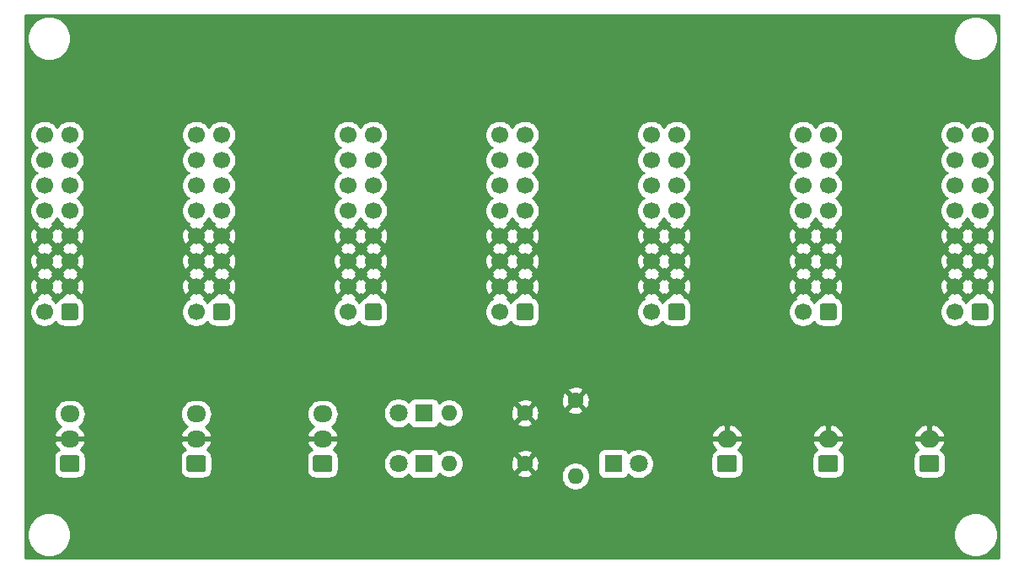
<source format=gtl>
G04 #@! TF.GenerationSoftware,KiCad,Pcbnew,(5.1.6)-1*
G04 #@! TF.CreationDate,2020-12-31T13:30:19+09:00*
G04 #@! TF.ProjectId,ERK01_PSU_EXT,45524b30-315f-4505-9355-5f4558542e6b,Ver.1.1*
G04 #@! TF.SameCoordinates,Original*
G04 #@! TF.FileFunction,Copper,L1,Top*
G04 #@! TF.FilePolarity,Positive*
%FSLAX46Y46*%
G04 Gerber Fmt 4.6, Leading zero omitted, Abs format (unit mm)*
G04 Created by KiCad (PCBNEW (5.1.6)-1) date 2020-12-31 13:30:19*
%MOMM*%
%LPD*%
G01*
G04 APERTURE LIST*
G04 #@! TA.AperFunction,ComponentPad*
%ADD10O,1.600000X1.600000*%
G04 #@! TD*
G04 #@! TA.AperFunction,ComponentPad*
%ADD11C,1.600000*%
G04 #@! TD*
G04 #@! TA.AperFunction,ComponentPad*
%ADD12O,1.950000X1.700000*%
G04 #@! TD*
G04 #@! TA.AperFunction,ComponentPad*
%ADD13O,2.000000X1.700000*%
G04 #@! TD*
G04 #@! TA.AperFunction,ComponentPad*
%ADD14C,1.700000*%
G04 #@! TD*
G04 #@! TA.AperFunction,ComponentPad*
%ADD15C,1.800000*%
G04 #@! TD*
G04 #@! TA.AperFunction,ComponentPad*
%ADD16R,1.800000X1.800000*%
G04 #@! TD*
G04 #@! TA.AperFunction,ViaPad*
%ADD17C,0.800000*%
G04 #@! TD*
G04 #@! TA.AperFunction,Conductor*
%ADD18C,0.254000*%
G04 #@! TD*
G04 APERTURE END LIST*
D10*
G04 #@! TO.P,R3,2*
G04 #@! TO.N,Net-(D3-Pad1)*
X139700000Y-111760000D03*
D11*
G04 #@! TO.P,R3,1*
G04 #@! TO.N,GND*
X147320000Y-111760000D03*
G04 #@! TD*
D10*
G04 #@! TO.P,R2,2*
G04 #@! TO.N,Net-(D2-Pad1)*
X139700000Y-116840000D03*
D11*
G04 #@! TO.P,R2,1*
G04 #@! TO.N,GND*
X147320000Y-116840000D03*
G04 #@! TD*
D10*
G04 #@! TO.P,R1,2*
G04 #@! TO.N,Net-(D1-Pad1)*
X152400000Y-118110000D03*
D11*
G04 #@! TO.P,R1,1*
G04 #@! TO.N,GND*
X152400000Y-110490000D03*
G04 #@! TD*
D12*
G04 #@! TO.P,J15,3*
G04 #@! TO.N,/-12V*
X127000000Y-111840000D03*
G04 #@! TO.P,J15,2*
G04 #@! TO.N,GND*
X127000000Y-114340000D03*
G04 #@! TO.P,J15,1*
G04 #@! TO.N,/+12V*
G04 #@! TA.AperFunction,ComponentPad*
G36*
G01*
X127725000Y-117690000D02*
X126275000Y-117690000D01*
G75*
G02*
X126025000Y-117440000I0J250000D01*
G01*
X126025000Y-116240000D01*
G75*
G02*
X126275000Y-115990000I250000J0D01*
G01*
X127725000Y-115990000D01*
G75*
G02*
X127975000Y-116240000I0J-250000D01*
G01*
X127975000Y-117440000D01*
G75*
G02*
X127725000Y-117690000I-250000J0D01*
G01*
G37*
G04 #@! TD.AperFunction*
G04 #@! TD*
G04 #@! TO.P,J14,3*
G04 #@! TO.N,/-12V*
X114300000Y-111840000D03*
G04 #@! TO.P,J14,2*
G04 #@! TO.N,GND*
X114300000Y-114340000D03*
G04 #@! TO.P,J14,1*
G04 #@! TO.N,/+12V*
G04 #@! TA.AperFunction,ComponentPad*
G36*
G01*
X115025000Y-117690000D02*
X113575000Y-117690000D01*
G75*
G02*
X113325000Y-117440000I0J250000D01*
G01*
X113325000Y-116240000D01*
G75*
G02*
X113575000Y-115990000I250000J0D01*
G01*
X115025000Y-115990000D01*
G75*
G02*
X115275000Y-116240000I0J-250000D01*
G01*
X115275000Y-117440000D01*
G75*
G02*
X115025000Y-117690000I-250000J0D01*
G01*
G37*
G04 #@! TD.AperFunction*
G04 #@! TD*
G04 #@! TO.P,J13,3*
G04 #@! TO.N,/-12V*
X101600000Y-111840000D03*
G04 #@! TO.P,J13,2*
G04 #@! TO.N,GND*
X101600000Y-114340000D03*
G04 #@! TO.P,J13,1*
G04 #@! TO.N,/+12V*
G04 #@! TA.AperFunction,ComponentPad*
G36*
G01*
X102325000Y-117690000D02*
X100875000Y-117690000D01*
G75*
G02*
X100625000Y-117440000I0J250000D01*
G01*
X100625000Y-116240000D01*
G75*
G02*
X100875000Y-115990000I250000J0D01*
G01*
X102325000Y-115990000D01*
G75*
G02*
X102575000Y-116240000I0J-250000D01*
G01*
X102575000Y-117440000D01*
G75*
G02*
X102325000Y-117690000I-250000J0D01*
G01*
G37*
G04 #@! TD.AperFunction*
G04 #@! TD*
D13*
G04 #@! TO.P,J10,2*
G04 #@! TO.N,GND*
X187960000Y-114340000D03*
G04 #@! TO.P,J10,1*
G04 #@! TO.N,/+5V*
G04 #@! TA.AperFunction,ComponentPad*
G36*
G01*
X188710000Y-117690000D02*
X187210000Y-117690000D01*
G75*
G02*
X186960000Y-117440000I0J250000D01*
G01*
X186960000Y-116240000D01*
G75*
G02*
X187210000Y-115990000I250000J0D01*
G01*
X188710000Y-115990000D01*
G75*
G02*
X188960000Y-116240000I0J-250000D01*
G01*
X188960000Y-117440000D01*
G75*
G02*
X188710000Y-117690000I-250000J0D01*
G01*
G37*
G04 #@! TD.AperFunction*
G04 #@! TD*
G04 #@! TO.P,J9,2*
G04 #@! TO.N,GND*
X177800000Y-114340000D03*
G04 #@! TO.P,J9,1*
G04 #@! TO.N,/+5V*
G04 #@! TA.AperFunction,ComponentPad*
G36*
G01*
X178550000Y-117690000D02*
X177050000Y-117690000D01*
G75*
G02*
X176800000Y-117440000I0J250000D01*
G01*
X176800000Y-116240000D01*
G75*
G02*
X177050000Y-115990000I250000J0D01*
G01*
X178550000Y-115990000D01*
G75*
G02*
X178800000Y-116240000I0J-250000D01*
G01*
X178800000Y-117440000D01*
G75*
G02*
X178550000Y-117690000I-250000J0D01*
G01*
G37*
G04 #@! TD.AperFunction*
G04 #@! TD*
G04 #@! TO.P,J8,2*
G04 #@! TO.N,GND*
X167640000Y-114340000D03*
G04 #@! TO.P,J8,1*
G04 #@! TO.N,/+5V*
G04 #@! TA.AperFunction,ComponentPad*
G36*
G01*
X168390000Y-117690000D02*
X166890000Y-117690000D01*
G75*
G02*
X166640000Y-117440000I0J250000D01*
G01*
X166640000Y-116240000D01*
G75*
G02*
X166890000Y-115990000I250000J0D01*
G01*
X168390000Y-115990000D01*
G75*
G02*
X168640000Y-116240000I0J-250000D01*
G01*
X168640000Y-117440000D01*
G75*
G02*
X168390000Y-117690000I-250000J0D01*
G01*
G37*
G04 #@! TD.AperFunction*
G04 #@! TD*
D14*
G04 #@! TO.P,J7,16*
G04 #@! TO.N,/Gate*
X190500000Y-83820000D03*
G04 #@! TO.P,J7,14*
G04 #@! TO.N,/CV*
X190500000Y-86360000D03*
G04 #@! TO.P,J7,12*
G04 #@! TO.N,/+5V*
X190500000Y-88900000D03*
G04 #@! TO.P,J7,10*
G04 #@! TO.N,/+12V*
X190500000Y-91440000D03*
G04 #@! TO.P,J7,8*
G04 #@! TO.N,GND*
X190500000Y-93980000D03*
G04 #@! TO.P,J7,6*
X190500000Y-96520000D03*
G04 #@! TO.P,J7,4*
X190500000Y-99060000D03*
G04 #@! TO.P,J7,2*
G04 #@! TO.N,/-12V*
X190500000Y-101600000D03*
G04 #@! TO.P,J7,15*
G04 #@! TO.N,/Gate*
X193040000Y-83820000D03*
G04 #@! TO.P,J7,13*
G04 #@! TO.N,/CV*
X193040000Y-86360000D03*
G04 #@! TO.P,J7,11*
G04 #@! TO.N,/+5V*
X193040000Y-88900000D03*
G04 #@! TO.P,J7,9*
G04 #@! TO.N,/+12V*
X193040000Y-91440000D03*
G04 #@! TO.P,J7,7*
G04 #@! TO.N,GND*
X193040000Y-93980000D03*
G04 #@! TO.P,J7,5*
X193040000Y-96520000D03*
G04 #@! TO.P,J7,3*
X193040000Y-99060000D03*
G04 #@! TO.P,J7,1*
G04 #@! TO.N,/-12V*
G04 #@! TA.AperFunction,ComponentPad*
G36*
G01*
X193890000Y-101000000D02*
X193890000Y-102200000D01*
G75*
G02*
X193640000Y-102450000I-250000J0D01*
G01*
X192440000Y-102450000D01*
G75*
G02*
X192190000Y-102200000I0J250000D01*
G01*
X192190000Y-101000000D01*
G75*
G02*
X192440000Y-100750000I250000J0D01*
G01*
X193640000Y-100750000D01*
G75*
G02*
X193890000Y-101000000I0J-250000D01*
G01*
G37*
G04 #@! TD.AperFunction*
G04 #@! TD*
G04 #@! TO.P,J6,16*
G04 #@! TO.N,/Gate*
X175260000Y-83820000D03*
G04 #@! TO.P,J6,14*
G04 #@! TO.N,/CV*
X175260000Y-86360000D03*
G04 #@! TO.P,J6,12*
G04 #@! TO.N,/+5V*
X175260000Y-88900000D03*
G04 #@! TO.P,J6,10*
G04 #@! TO.N,/+12V*
X175260000Y-91440000D03*
G04 #@! TO.P,J6,8*
G04 #@! TO.N,GND*
X175260000Y-93980000D03*
G04 #@! TO.P,J6,6*
X175260000Y-96520000D03*
G04 #@! TO.P,J6,4*
X175260000Y-99060000D03*
G04 #@! TO.P,J6,2*
G04 #@! TO.N,/-12V*
X175260000Y-101600000D03*
G04 #@! TO.P,J6,15*
G04 #@! TO.N,/Gate*
X177800000Y-83820000D03*
G04 #@! TO.P,J6,13*
G04 #@! TO.N,/CV*
X177800000Y-86360000D03*
G04 #@! TO.P,J6,11*
G04 #@! TO.N,/+5V*
X177800000Y-88900000D03*
G04 #@! TO.P,J6,9*
G04 #@! TO.N,/+12V*
X177800000Y-91440000D03*
G04 #@! TO.P,J6,7*
G04 #@! TO.N,GND*
X177800000Y-93980000D03*
G04 #@! TO.P,J6,5*
X177800000Y-96520000D03*
G04 #@! TO.P,J6,3*
X177800000Y-99060000D03*
G04 #@! TO.P,J6,1*
G04 #@! TO.N,/-12V*
G04 #@! TA.AperFunction,ComponentPad*
G36*
G01*
X178650000Y-101000000D02*
X178650000Y-102200000D01*
G75*
G02*
X178400000Y-102450000I-250000J0D01*
G01*
X177200000Y-102450000D01*
G75*
G02*
X176950000Y-102200000I0J250000D01*
G01*
X176950000Y-101000000D01*
G75*
G02*
X177200000Y-100750000I250000J0D01*
G01*
X178400000Y-100750000D01*
G75*
G02*
X178650000Y-101000000I0J-250000D01*
G01*
G37*
G04 #@! TD.AperFunction*
G04 #@! TD*
G04 #@! TO.P,J5,16*
G04 #@! TO.N,/Gate*
X160020000Y-83820000D03*
G04 #@! TO.P,J5,14*
G04 #@! TO.N,/CV*
X160020000Y-86360000D03*
G04 #@! TO.P,J5,12*
G04 #@! TO.N,/+5V*
X160020000Y-88900000D03*
G04 #@! TO.P,J5,10*
G04 #@! TO.N,/+12V*
X160020000Y-91440000D03*
G04 #@! TO.P,J5,8*
G04 #@! TO.N,GND*
X160020000Y-93980000D03*
G04 #@! TO.P,J5,6*
X160020000Y-96520000D03*
G04 #@! TO.P,J5,4*
X160020000Y-99060000D03*
G04 #@! TO.P,J5,2*
G04 #@! TO.N,/-12V*
X160020000Y-101600000D03*
G04 #@! TO.P,J5,15*
G04 #@! TO.N,/Gate*
X162560000Y-83820000D03*
G04 #@! TO.P,J5,13*
G04 #@! TO.N,/CV*
X162560000Y-86360000D03*
G04 #@! TO.P,J5,11*
G04 #@! TO.N,/+5V*
X162560000Y-88900000D03*
G04 #@! TO.P,J5,9*
G04 #@! TO.N,/+12V*
X162560000Y-91440000D03*
G04 #@! TO.P,J5,7*
G04 #@! TO.N,GND*
X162560000Y-93980000D03*
G04 #@! TO.P,J5,5*
X162560000Y-96520000D03*
G04 #@! TO.P,J5,3*
X162560000Y-99060000D03*
G04 #@! TO.P,J5,1*
G04 #@! TO.N,/-12V*
G04 #@! TA.AperFunction,ComponentPad*
G36*
G01*
X163410000Y-101000000D02*
X163410000Y-102200000D01*
G75*
G02*
X163160000Y-102450000I-250000J0D01*
G01*
X161960000Y-102450000D01*
G75*
G02*
X161710000Y-102200000I0J250000D01*
G01*
X161710000Y-101000000D01*
G75*
G02*
X161960000Y-100750000I250000J0D01*
G01*
X163160000Y-100750000D01*
G75*
G02*
X163410000Y-101000000I0J-250000D01*
G01*
G37*
G04 #@! TD.AperFunction*
G04 #@! TD*
G04 #@! TO.P,J4,16*
G04 #@! TO.N,/Gate*
X144780000Y-83820000D03*
G04 #@! TO.P,J4,14*
G04 #@! TO.N,/CV*
X144780000Y-86360000D03*
G04 #@! TO.P,J4,12*
G04 #@! TO.N,/+5V*
X144780000Y-88900000D03*
G04 #@! TO.P,J4,10*
G04 #@! TO.N,/+12V*
X144780000Y-91440000D03*
G04 #@! TO.P,J4,8*
G04 #@! TO.N,GND*
X144780000Y-93980000D03*
G04 #@! TO.P,J4,6*
X144780000Y-96520000D03*
G04 #@! TO.P,J4,4*
X144780000Y-99060000D03*
G04 #@! TO.P,J4,2*
G04 #@! TO.N,/-12V*
X144780000Y-101600000D03*
G04 #@! TO.P,J4,15*
G04 #@! TO.N,/Gate*
X147320000Y-83820000D03*
G04 #@! TO.P,J4,13*
G04 #@! TO.N,/CV*
X147320000Y-86360000D03*
G04 #@! TO.P,J4,11*
G04 #@! TO.N,/+5V*
X147320000Y-88900000D03*
G04 #@! TO.P,J4,9*
G04 #@! TO.N,/+12V*
X147320000Y-91440000D03*
G04 #@! TO.P,J4,7*
G04 #@! TO.N,GND*
X147320000Y-93980000D03*
G04 #@! TO.P,J4,5*
X147320000Y-96520000D03*
G04 #@! TO.P,J4,3*
X147320000Y-99060000D03*
G04 #@! TO.P,J4,1*
G04 #@! TO.N,/-12V*
G04 #@! TA.AperFunction,ComponentPad*
G36*
G01*
X148170000Y-101000000D02*
X148170000Y-102200000D01*
G75*
G02*
X147920000Y-102450000I-250000J0D01*
G01*
X146720000Y-102450000D01*
G75*
G02*
X146470000Y-102200000I0J250000D01*
G01*
X146470000Y-101000000D01*
G75*
G02*
X146720000Y-100750000I250000J0D01*
G01*
X147920000Y-100750000D01*
G75*
G02*
X148170000Y-101000000I0J-250000D01*
G01*
G37*
G04 #@! TD.AperFunction*
G04 #@! TD*
G04 #@! TO.P,J3,16*
G04 #@! TO.N,/Gate*
X129540000Y-83820000D03*
G04 #@! TO.P,J3,14*
G04 #@! TO.N,/CV*
X129540000Y-86360000D03*
G04 #@! TO.P,J3,12*
G04 #@! TO.N,/+5V*
X129540000Y-88900000D03*
G04 #@! TO.P,J3,10*
G04 #@! TO.N,/+12V*
X129540000Y-91440000D03*
G04 #@! TO.P,J3,8*
G04 #@! TO.N,GND*
X129540000Y-93980000D03*
G04 #@! TO.P,J3,6*
X129540000Y-96520000D03*
G04 #@! TO.P,J3,4*
X129540000Y-99060000D03*
G04 #@! TO.P,J3,2*
G04 #@! TO.N,/-12V*
X129540000Y-101600000D03*
G04 #@! TO.P,J3,15*
G04 #@! TO.N,/Gate*
X132080000Y-83820000D03*
G04 #@! TO.P,J3,13*
G04 #@! TO.N,/CV*
X132080000Y-86360000D03*
G04 #@! TO.P,J3,11*
G04 #@! TO.N,/+5V*
X132080000Y-88900000D03*
G04 #@! TO.P,J3,9*
G04 #@! TO.N,/+12V*
X132080000Y-91440000D03*
G04 #@! TO.P,J3,7*
G04 #@! TO.N,GND*
X132080000Y-93980000D03*
G04 #@! TO.P,J3,5*
X132080000Y-96520000D03*
G04 #@! TO.P,J3,3*
X132080000Y-99060000D03*
G04 #@! TO.P,J3,1*
G04 #@! TO.N,/-12V*
G04 #@! TA.AperFunction,ComponentPad*
G36*
G01*
X132930000Y-101000000D02*
X132930000Y-102200000D01*
G75*
G02*
X132680000Y-102450000I-250000J0D01*
G01*
X131480000Y-102450000D01*
G75*
G02*
X131230000Y-102200000I0J250000D01*
G01*
X131230000Y-101000000D01*
G75*
G02*
X131480000Y-100750000I250000J0D01*
G01*
X132680000Y-100750000D01*
G75*
G02*
X132930000Y-101000000I0J-250000D01*
G01*
G37*
G04 #@! TD.AperFunction*
G04 #@! TD*
G04 #@! TO.P,J2,16*
G04 #@! TO.N,/Gate*
X114300000Y-83820000D03*
G04 #@! TO.P,J2,14*
G04 #@! TO.N,/CV*
X114300000Y-86360000D03*
G04 #@! TO.P,J2,12*
G04 #@! TO.N,/+5V*
X114300000Y-88900000D03*
G04 #@! TO.P,J2,10*
G04 #@! TO.N,/+12V*
X114300000Y-91440000D03*
G04 #@! TO.P,J2,8*
G04 #@! TO.N,GND*
X114300000Y-93980000D03*
G04 #@! TO.P,J2,6*
X114300000Y-96520000D03*
G04 #@! TO.P,J2,4*
X114300000Y-99060000D03*
G04 #@! TO.P,J2,2*
G04 #@! TO.N,/-12V*
X114300000Y-101600000D03*
G04 #@! TO.P,J2,15*
G04 #@! TO.N,/Gate*
X116840000Y-83820000D03*
G04 #@! TO.P,J2,13*
G04 #@! TO.N,/CV*
X116840000Y-86360000D03*
G04 #@! TO.P,J2,11*
G04 #@! TO.N,/+5V*
X116840000Y-88900000D03*
G04 #@! TO.P,J2,9*
G04 #@! TO.N,/+12V*
X116840000Y-91440000D03*
G04 #@! TO.P,J2,7*
G04 #@! TO.N,GND*
X116840000Y-93980000D03*
G04 #@! TO.P,J2,5*
X116840000Y-96520000D03*
G04 #@! TO.P,J2,3*
X116840000Y-99060000D03*
G04 #@! TO.P,J2,1*
G04 #@! TO.N,/-12V*
G04 #@! TA.AperFunction,ComponentPad*
G36*
G01*
X117690000Y-101000000D02*
X117690000Y-102200000D01*
G75*
G02*
X117440000Y-102450000I-250000J0D01*
G01*
X116240000Y-102450000D01*
G75*
G02*
X115990000Y-102200000I0J250000D01*
G01*
X115990000Y-101000000D01*
G75*
G02*
X116240000Y-100750000I250000J0D01*
G01*
X117440000Y-100750000D01*
G75*
G02*
X117690000Y-101000000I0J-250000D01*
G01*
G37*
G04 #@! TD.AperFunction*
G04 #@! TD*
G04 #@! TO.P,J1,16*
G04 #@! TO.N,/Gate*
X99060000Y-83820000D03*
G04 #@! TO.P,J1,14*
G04 #@! TO.N,/CV*
X99060000Y-86360000D03*
G04 #@! TO.P,J1,12*
G04 #@! TO.N,/+5V*
X99060000Y-88900000D03*
G04 #@! TO.P,J1,10*
G04 #@! TO.N,/+12V*
X99060000Y-91440000D03*
G04 #@! TO.P,J1,8*
G04 #@! TO.N,GND*
X99060000Y-93980000D03*
G04 #@! TO.P,J1,6*
X99060000Y-96520000D03*
G04 #@! TO.P,J1,4*
X99060000Y-99060000D03*
G04 #@! TO.P,J1,2*
G04 #@! TO.N,/-12V*
X99060000Y-101600000D03*
G04 #@! TO.P,J1,15*
G04 #@! TO.N,/Gate*
X101600000Y-83820000D03*
G04 #@! TO.P,J1,13*
G04 #@! TO.N,/CV*
X101600000Y-86360000D03*
G04 #@! TO.P,J1,11*
G04 #@! TO.N,/+5V*
X101600000Y-88900000D03*
G04 #@! TO.P,J1,9*
G04 #@! TO.N,/+12V*
X101600000Y-91440000D03*
G04 #@! TO.P,J1,7*
G04 #@! TO.N,GND*
X101600000Y-93980000D03*
G04 #@! TO.P,J1,5*
X101600000Y-96520000D03*
G04 #@! TO.P,J1,3*
X101600000Y-99060000D03*
G04 #@! TO.P,J1,1*
G04 #@! TO.N,/-12V*
G04 #@! TA.AperFunction,ComponentPad*
G36*
G01*
X102450000Y-101000000D02*
X102450000Y-102200000D01*
G75*
G02*
X102200000Y-102450000I-250000J0D01*
G01*
X101000000Y-102450000D01*
G75*
G02*
X100750000Y-102200000I0J250000D01*
G01*
X100750000Y-101000000D01*
G75*
G02*
X101000000Y-100750000I250000J0D01*
G01*
X102200000Y-100750000D01*
G75*
G02*
X102450000Y-101000000I0J-250000D01*
G01*
G37*
G04 #@! TD.AperFunction*
G04 #@! TD*
D15*
G04 #@! TO.P,D3,2*
G04 #@! TO.N,/-12V*
X134620000Y-111760000D03*
D16*
G04 #@! TO.P,D3,1*
G04 #@! TO.N,Net-(D3-Pad1)*
X137160000Y-111760000D03*
G04 #@! TD*
D15*
G04 #@! TO.P,D2,2*
G04 #@! TO.N,/+12V*
X134620000Y-116840000D03*
D16*
G04 #@! TO.P,D2,1*
G04 #@! TO.N,Net-(D2-Pad1)*
X137160000Y-116840000D03*
G04 #@! TD*
D15*
G04 #@! TO.P,D1,2*
G04 #@! TO.N,/+5V*
X158750000Y-116840000D03*
D16*
G04 #@! TO.P,D1,1*
G04 #@! TO.N,Net-(D1-Pad1)*
X156210000Y-116840000D03*
G04 #@! TD*
D17*
G04 #@! TO.N,GND*
X106680000Y-76200000D03*
X106680000Y-81280000D03*
X111760000Y-76200000D03*
X116840000Y-76200000D03*
X121920000Y-76200000D03*
X127000000Y-76200000D03*
X132080000Y-76200000D03*
X137160000Y-76200000D03*
X142240000Y-76200000D03*
X147320000Y-76200000D03*
X152400000Y-76200000D03*
X157480000Y-76200000D03*
X162560000Y-76200000D03*
X167640000Y-76200000D03*
X172720000Y-76200000D03*
X177800000Y-76200000D03*
X182880000Y-76200000D03*
X187960000Y-76200000D03*
X182880000Y-81280000D03*
X182880000Y-96520000D03*
X182880000Y-106680000D03*
X182880000Y-111760000D03*
X182880000Y-121920000D03*
X193040000Y-116840000D03*
X172720000Y-121920000D03*
X177800000Y-121920000D03*
X172720000Y-111760000D03*
X162560000Y-121920000D03*
X162560000Y-111760000D03*
X157480000Y-111760000D03*
X157480000Y-121920000D03*
X152400000Y-121920000D03*
X152400000Y-106680000D03*
X142240000Y-111760000D03*
X142240000Y-116840000D03*
X142240000Y-121920000D03*
X147320000Y-121920000D03*
X137160000Y-106680000D03*
X137160000Y-121920000D03*
X132080000Y-121920000D03*
X127000000Y-121920000D03*
X121920000Y-121920000D03*
X116840000Y-121920000D03*
X111760000Y-121920000D03*
X106680000Y-121920000D03*
X106680000Y-106680000D03*
X121920000Y-106680000D03*
X167640000Y-106680000D03*
X167640000Y-96520000D03*
X152400000Y-96520000D03*
X121920000Y-96520000D03*
X121920000Y-96520000D03*
X106680000Y-96520000D03*
X121920000Y-81280000D03*
X137160000Y-81280000D03*
X152400000Y-81280000D03*
X167640000Y-81280000D03*
G04 #@! TD*
D18*
G04 #@! TO.N,GND*
G36*
X194920000Y-126340000D02*
G01*
X97180000Y-126340000D01*
X97180000Y-123779872D01*
X97285000Y-123779872D01*
X97285000Y-124220128D01*
X97370890Y-124651925D01*
X97539369Y-125058669D01*
X97783962Y-125424729D01*
X98095271Y-125736038D01*
X98461331Y-125980631D01*
X98868075Y-126149110D01*
X99299872Y-126235000D01*
X99740128Y-126235000D01*
X100171925Y-126149110D01*
X100578669Y-125980631D01*
X100944729Y-125736038D01*
X101256038Y-125424729D01*
X101500631Y-125058669D01*
X101669110Y-124651925D01*
X101755000Y-124220128D01*
X101755000Y-123779872D01*
X190345000Y-123779872D01*
X190345000Y-124220128D01*
X190430890Y-124651925D01*
X190599369Y-125058669D01*
X190843962Y-125424729D01*
X191155271Y-125736038D01*
X191521331Y-125980631D01*
X191928075Y-126149110D01*
X192359872Y-126235000D01*
X192800128Y-126235000D01*
X193231925Y-126149110D01*
X193638669Y-125980631D01*
X194004729Y-125736038D01*
X194316038Y-125424729D01*
X194560631Y-125058669D01*
X194729110Y-124651925D01*
X194815000Y-124220128D01*
X194815000Y-123779872D01*
X194729110Y-123348075D01*
X194560631Y-122941331D01*
X194316038Y-122575271D01*
X194004729Y-122263962D01*
X193638669Y-122019369D01*
X193231925Y-121850890D01*
X192800128Y-121765000D01*
X192359872Y-121765000D01*
X191928075Y-121850890D01*
X191521331Y-122019369D01*
X191155271Y-122263962D01*
X190843962Y-122575271D01*
X190599369Y-122941331D01*
X190430890Y-123348075D01*
X190345000Y-123779872D01*
X101755000Y-123779872D01*
X101669110Y-123348075D01*
X101500631Y-122941331D01*
X101256038Y-122575271D01*
X100944729Y-122263962D01*
X100578669Y-122019369D01*
X100171925Y-121850890D01*
X99740128Y-121765000D01*
X99299872Y-121765000D01*
X98868075Y-121850890D01*
X98461331Y-122019369D01*
X98095271Y-122263962D01*
X97783962Y-122575271D01*
X97539369Y-122941331D01*
X97370890Y-123348075D01*
X97285000Y-123779872D01*
X97180000Y-123779872D01*
X97180000Y-116240000D01*
X99986928Y-116240000D01*
X99986928Y-117440000D01*
X100003992Y-117613254D01*
X100054528Y-117779850D01*
X100136595Y-117933386D01*
X100247038Y-118067962D01*
X100381614Y-118178405D01*
X100535150Y-118260472D01*
X100701746Y-118311008D01*
X100875000Y-118328072D01*
X102325000Y-118328072D01*
X102498254Y-118311008D01*
X102664850Y-118260472D01*
X102818386Y-118178405D01*
X102952962Y-118067962D01*
X103063405Y-117933386D01*
X103145472Y-117779850D01*
X103196008Y-117613254D01*
X103213072Y-117440000D01*
X103213072Y-116240000D01*
X112686928Y-116240000D01*
X112686928Y-117440000D01*
X112703992Y-117613254D01*
X112754528Y-117779850D01*
X112836595Y-117933386D01*
X112947038Y-118067962D01*
X113081614Y-118178405D01*
X113235150Y-118260472D01*
X113401746Y-118311008D01*
X113575000Y-118328072D01*
X115025000Y-118328072D01*
X115198254Y-118311008D01*
X115364850Y-118260472D01*
X115518386Y-118178405D01*
X115652962Y-118067962D01*
X115763405Y-117933386D01*
X115845472Y-117779850D01*
X115896008Y-117613254D01*
X115913072Y-117440000D01*
X115913072Y-116240000D01*
X125386928Y-116240000D01*
X125386928Y-117440000D01*
X125403992Y-117613254D01*
X125454528Y-117779850D01*
X125536595Y-117933386D01*
X125647038Y-118067962D01*
X125781614Y-118178405D01*
X125935150Y-118260472D01*
X126101746Y-118311008D01*
X126275000Y-118328072D01*
X127725000Y-118328072D01*
X127898254Y-118311008D01*
X128064850Y-118260472D01*
X128218386Y-118178405D01*
X128352962Y-118067962D01*
X128463405Y-117933386D01*
X128545472Y-117779850D01*
X128596008Y-117613254D01*
X128613072Y-117440000D01*
X128613072Y-116688816D01*
X133085000Y-116688816D01*
X133085000Y-116991184D01*
X133143989Y-117287743D01*
X133259701Y-117567095D01*
X133427688Y-117818505D01*
X133641495Y-118032312D01*
X133892905Y-118200299D01*
X134172257Y-118316011D01*
X134468816Y-118375000D01*
X134771184Y-118375000D01*
X135067743Y-118316011D01*
X135347095Y-118200299D01*
X135598505Y-118032312D01*
X135664944Y-117965873D01*
X135670498Y-117984180D01*
X135729463Y-118094494D01*
X135808815Y-118191185D01*
X135905506Y-118270537D01*
X136015820Y-118329502D01*
X136135518Y-118365812D01*
X136260000Y-118378072D01*
X138060000Y-118378072D01*
X138184482Y-118365812D01*
X138304180Y-118329502D01*
X138414494Y-118270537D01*
X138511185Y-118191185D01*
X138590537Y-118094494D01*
X138649502Y-117984180D01*
X138685812Y-117864482D01*
X138686643Y-117856039D01*
X138785241Y-117954637D01*
X139020273Y-118111680D01*
X139281426Y-118219853D01*
X139558665Y-118275000D01*
X139841335Y-118275000D01*
X140118574Y-118219853D01*
X140379727Y-118111680D01*
X140614759Y-117954637D01*
X140736694Y-117832702D01*
X146506903Y-117832702D01*
X146578486Y-118076671D01*
X146833996Y-118197571D01*
X147108184Y-118266300D01*
X147390512Y-118280217D01*
X147670130Y-118238787D01*
X147936292Y-118143603D01*
X148061514Y-118076671D01*
X148093204Y-117968665D01*
X150965000Y-117968665D01*
X150965000Y-118251335D01*
X151020147Y-118528574D01*
X151128320Y-118789727D01*
X151285363Y-119024759D01*
X151485241Y-119224637D01*
X151720273Y-119381680D01*
X151981426Y-119489853D01*
X152258665Y-119545000D01*
X152541335Y-119545000D01*
X152818574Y-119489853D01*
X153079727Y-119381680D01*
X153314759Y-119224637D01*
X153514637Y-119024759D01*
X153671680Y-118789727D01*
X153779853Y-118528574D01*
X153835000Y-118251335D01*
X153835000Y-117968665D01*
X153779853Y-117691426D01*
X153671680Y-117430273D01*
X153514637Y-117195241D01*
X153314759Y-116995363D01*
X153079727Y-116838320D01*
X152818574Y-116730147D01*
X152541335Y-116675000D01*
X152258665Y-116675000D01*
X151981426Y-116730147D01*
X151720273Y-116838320D01*
X151485241Y-116995363D01*
X151285363Y-117195241D01*
X151128320Y-117430273D01*
X151020147Y-117691426D01*
X150965000Y-117968665D01*
X148093204Y-117968665D01*
X148133097Y-117832702D01*
X147320000Y-117019605D01*
X146506903Y-117832702D01*
X140736694Y-117832702D01*
X140814637Y-117754759D01*
X140971680Y-117519727D01*
X141079853Y-117258574D01*
X141135000Y-116981335D01*
X141135000Y-116910512D01*
X145879783Y-116910512D01*
X145921213Y-117190130D01*
X146016397Y-117456292D01*
X146083329Y-117581514D01*
X146327298Y-117653097D01*
X147140395Y-116840000D01*
X147499605Y-116840000D01*
X148312702Y-117653097D01*
X148556671Y-117581514D01*
X148677571Y-117326004D01*
X148746300Y-117051816D01*
X148760217Y-116769488D01*
X148718787Y-116489870D01*
X148623603Y-116223708D01*
X148556671Y-116098486D01*
X148312702Y-116026903D01*
X147499605Y-116840000D01*
X147140395Y-116840000D01*
X146327298Y-116026903D01*
X146083329Y-116098486D01*
X145962429Y-116353996D01*
X145893700Y-116628184D01*
X145879783Y-116910512D01*
X141135000Y-116910512D01*
X141135000Y-116698665D01*
X141079853Y-116421426D01*
X140971680Y-116160273D01*
X140814637Y-115925241D01*
X140736694Y-115847298D01*
X146506903Y-115847298D01*
X147320000Y-116660395D01*
X148040395Y-115940000D01*
X154671928Y-115940000D01*
X154671928Y-117740000D01*
X154684188Y-117864482D01*
X154720498Y-117984180D01*
X154779463Y-118094494D01*
X154858815Y-118191185D01*
X154955506Y-118270537D01*
X155065820Y-118329502D01*
X155185518Y-118365812D01*
X155310000Y-118378072D01*
X157110000Y-118378072D01*
X157234482Y-118365812D01*
X157354180Y-118329502D01*
X157464494Y-118270537D01*
X157561185Y-118191185D01*
X157640537Y-118094494D01*
X157699502Y-117984180D01*
X157705056Y-117965873D01*
X157771495Y-118032312D01*
X158022905Y-118200299D01*
X158302257Y-118316011D01*
X158598816Y-118375000D01*
X158901184Y-118375000D01*
X159197743Y-118316011D01*
X159477095Y-118200299D01*
X159728505Y-118032312D01*
X159942312Y-117818505D01*
X160110299Y-117567095D01*
X160226011Y-117287743D01*
X160285000Y-116991184D01*
X160285000Y-116688816D01*
X160226011Y-116392257D01*
X160162944Y-116240000D01*
X166001928Y-116240000D01*
X166001928Y-117440000D01*
X166018992Y-117613254D01*
X166069528Y-117779850D01*
X166151595Y-117933386D01*
X166262038Y-118067962D01*
X166396614Y-118178405D01*
X166550150Y-118260472D01*
X166716746Y-118311008D01*
X166890000Y-118328072D01*
X168390000Y-118328072D01*
X168563254Y-118311008D01*
X168729850Y-118260472D01*
X168883386Y-118178405D01*
X169017962Y-118067962D01*
X169128405Y-117933386D01*
X169210472Y-117779850D01*
X169261008Y-117613254D01*
X169278072Y-117440000D01*
X169278072Y-116240000D01*
X176161928Y-116240000D01*
X176161928Y-117440000D01*
X176178992Y-117613254D01*
X176229528Y-117779850D01*
X176311595Y-117933386D01*
X176422038Y-118067962D01*
X176556614Y-118178405D01*
X176710150Y-118260472D01*
X176876746Y-118311008D01*
X177050000Y-118328072D01*
X178550000Y-118328072D01*
X178723254Y-118311008D01*
X178889850Y-118260472D01*
X179043386Y-118178405D01*
X179177962Y-118067962D01*
X179288405Y-117933386D01*
X179370472Y-117779850D01*
X179421008Y-117613254D01*
X179438072Y-117440000D01*
X179438072Y-116240000D01*
X186321928Y-116240000D01*
X186321928Y-117440000D01*
X186338992Y-117613254D01*
X186389528Y-117779850D01*
X186471595Y-117933386D01*
X186582038Y-118067962D01*
X186716614Y-118178405D01*
X186870150Y-118260472D01*
X187036746Y-118311008D01*
X187210000Y-118328072D01*
X188710000Y-118328072D01*
X188883254Y-118311008D01*
X189049850Y-118260472D01*
X189203386Y-118178405D01*
X189337962Y-118067962D01*
X189448405Y-117933386D01*
X189530472Y-117779850D01*
X189581008Y-117613254D01*
X189598072Y-117440000D01*
X189598072Y-116240000D01*
X189581008Y-116066746D01*
X189530472Y-115900150D01*
X189448405Y-115746614D01*
X189337962Y-115612038D01*
X189203386Y-115501595D01*
X189101407Y-115447086D01*
X189101795Y-115446802D01*
X189298664Y-115232046D01*
X189449854Y-114983009D01*
X189549554Y-114709261D01*
X189551476Y-114696890D01*
X189430155Y-114467000D01*
X188087000Y-114467000D01*
X188087000Y-114487000D01*
X187833000Y-114487000D01*
X187833000Y-114467000D01*
X186489845Y-114467000D01*
X186368524Y-114696890D01*
X186370446Y-114709261D01*
X186470146Y-114983009D01*
X186621336Y-115232046D01*
X186818205Y-115446802D01*
X186818593Y-115447086D01*
X186716614Y-115501595D01*
X186582038Y-115612038D01*
X186471595Y-115746614D01*
X186389528Y-115900150D01*
X186338992Y-116066746D01*
X186321928Y-116240000D01*
X179438072Y-116240000D01*
X179421008Y-116066746D01*
X179370472Y-115900150D01*
X179288405Y-115746614D01*
X179177962Y-115612038D01*
X179043386Y-115501595D01*
X178941407Y-115447086D01*
X178941795Y-115446802D01*
X179138664Y-115232046D01*
X179289854Y-114983009D01*
X179389554Y-114709261D01*
X179391476Y-114696890D01*
X179270155Y-114467000D01*
X177927000Y-114467000D01*
X177927000Y-114487000D01*
X177673000Y-114487000D01*
X177673000Y-114467000D01*
X176329845Y-114467000D01*
X176208524Y-114696890D01*
X176210446Y-114709261D01*
X176310146Y-114983009D01*
X176461336Y-115232046D01*
X176658205Y-115446802D01*
X176658593Y-115447086D01*
X176556614Y-115501595D01*
X176422038Y-115612038D01*
X176311595Y-115746614D01*
X176229528Y-115900150D01*
X176178992Y-116066746D01*
X176161928Y-116240000D01*
X169278072Y-116240000D01*
X169261008Y-116066746D01*
X169210472Y-115900150D01*
X169128405Y-115746614D01*
X169017962Y-115612038D01*
X168883386Y-115501595D01*
X168781407Y-115447086D01*
X168781795Y-115446802D01*
X168978664Y-115232046D01*
X169129854Y-114983009D01*
X169229554Y-114709261D01*
X169231476Y-114696890D01*
X169110155Y-114467000D01*
X167767000Y-114467000D01*
X167767000Y-114487000D01*
X167513000Y-114487000D01*
X167513000Y-114467000D01*
X166169845Y-114467000D01*
X166048524Y-114696890D01*
X166050446Y-114709261D01*
X166150146Y-114983009D01*
X166301336Y-115232046D01*
X166498205Y-115446802D01*
X166498593Y-115447086D01*
X166396614Y-115501595D01*
X166262038Y-115612038D01*
X166151595Y-115746614D01*
X166069528Y-115900150D01*
X166018992Y-116066746D01*
X166001928Y-116240000D01*
X160162944Y-116240000D01*
X160110299Y-116112905D01*
X159942312Y-115861495D01*
X159728505Y-115647688D01*
X159477095Y-115479701D01*
X159197743Y-115363989D01*
X158901184Y-115305000D01*
X158598816Y-115305000D01*
X158302257Y-115363989D01*
X158022905Y-115479701D01*
X157771495Y-115647688D01*
X157705056Y-115714127D01*
X157699502Y-115695820D01*
X157640537Y-115585506D01*
X157561185Y-115488815D01*
X157464494Y-115409463D01*
X157354180Y-115350498D01*
X157234482Y-115314188D01*
X157110000Y-115301928D01*
X155310000Y-115301928D01*
X155185518Y-115314188D01*
X155065820Y-115350498D01*
X154955506Y-115409463D01*
X154858815Y-115488815D01*
X154779463Y-115585506D01*
X154720498Y-115695820D01*
X154684188Y-115815518D01*
X154671928Y-115940000D01*
X148040395Y-115940000D01*
X148133097Y-115847298D01*
X148061514Y-115603329D01*
X147806004Y-115482429D01*
X147531816Y-115413700D01*
X147249488Y-115399783D01*
X146969870Y-115441213D01*
X146703708Y-115536397D01*
X146578486Y-115603329D01*
X146506903Y-115847298D01*
X140736694Y-115847298D01*
X140614759Y-115725363D01*
X140379727Y-115568320D01*
X140118574Y-115460147D01*
X139841335Y-115405000D01*
X139558665Y-115405000D01*
X139281426Y-115460147D01*
X139020273Y-115568320D01*
X138785241Y-115725363D01*
X138686643Y-115823961D01*
X138685812Y-115815518D01*
X138649502Y-115695820D01*
X138590537Y-115585506D01*
X138511185Y-115488815D01*
X138414494Y-115409463D01*
X138304180Y-115350498D01*
X138184482Y-115314188D01*
X138060000Y-115301928D01*
X136260000Y-115301928D01*
X136135518Y-115314188D01*
X136015820Y-115350498D01*
X135905506Y-115409463D01*
X135808815Y-115488815D01*
X135729463Y-115585506D01*
X135670498Y-115695820D01*
X135664944Y-115714127D01*
X135598505Y-115647688D01*
X135347095Y-115479701D01*
X135067743Y-115363989D01*
X134771184Y-115305000D01*
X134468816Y-115305000D01*
X134172257Y-115363989D01*
X133892905Y-115479701D01*
X133641495Y-115647688D01*
X133427688Y-115861495D01*
X133259701Y-116112905D01*
X133143989Y-116392257D01*
X133085000Y-116688816D01*
X128613072Y-116688816D01*
X128613072Y-116240000D01*
X128596008Y-116066746D01*
X128545472Y-115900150D01*
X128463405Y-115746614D01*
X128352962Y-115612038D01*
X128218386Y-115501595D01*
X128113039Y-115445286D01*
X128134429Y-115429049D01*
X128327496Y-115211193D01*
X128474352Y-114959858D01*
X128566476Y-114696890D01*
X128445155Y-114467000D01*
X127127000Y-114467000D01*
X127127000Y-114487000D01*
X126873000Y-114487000D01*
X126873000Y-114467000D01*
X125554845Y-114467000D01*
X125433524Y-114696890D01*
X125525648Y-114959858D01*
X125672504Y-115211193D01*
X125865571Y-115429049D01*
X125886961Y-115445286D01*
X125781614Y-115501595D01*
X125647038Y-115612038D01*
X125536595Y-115746614D01*
X125454528Y-115900150D01*
X125403992Y-116066746D01*
X125386928Y-116240000D01*
X115913072Y-116240000D01*
X115896008Y-116066746D01*
X115845472Y-115900150D01*
X115763405Y-115746614D01*
X115652962Y-115612038D01*
X115518386Y-115501595D01*
X115413039Y-115445286D01*
X115434429Y-115429049D01*
X115627496Y-115211193D01*
X115774352Y-114959858D01*
X115866476Y-114696890D01*
X115745155Y-114467000D01*
X114427000Y-114467000D01*
X114427000Y-114487000D01*
X114173000Y-114487000D01*
X114173000Y-114467000D01*
X112854845Y-114467000D01*
X112733524Y-114696890D01*
X112825648Y-114959858D01*
X112972504Y-115211193D01*
X113165571Y-115429049D01*
X113186961Y-115445286D01*
X113081614Y-115501595D01*
X112947038Y-115612038D01*
X112836595Y-115746614D01*
X112754528Y-115900150D01*
X112703992Y-116066746D01*
X112686928Y-116240000D01*
X103213072Y-116240000D01*
X103196008Y-116066746D01*
X103145472Y-115900150D01*
X103063405Y-115746614D01*
X102952962Y-115612038D01*
X102818386Y-115501595D01*
X102713039Y-115445286D01*
X102734429Y-115429049D01*
X102927496Y-115211193D01*
X103074352Y-114959858D01*
X103166476Y-114696890D01*
X103045155Y-114467000D01*
X101727000Y-114467000D01*
X101727000Y-114487000D01*
X101473000Y-114487000D01*
X101473000Y-114467000D01*
X100154845Y-114467000D01*
X100033524Y-114696890D01*
X100125648Y-114959858D01*
X100272504Y-115211193D01*
X100465571Y-115429049D01*
X100486961Y-115445286D01*
X100381614Y-115501595D01*
X100247038Y-115612038D01*
X100136595Y-115746614D01*
X100054528Y-115900150D01*
X100003992Y-116066746D01*
X99986928Y-116240000D01*
X97180000Y-116240000D01*
X97180000Y-111840000D01*
X99982815Y-111840000D01*
X100011487Y-112131111D01*
X100096401Y-112411034D01*
X100234294Y-112669014D01*
X100419866Y-112895134D01*
X100645986Y-113080706D01*
X100671722Y-113094462D01*
X100465571Y-113250951D01*
X100272504Y-113468807D01*
X100125648Y-113720142D01*
X100033524Y-113983110D01*
X100154845Y-114213000D01*
X101473000Y-114213000D01*
X101473000Y-114193000D01*
X101727000Y-114193000D01*
X101727000Y-114213000D01*
X103045155Y-114213000D01*
X103166476Y-113983110D01*
X103074352Y-113720142D01*
X102927496Y-113468807D01*
X102734429Y-113250951D01*
X102528278Y-113094462D01*
X102554014Y-113080706D01*
X102780134Y-112895134D01*
X102965706Y-112669014D01*
X103103599Y-112411034D01*
X103188513Y-112131111D01*
X103217185Y-111840000D01*
X112682815Y-111840000D01*
X112711487Y-112131111D01*
X112796401Y-112411034D01*
X112934294Y-112669014D01*
X113119866Y-112895134D01*
X113345986Y-113080706D01*
X113371722Y-113094462D01*
X113165571Y-113250951D01*
X112972504Y-113468807D01*
X112825648Y-113720142D01*
X112733524Y-113983110D01*
X112854845Y-114213000D01*
X114173000Y-114213000D01*
X114173000Y-114193000D01*
X114427000Y-114193000D01*
X114427000Y-114213000D01*
X115745155Y-114213000D01*
X115866476Y-113983110D01*
X115774352Y-113720142D01*
X115627496Y-113468807D01*
X115434429Y-113250951D01*
X115228278Y-113094462D01*
X115254014Y-113080706D01*
X115480134Y-112895134D01*
X115665706Y-112669014D01*
X115803599Y-112411034D01*
X115888513Y-112131111D01*
X115917185Y-111840000D01*
X125382815Y-111840000D01*
X125411487Y-112131111D01*
X125496401Y-112411034D01*
X125634294Y-112669014D01*
X125819866Y-112895134D01*
X126045986Y-113080706D01*
X126071722Y-113094462D01*
X125865571Y-113250951D01*
X125672504Y-113468807D01*
X125525648Y-113720142D01*
X125433524Y-113983110D01*
X125554845Y-114213000D01*
X126873000Y-114213000D01*
X126873000Y-114193000D01*
X127127000Y-114193000D01*
X127127000Y-114213000D01*
X128445155Y-114213000D01*
X128566476Y-113983110D01*
X166048524Y-113983110D01*
X166169845Y-114213000D01*
X167513000Y-114213000D01*
X167513000Y-113012768D01*
X167767000Y-113012768D01*
X167767000Y-114213000D01*
X169110155Y-114213000D01*
X169231476Y-113983110D01*
X176208524Y-113983110D01*
X176329845Y-114213000D01*
X177673000Y-114213000D01*
X177673000Y-113012768D01*
X177927000Y-113012768D01*
X177927000Y-114213000D01*
X179270155Y-114213000D01*
X179391476Y-113983110D01*
X186368524Y-113983110D01*
X186489845Y-114213000D01*
X187833000Y-114213000D01*
X187833000Y-113012768D01*
X188087000Y-113012768D01*
X188087000Y-114213000D01*
X189430155Y-114213000D01*
X189551476Y-113983110D01*
X189549554Y-113970739D01*
X189449854Y-113696991D01*
X189298664Y-113447954D01*
X189101795Y-113233198D01*
X188866812Y-113060975D01*
X188602745Y-112937904D01*
X188319742Y-112868715D01*
X188087000Y-113012768D01*
X187833000Y-113012768D01*
X187600258Y-112868715D01*
X187317255Y-112937904D01*
X187053188Y-113060975D01*
X186818205Y-113233198D01*
X186621336Y-113447954D01*
X186470146Y-113696991D01*
X186370446Y-113970739D01*
X186368524Y-113983110D01*
X179391476Y-113983110D01*
X179389554Y-113970739D01*
X179289854Y-113696991D01*
X179138664Y-113447954D01*
X178941795Y-113233198D01*
X178706812Y-113060975D01*
X178442745Y-112937904D01*
X178159742Y-112868715D01*
X177927000Y-113012768D01*
X177673000Y-113012768D01*
X177440258Y-112868715D01*
X177157255Y-112937904D01*
X176893188Y-113060975D01*
X176658205Y-113233198D01*
X176461336Y-113447954D01*
X176310146Y-113696991D01*
X176210446Y-113970739D01*
X176208524Y-113983110D01*
X169231476Y-113983110D01*
X169229554Y-113970739D01*
X169129854Y-113696991D01*
X168978664Y-113447954D01*
X168781795Y-113233198D01*
X168546812Y-113060975D01*
X168282745Y-112937904D01*
X167999742Y-112868715D01*
X167767000Y-113012768D01*
X167513000Y-113012768D01*
X167280258Y-112868715D01*
X166997255Y-112937904D01*
X166733188Y-113060975D01*
X166498205Y-113233198D01*
X166301336Y-113447954D01*
X166150146Y-113696991D01*
X166050446Y-113970739D01*
X166048524Y-113983110D01*
X128566476Y-113983110D01*
X128474352Y-113720142D01*
X128327496Y-113468807D01*
X128134429Y-113250951D01*
X127928278Y-113094462D01*
X127954014Y-113080706D01*
X128180134Y-112895134D01*
X128365706Y-112669014D01*
X128503599Y-112411034D01*
X128588513Y-112131111D01*
X128617185Y-111840000D01*
X128594416Y-111608816D01*
X133085000Y-111608816D01*
X133085000Y-111911184D01*
X133143989Y-112207743D01*
X133259701Y-112487095D01*
X133427688Y-112738505D01*
X133641495Y-112952312D01*
X133892905Y-113120299D01*
X134172257Y-113236011D01*
X134468816Y-113295000D01*
X134771184Y-113295000D01*
X135067743Y-113236011D01*
X135347095Y-113120299D01*
X135598505Y-112952312D01*
X135664944Y-112885873D01*
X135670498Y-112904180D01*
X135729463Y-113014494D01*
X135808815Y-113111185D01*
X135905506Y-113190537D01*
X136015820Y-113249502D01*
X136135518Y-113285812D01*
X136260000Y-113298072D01*
X138060000Y-113298072D01*
X138184482Y-113285812D01*
X138304180Y-113249502D01*
X138414494Y-113190537D01*
X138511185Y-113111185D01*
X138590537Y-113014494D01*
X138649502Y-112904180D01*
X138685812Y-112784482D01*
X138686643Y-112776039D01*
X138785241Y-112874637D01*
X139020273Y-113031680D01*
X139281426Y-113139853D01*
X139558665Y-113195000D01*
X139841335Y-113195000D01*
X140118574Y-113139853D01*
X140379727Y-113031680D01*
X140614759Y-112874637D01*
X140736694Y-112752702D01*
X146506903Y-112752702D01*
X146578486Y-112996671D01*
X146833996Y-113117571D01*
X147108184Y-113186300D01*
X147390512Y-113200217D01*
X147670130Y-113158787D01*
X147936292Y-113063603D01*
X148061514Y-112996671D01*
X148133097Y-112752702D01*
X147320000Y-111939605D01*
X146506903Y-112752702D01*
X140736694Y-112752702D01*
X140814637Y-112674759D01*
X140971680Y-112439727D01*
X141079853Y-112178574D01*
X141135000Y-111901335D01*
X141135000Y-111830512D01*
X145879783Y-111830512D01*
X145921213Y-112110130D01*
X146016397Y-112376292D01*
X146083329Y-112501514D01*
X146327298Y-112573097D01*
X147140395Y-111760000D01*
X147499605Y-111760000D01*
X148312702Y-112573097D01*
X148556671Y-112501514D01*
X148677571Y-112246004D01*
X148746300Y-111971816D01*
X148760217Y-111689488D01*
X148729579Y-111482702D01*
X151586903Y-111482702D01*
X151658486Y-111726671D01*
X151913996Y-111847571D01*
X152188184Y-111916300D01*
X152470512Y-111930217D01*
X152750130Y-111888787D01*
X153016292Y-111793603D01*
X153141514Y-111726671D01*
X153213097Y-111482702D01*
X152400000Y-110669605D01*
X151586903Y-111482702D01*
X148729579Y-111482702D01*
X148718787Y-111409870D01*
X148623603Y-111143708D01*
X148556671Y-111018486D01*
X148312702Y-110946903D01*
X147499605Y-111760000D01*
X147140395Y-111760000D01*
X146327298Y-110946903D01*
X146083329Y-111018486D01*
X145962429Y-111273996D01*
X145893700Y-111548184D01*
X145879783Y-111830512D01*
X141135000Y-111830512D01*
X141135000Y-111618665D01*
X141079853Y-111341426D01*
X140971680Y-111080273D01*
X140814637Y-110845241D01*
X140736694Y-110767298D01*
X146506903Y-110767298D01*
X147320000Y-111580395D01*
X148133097Y-110767298D01*
X148072424Y-110560512D01*
X150959783Y-110560512D01*
X151001213Y-110840130D01*
X151096397Y-111106292D01*
X151163329Y-111231514D01*
X151407298Y-111303097D01*
X152220395Y-110490000D01*
X152579605Y-110490000D01*
X153392702Y-111303097D01*
X153636671Y-111231514D01*
X153757571Y-110976004D01*
X153826300Y-110701816D01*
X153840217Y-110419488D01*
X153798787Y-110139870D01*
X153703603Y-109873708D01*
X153636671Y-109748486D01*
X153392702Y-109676903D01*
X152579605Y-110490000D01*
X152220395Y-110490000D01*
X151407298Y-109676903D01*
X151163329Y-109748486D01*
X151042429Y-110003996D01*
X150973700Y-110278184D01*
X150959783Y-110560512D01*
X148072424Y-110560512D01*
X148061514Y-110523329D01*
X147806004Y-110402429D01*
X147531816Y-110333700D01*
X147249488Y-110319783D01*
X146969870Y-110361213D01*
X146703708Y-110456397D01*
X146578486Y-110523329D01*
X146506903Y-110767298D01*
X140736694Y-110767298D01*
X140614759Y-110645363D01*
X140379727Y-110488320D01*
X140118574Y-110380147D01*
X139841335Y-110325000D01*
X139558665Y-110325000D01*
X139281426Y-110380147D01*
X139020273Y-110488320D01*
X138785241Y-110645363D01*
X138686643Y-110743961D01*
X138685812Y-110735518D01*
X138649502Y-110615820D01*
X138590537Y-110505506D01*
X138511185Y-110408815D01*
X138414494Y-110329463D01*
X138304180Y-110270498D01*
X138184482Y-110234188D01*
X138060000Y-110221928D01*
X136260000Y-110221928D01*
X136135518Y-110234188D01*
X136015820Y-110270498D01*
X135905506Y-110329463D01*
X135808815Y-110408815D01*
X135729463Y-110505506D01*
X135670498Y-110615820D01*
X135664944Y-110634127D01*
X135598505Y-110567688D01*
X135347095Y-110399701D01*
X135067743Y-110283989D01*
X134771184Y-110225000D01*
X134468816Y-110225000D01*
X134172257Y-110283989D01*
X133892905Y-110399701D01*
X133641495Y-110567688D01*
X133427688Y-110781495D01*
X133259701Y-111032905D01*
X133143989Y-111312257D01*
X133085000Y-111608816D01*
X128594416Y-111608816D01*
X128588513Y-111548889D01*
X128503599Y-111268966D01*
X128365706Y-111010986D01*
X128180134Y-110784866D01*
X127954014Y-110599294D01*
X127696034Y-110461401D01*
X127416111Y-110376487D01*
X127197950Y-110355000D01*
X126802050Y-110355000D01*
X126583889Y-110376487D01*
X126303966Y-110461401D01*
X126045986Y-110599294D01*
X125819866Y-110784866D01*
X125634294Y-111010986D01*
X125496401Y-111268966D01*
X125411487Y-111548889D01*
X125382815Y-111840000D01*
X115917185Y-111840000D01*
X115888513Y-111548889D01*
X115803599Y-111268966D01*
X115665706Y-111010986D01*
X115480134Y-110784866D01*
X115254014Y-110599294D01*
X114996034Y-110461401D01*
X114716111Y-110376487D01*
X114497950Y-110355000D01*
X114102050Y-110355000D01*
X113883889Y-110376487D01*
X113603966Y-110461401D01*
X113345986Y-110599294D01*
X113119866Y-110784866D01*
X112934294Y-111010986D01*
X112796401Y-111268966D01*
X112711487Y-111548889D01*
X112682815Y-111840000D01*
X103217185Y-111840000D01*
X103188513Y-111548889D01*
X103103599Y-111268966D01*
X102965706Y-111010986D01*
X102780134Y-110784866D01*
X102554014Y-110599294D01*
X102296034Y-110461401D01*
X102016111Y-110376487D01*
X101797950Y-110355000D01*
X101402050Y-110355000D01*
X101183889Y-110376487D01*
X100903966Y-110461401D01*
X100645986Y-110599294D01*
X100419866Y-110784866D01*
X100234294Y-111010986D01*
X100096401Y-111268966D01*
X100011487Y-111548889D01*
X99982815Y-111840000D01*
X97180000Y-111840000D01*
X97180000Y-109497298D01*
X151586903Y-109497298D01*
X152400000Y-110310395D01*
X153213097Y-109497298D01*
X153141514Y-109253329D01*
X152886004Y-109132429D01*
X152611816Y-109063700D01*
X152329488Y-109049783D01*
X152049870Y-109091213D01*
X151783708Y-109186397D01*
X151658486Y-109253329D01*
X151586903Y-109497298D01*
X97180000Y-109497298D01*
X97180000Y-101453740D01*
X97575000Y-101453740D01*
X97575000Y-101746260D01*
X97632068Y-102033158D01*
X97744010Y-102303411D01*
X97906525Y-102546632D01*
X98113368Y-102753475D01*
X98356589Y-102915990D01*
X98626842Y-103027932D01*
X98913740Y-103085000D01*
X99206260Y-103085000D01*
X99493158Y-103027932D01*
X99763411Y-102915990D01*
X100006632Y-102753475D01*
X100193715Y-102566392D01*
X100261595Y-102693386D01*
X100372038Y-102827962D01*
X100506614Y-102938405D01*
X100660150Y-103020472D01*
X100826746Y-103071008D01*
X101000000Y-103088072D01*
X102200000Y-103088072D01*
X102373254Y-103071008D01*
X102539850Y-103020472D01*
X102693386Y-102938405D01*
X102827962Y-102827962D01*
X102938405Y-102693386D01*
X103020472Y-102539850D01*
X103071008Y-102373254D01*
X103088072Y-102200000D01*
X103088072Y-101453740D01*
X112815000Y-101453740D01*
X112815000Y-101746260D01*
X112872068Y-102033158D01*
X112984010Y-102303411D01*
X113146525Y-102546632D01*
X113353368Y-102753475D01*
X113596589Y-102915990D01*
X113866842Y-103027932D01*
X114153740Y-103085000D01*
X114446260Y-103085000D01*
X114733158Y-103027932D01*
X115003411Y-102915990D01*
X115246632Y-102753475D01*
X115433715Y-102566392D01*
X115501595Y-102693386D01*
X115612038Y-102827962D01*
X115746614Y-102938405D01*
X115900150Y-103020472D01*
X116066746Y-103071008D01*
X116240000Y-103088072D01*
X117440000Y-103088072D01*
X117613254Y-103071008D01*
X117779850Y-103020472D01*
X117933386Y-102938405D01*
X118067962Y-102827962D01*
X118178405Y-102693386D01*
X118260472Y-102539850D01*
X118311008Y-102373254D01*
X118328072Y-102200000D01*
X118328072Y-101453740D01*
X128055000Y-101453740D01*
X128055000Y-101746260D01*
X128112068Y-102033158D01*
X128224010Y-102303411D01*
X128386525Y-102546632D01*
X128593368Y-102753475D01*
X128836589Y-102915990D01*
X129106842Y-103027932D01*
X129393740Y-103085000D01*
X129686260Y-103085000D01*
X129973158Y-103027932D01*
X130243411Y-102915990D01*
X130486632Y-102753475D01*
X130673715Y-102566392D01*
X130741595Y-102693386D01*
X130852038Y-102827962D01*
X130986614Y-102938405D01*
X131140150Y-103020472D01*
X131306746Y-103071008D01*
X131480000Y-103088072D01*
X132680000Y-103088072D01*
X132853254Y-103071008D01*
X133019850Y-103020472D01*
X133173386Y-102938405D01*
X133307962Y-102827962D01*
X133418405Y-102693386D01*
X133500472Y-102539850D01*
X133551008Y-102373254D01*
X133568072Y-102200000D01*
X133568072Y-101453740D01*
X143295000Y-101453740D01*
X143295000Y-101746260D01*
X143352068Y-102033158D01*
X143464010Y-102303411D01*
X143626525Y-102546632D01*
X143833368Y-102753475D01*
X144076589Y-102915990D01*
X144346842Y-103027932D01*
X144633740Y-103085000D01*
X144926260Y-103085000D01*
X145213158Y-103027932D01*
X145483411Y-102915990D01*
X145726632Y-102753475D01*
X145913715Y-102566392D01*
X145981595Y-102693386D01*
X146092038Y-102827962D01*
X146226614Y-102938405D01*
X146380150Y-103020472D01*
X146546746Y-103071008D01*
X146720000Y-103088072D01*
X147920000Y-103088072D01*
X148093254Y-103071008D01*
X148259850Y-103020472D01*
X148413386Y-102938405D01*
X148547962Y-102827962D01*
X148658405Y-102693386D01*
X148740472Y-102539850D01*
X148791008Y-102373254D01*
X148808072Y-102200000D01*
X148808072Y-101453740D01*
X158535000Y-101453740D01*
X158535000Y-101746260D01*
X158592068Y-102033158D01*
X158704010Y-102303411D01*
X158866525Y-102546632D01*
X159073368Y-102753475D01*
X159316589Y-102915990D01*
X159586842Y-103027932D01*
X159873740Y-103085000D01*
X160166260Y-103085000D01*
X160453158Y-103027932D01*
X160723411Y-102915990D01*
X160966632Y-102753475D01*
X161153715Y-102566392D01*
X161221595Y-102693386D01*
X161332038Y-102827962D01*
X161466614Y-102938405D01*
X161620150Y-103020472D01*
X161786746Y-103071008D01*
X161960000Y-103088072D01*
X163160000Y-103088072D01*
X163333254Y-103071008D01*
X163499850Y-103020472D01*
X163653386Y-102938405D01*
X163787962Y-102827962D01*
X163898405Y-102693386D01*
X163980472Y-102539850D01*
X164031008Y-102373254D01*
X164048072Y-102200000D01*
X164048072Y-101453740D01*
X173775000Y-101453740D01*
X173775000Y-101746260D01*
X173832068Y-102033158D01*
X173944010Y-102303411D01*
X174106525Y-102546632D01*
X174313368Y-102753475D01*
X174556589Y-102915990D01*
X174826842Y-103027932D01*
X175113740Y-103085000D01*
X175406260Y-103085000D01*
X175693158Y-103027932D01*
X175963411Y-102915990D01*
X176206632Y-102753475D01*
X176393715Y-102566392D01*
X176461595Y-102693386D01*
X176572038Y-102827962D01*
X176706614Y-102938405D01*
X176860150Y-103020472D01*
X177026746Y-103071008D01*
X177200000Y-103088072D01*
X178400000Y-103088072D01*
X178573254Y-103071008D01*
X178739850Y-103020472D01*
X178893386Y-102938405D01*
X179027962Y-102827962D01*
X179138405Y-102693386D01*
X179220472Y-102539850D01*
X179271008Y-102373254D01*
X179288072Y-102200000D01*
X179288072Y-101453740D01*
X189015000Y-101453740D01*
X189015000Y-101746260D01*
X189072068Y-102033158D01*
X189184010Y-102303411D01*
X189346525Y-102546632D01*
X189553368Y-102753475D01*
X189796589Y-102915990D01*
X190066842Y-103027932D01*
X190353740Y-103085000D01*
X190646260Y-103085000D01*
X190933158Y-103027932D01*
X191203411Y-102915990D01*
X191446632Y-102753475D01*
X191633715Y-102566392D01*
X191701595Y-102693386D01*
X191812038Y-102827962D01*
X191946614Y-102938405D01*
X192100150Y-103020472D01*
X192266746Y-103071008D01*
X192440000Y-103088072D01*
X193640000Y-103088072D01*
X193813254Y-103071008D01*
X193979850Y-103020472D01*
X194133386Y-102938405D01*
X194267962Y-102827962D01*
X194378405Y-102693386D01*
X194460472Y-102539850D01*
X194511008Y-102373254D01*
X194528072Y-102200000D01*
X194528072Y-101000000D01*
X194511008Y-100826746D01*
X194460472Y-100660150D01*
X194378405Y-100506614D01*
X194267962Y-100372038D01*
X194133386Y-100261595D01*
X193979850Y-100179528D01*
X193870707Y-100146420D01*
X193888792Y-100088397D01*
X193040000Y-99239605D01*
X192191208Y-100088397D01*
X192209293Y-100146420D01*
X192100150Y-100179528D01*
X191946614Y-100261595D01*
X191812038Y-100372038D01*
X191701595Y-100506614D01*
X191633715Y-100633608D01*
X191446632Y-100446525D01*
X191273271Y-100330689D01*
X191348792Y-100088397D01*
X190500000Y-99239605D01*
X189651208Y-100088397D01*
X189726729Y-100330689D01*
X189553368Y-100446525D01*
X189346525Y-100653368D01*
X189184010Y-100896589D01*
X189072068Y-101166842D01*
X189015000Y-101453740D01*
X179288072Y-101453740D01*
X179288072Y-101000000D01*
X179271008Y-100826746D01*
X179220472Y-100660150D01*
X179138405Y-100506614D01*
X179027962Y-100372038D01*
X178893386Y-100261595D01*
X178739850Y-100179528D01*
X178630707Y-100146420D01*
X178648792Y-100088397D01*
X177800000Y-99239605D01*
X176951208Y-100088397D01*
X176969293Y-100146420D01*
X176860150Y-100179528D01*
X176706614Y-100261595D01*
X176572038Y-100372038D01*
X176461595Y-100506614D01*
X176393715Y-100633608D01*
X176206632Y-100446525D01*
X176033271Y-100330689D01*
X176108792Y-100088397D01*
X175260000Y-99239605D01*
X174411208Y-100088397D01*
X174486729Y-100330689D01*
X174313368Y-100446525D01*
X174106525Y-100653368D01*
X173944010Y-100896589D01*
X173832068Y-101166842D01*
X173775000Y-101453740D01*
X164048072Y-101453740D01*
X164048072Y-101000000D01*
X164031008Y-100826746D01*
X163980472Y-100660150D01*
X163898405Y-100506614D01*
X163787962Y-100372038D01*
X163653386Y-100261595D01*
X163499850Y-100179528D01*
X163390707Y-100146420D01*
X163408792Y-100088397D01*
X162560000Y-99239605D01*
X161711208Y-100088397D01*
X161729293Y-100146420D01*
X161620150Y-100179528D01*
X161466614Y-100261595D01*
X161332038Y-100372038D01*
X161221595Y-100506614D01*
X161153715Y-100633608D01*
X160966632Y-100446525D01*
X160793271Y-100330689D01*
X160868792Y-100088397D01*
X160020000Y-99239605D01*
X159171208Y-100088397D01*
X159246729Y-100330689D01*
X159073368Y-100446525D01*
X158866525Y-100653368D01*
X158704010Y-100896589D01*
X158592068Y-101166842D01*
X158535000Y-101453740D01*
X148808072Y-101453740D01*
X148808072Y-101000000D01*
X148791008Y-100826746D01*
X148740472Y-100660150D01*
X148658405Y-100506614D01*
X148547962Y-100372038D01*
X148413386Y-100261595D01*
X148259850Y-100179528D01*
X148150707Y-100146420D01*
X148168792Y-100088397D01*
X147320000Y-99239605D01*
X146471208Y-100088397D01*
X146489293Y-100146420D01*
X146380150Y-100179528D01*
X146226614Y-100261595D01*
X146092038Y-100372038D01*
X145981595Y-100506614D01*
X145913715Y-100633608D01*
X145726632Y-100446525D01*
X145553271Y-100330689D01*
X145628792Y-100088397D01*
X144780000Y-99239605D01*
X143931208Y-100088397D01*
X144006729Y-100330689D01*
X143833368Y-100446525D01*
X143626525Y-100653368D01*
X143464010Y-100896589D01*
X143352068Y-101166842D01*
X143295000Y-101453740D01*
X133568072Y-101453740D01*
X133568072Y-101000000D01*
X133551008Y-100826746D01*
X133500472Y-100660150D01*
X133418405Y-100506614D01*
X133307962Y-100372038D01*
X133173386Y-100261595D01*
X133019850Y-100179528D01*
X132910707Y-100146420D01*
X132928792Y-100088397D01*
X132080000Y-99239605D01*
X131231208Y-100088397D01*
X131249293Y-100146420D01*
X131140150Y-100179528D01*
X130986614Y-100261595D01*
X130852038Y-100372038D01*
X130741595Y-100506614D01*
X130673715Y-100633608D01*
X130486632Y-100446525D01*
X130313271Y-100330689D01*
X130388792Y-100088397D01*
X129540000Y-99239605D01*
X128691208Y-100088397D01*
X128766729Y-100330689D01*
X128593368Y-100446525D01*
X128386525Y-100653368D01*
X128224010Y-100896589D01*
X128112068Y-101166842D01*
X128055000Y-101453740D01*
X118328072Y-101453740D01*
X118328072Y-101000000D01*
X118311008Y-100826746D01*
X118260472Y-100660150D01*
X118178405Y-100506614D01*
X118067962Y-100372038D01*
X117933386Y-100261595D01*
X117779850Y-100179528D01*
X117670707Y-100146420D01*
X117688792Y-100088397D01*
X116840000Y-99239605D01*
X115991208Y-100088397D01*
X116009293Y-100146420D01*
X115900150Y-100179528D01*
X115746614Y-100261595D01*
X115612038Y-100372038D01*
X115501595Y-100506614D01*
X115433715Y-100633608D01*
X115246632Y-100446525D01*
X115073271Y-100330689D01*
X115148792Y-100088397D01*
X114300000Y-99239605D01*
X113451208Y-100088397D01*
X113526729Y-100330689D01*
X113353368Y-100446525D01*
X113146525Y-100653368D01*
X112984010Y-100896589D01*
X112872068Y-101166842D01*
X112815000Y-101453740D01*
X103088072Y-101453740D01*
X103088072Y-101000000D01*
X103071008Y-100826746D01*
X103020472Y-100660150D01*
X102938405Y-100506614D01*
X102827962Y-100372038D01*
X102693386Y-100261595D01*
X102539850Y-100179528D01*
X102430707Y-100146420D01*
X102448792Y-100088397D01*
X101600000Y-99239605D01*
X100751208Y-100088397D01*
X100769293Y-100146420D01*
X100660150Y-100179528D01*
X100506614Y-100261595D01*
X100372038Y-100372038D01*
X100261595Y-100506614D01*
X100193715Y-100633608D01*
X100006632Y-100446525D01*
X99833271Y-100330689D01*
X99908792Y-100088397D01*
X99060000Y-99239605D01*
X98211208Y-100088397D01*
X98286729Y-100330689D01*
X98113368Y-100446525D01*
X97906525Y-100653368D01*
X97744010Y-100896589D01*
X97632068Y-101166842D01*
X97575000Y-101453740D01*
X97180000Y-101453740D01*
X97180000Y-99128531D01*
X97569389Y-99128531D01*
X97611401Y-99418019D01*
X97709081Y-99693747D01*
X97782528Y-99831157D01*
X98031603Y-99908792D01*
X98880395Y-99060000D01*
X99239605Y-99060000D01*
X100088397Y-99908792D01*
X100330000Y-99833486D01*
X100571603Y-99908792D01*
X101420395Y-99060000D01*
X101779605Y-99060000D01*
X102628397Y-99908792D01*
X102877472Y-99831157D01*
X103003371Y-99567117D01*
X103075339Y-99283589D01*
X103083445Y-99128531D01*
X112809389Y-99128531D01*
X112851401Y-99418019D01*
X112949081Y-99693747D01*
X113022528Y-99831157D01*
X113271603Y-99908792D01*
X114120395Y-99060000D01*
X114479605Y-99060000D01*
X115328397Y-99908792D01*
X115570000Y-99833486D01*
X115811603Y-99908792D01*
X116660395Y-99060000D01*
X117019605Y-99060000D01*
X117868397Y-99908792D01*
X118117472Y-99831157D01*
X118243371Y-99567117D01*
X118315339Y-99283589D01*
X118323445Y-99128531D01*
X128049389Y-99128531D01*
X128091401Y-99418019D01*
X128189081Y-99693747D01*
X128262528Y-99831157D01*
X128511603Y-99908792D01*
X129360395Y-99060000D01*
X129719605Y-99060000D01*
X130568397Y-99908792D01*
X130810000Y-99833486D01*
X131051603Y-99908792D01*
X131900395Y-99060000D01*
X132259605Y-99060000D01*
X133108397Y-99908792D01*
X133357472Y-99831157D01*
X133483371Y-99567117D01*
X133555339Y-99283589D01*
X133563445Y-99128531D01*
X143289389Y-99128531D01*
X143331401Y-99418019D01*
X143429081Y-99693747D01*
X143502528Y-99831157D01*
X143751603Y-99908792D01*
X144600395Y-99060000D01*
X144959605Y-99060000D01*
X145808397Y-99908792D01*
X146050000Y-99833486D01*
X146291603Y-99908792D01*
X147140395Y-99060000D01*
X147499605Y-99060000D01*
X148348397Y-99908792D01*
X148597472Y-99831157D01*
X148723371Y-99567117D01*
X148795339Y-99283589D01*
X148803445Y-99128531D01*
X158529389Y-99128531D01*
X158571401Y-99418019D01*
X158669081Y-99693747D01*
X158742528Y-99831157D01*
X158991603Y-99908792D01*
X159840395Y-99060000D01*
X160199605Y-99060000D01*
X161048397Y-99908792D01*
X161290000Y-99833486D01*
X161531603Y-99908792D01*
X162380395Y-99060000D01*
X162739605Y-99060000D01*
X163588397Y-99908792D01*
X163837472Y-99831157D01*
X163963371Y-99567117D01*
X164035339Y-99283589D01*
X164043445Y-99128531D01*
X173769389Y-99128531D01*
X173811401Y-99418019D01*
X173909081Y-99693747D01*
X173982528Y-99831157D01*
X174231603Y-99908792D01*
X175080395Y-99060000D01*
X175439605Y-99060000D01*
X176288397Y-99908792D01*
X176530000Y-99833486D01*
X176771603Y-99908792D01*
X177620395Y-99060000D01*
X177979605Y-99060000D01*
X178828397Y-99908792D01*
X179077472Y-99831157D01*
X179203371Y-99567117D01*
X179275339Y-99283589D01*
X179283445Y-99128531D01*
X189009389Y-99128531D01*
X189051401Y-99418019D01*
X189149081Y-99693747D01*
X189222528Y-99831157D01*
X189471603Y-99908792D01*
X190320395Y-99060000D01*
X190679605Y-99060000D01*
X191528397Y-99908792D01*
X191770000Y-99833486D01*
X192011603Y-99908792D01*
X192860395Y-99060000D01*
X193219605Y-99060000D01*
X194068397Y-99908792D01*
X194317472Y-99831157D01*
X194443371Y-99567117D01*
X194515339Y-99283589D01*
X194530611Y-98991469D01*
X194488599Y-98701981D01*
X194390919Y-98426253D01*
X194317472Y-98288843D01*
X194068397Y-98211208D01*
X193219605Y-99060000D01*
X192860395Y-99060000D01*
X192011603Y-98211208D01*
X191770000Y-98286514D01*
X191528397Y-98211208D01*
X190679605Y-99060000D01*
X190320395Y-99060000D01*
X189471603Y-98211208D01*
X189222528Y-98288843D01*
X189096629Y-98552883D01*
X189024661Y-98836411D01*
X189009389Y-99128531D01*
X179283445Y-99128531D01*
X179290611Y-98991469D01*
X179248599Y-98701981D01*
X179150919Y-98426253D01*
X179077472Y-98288843D01*
X178828397Y-98211208D01*
X177979605Y-99060000D01*
X177620395Y-99060000D01*
X176771603Y-98211208D01*
X176530000Y-98286514D01*
X176288397Y-98211208D01*
X175439605Y-99060000D01*
X175080395Y-99060000D01*
X174231603Y-98211208D01*
X173982528Y-98288843D01*
X173856629Y-98552883D01*
X173784661Y-98836411D01*
X173769389Y-99128531D01*
X164043445Y-99128531D01*
X164050611Y-98991469D01*
X164008599Y-98701981D01*
X163910919Y-98426253D01*
X163837472Y-98288843D01*
X163588397Y-98211208D01*
X162739605Y-99060000D01*
X162380395Y-99060000D01*
X161531603Y-98211208D01*
X161290000Y-98286514D01*
X161048397Y-98211208D01*
X160199605Y-99060000D01*
X159840395Y-99060000D01*
X158991603Y-98211208D01*
X158742528Y-98288843D01*
X158616629Y-98552883D01*
X158544661Y-98836411D01*
X158529389Y-99128531D01*
X148803445Y-99128531D01*
X148810611Y-98991469D01*
X148768599Y-98701981D01*
X148670919Y-98426253D01*
X148597472Y-98288843D01*
X148348397Y-98211208D01*
X147499605Y-99060000D01*
X147140395Y-99060000D01*
X146291603Y-98211208D01*
X146050000Y-98286514D01*
X145808397Y-98211208D01*
X144959605Y-99060000D01*
X144600395Y-99060000D01*
X143751603Y-98211208D01*
X143502528Y-98288843D01*
X143376629Y-98552883D01*
X143304661Y-98836411D01*
X143289389Y-99128531D01*
X133563445Y-99128531D01*
X133570611Y-98991469D01*
X133528599Y-98701981D01*
X133430919Y-98426253D01*
X133357472Y-98288843D01*
X133108397Y-98211208D01*
X132259605Y-99060000D01*
X131900395Y-99060000D01*
X131051603Y-98211208D01*
X130810000Y-98286514D01*
X130568397Y-98211208D01*
X129719605Y-99060000D01*
X129360395Y-99060000D01*
X128511603Y-98211208D01*
X128262528Y-98288843D01*
X128136629Y-98552883D01*
X128064661Y-98836411D01*
X128049389Y-99128531D01*
X118323445Y-99128531D01*
X118330611Y-98991469D01*
X118288599Y-98701981D01*
X118190919Y-98426253D01*
X118117472Y-98288843D01*
X117868397Y-98211208D01*
X117019605Y-99060000D01*
X116660395Y-99060000D01*
X115811603Y-98211208D01*
X115570000Y-98286514D01*
X115328397Y-98211208D01*
X114479605Y-99060000D01*
X114120395Y-99060000D01*
X113271603Y-98211208D01*
X113022528Y-98288843D01*
X112896629Y-98552883D01*
X112824661Y-98836411D01*
X112809389Y-99128531D01*
X103083445Y-99128531D01*
X103090611Y-98991469D01*
X103048599Y-98701981D01*
X102950919Y-98426253D01*
X102877472Y-98288843D01*
X102628397Y-98211208D01*
X101779605Y-99060000D01*
X101420395Y-99060000D01*
X100571603Y-98211208D01*
X100330000Y-98286514D01*
X100088397Y-98211208D01*
X99239605Y-99060000D01*
X98880395Y-99060000D01*
X98031603Y-98211208D01*
X97782528Y-98288843D01*
X97656629Y-98552883D01*
X97584661Y-98836411D01*
X97569389Y-99128531D01*
X97180000Y-99128531D01*
X97180000Y-97548397D01*
X98211208Y-97548397D01*
X98286514Y-97790000D01*
X98211208Y-98031603D01*
X99060000Y-98880395D01*
X99908792Y-98031603D01*
X99833486Y-97790000D01*
X99908792Y-97548397D01*
X100751208Y-97548397D01*
X100826514Y-97790000D01*
X100751208Y-98031603D01*
X101600000Y-98880395D01*
X102448792Y-98031603D01*
X102373486Y-97790000D01*
X102448792Y-97548397D01*
X113451208Y-97548397D01*
X113526514Y-97790000D01*
X113451208Y-98031603D01*
X114300000Y-98880395D01*
X115148792Y-98031603D01*
X115073486Y-97790000D01*
X115148792Y-97548397D01*
X115991208Y-97548397D01*
X116066514Y-97790000D01*
X115991208Y-98031603D01*
X116840000Y-98880395D01*
X117688792Y-98031603D01*
X117613486Y-97790000D01*
X117688792Y-97548397D01*
X128691208Y-97548397D01*
X128766514Y-97790000D01*
X128691208Y-98031603D01*
X129540000Y-98880395D01*
X130388792Y-98031603D01*
X130313486Y-97790000D01*
X130388792Y-97548397D01*
X131231208Y-97548397D01*
X131306514Y-97790000D01*
X131231208Y-98031603D01*
X132080000Y-98880395D01*
X132928792Y-98031603D01*
X132853486Y-97790000D01*
X132928792Y-97548397D01*
X143931208Y-97548397D01*
X144006514Y-97790000D01*
X143931208Y-98031603D01*
X144780000Y-98880395D01*
X145628792Y-98031603D01*
X145553486Y-97790000D01*
X145628792Y-97548397D01*
X146471208Y-97548397D01*
X146546514Y-97790000D01*
X146471208Y-98031603D01*
X147320000Y-98880395D01*
X148168792Y-98031603D01*
X148093486Y-97790000D01*
X148168792Y-97548397D01*
X159171208Y-97548397D01*
X159246514Y-97790000D01*
X159171208Y-98031603D01*
X160020000Y-98880395D01*
X160868792Y-98031603D01*
X160793486Y-97790000D01*
X160868792Y-97548397D01*
X161711208Y-97548397D01*
X161786514Y-97790000D01*
X161711208Y-98031603D01*
X162560000Y-98880395D01*
X163408792Y-98031603D01*
X163333486Y-97790000D01*
X163408792Y-97548397D01*
X174411208Y-97548397D01*
X174486514Y-97790000D01*
X174411208Y-98031603D01*
X175260000Y-98880395D01*
X176108792Y-98031603D01*
X176033486Y-97790000D01*
X176108792Y-97548397D01*
X176951208Y-97548397D01*
X177026514Y-97790000D01*
X176951208Y-98031603D01*
X177800000Y-98880395D01*
X178648792Y-98031603D01*
X178573486Y-97790000D01*
X178648792Y-97548397D01*
X189651208Y-97548397D01*
X189726514Y-97790000D01*
X189651208Y-98031603D01*
X190500000Y-98880395D01*
X191348792Y-98031603D01*
X191273486Y-97790000D01*
X191348792Y-97548397D01*
X192191208Y-97548397D01*
X192266514Y-97790000D01*
X192191208Y-98031603D01*
X193040000Y-98880395D01*
X193888792Y-98031603D01*
X193813486Y-97790000D01*
X193888792Y-97548397D01*
X193040000Y-96699605D01*
X192191208Y-97548397D01*
X191348792Y-97548397D01*
X190500000Y-96699605D01*
X189651208Y-97548397D01*
X178648792Y-97548397D01*
X177800000Y-96699605D01*
X176951208Y-97548397D01*
X176108792Y-97548397D01*
X175260000Y-96699605D01*
X174411208Y-97548397D01*
X163408792Y-97548397D01*
X162560000Y-96699605D01*
X161711208Y-97548397D01*
X160868792Y-97548397D01*
X160020000Y-96699605D01*
X159171208Y-97548397D01*
X148168792Y-97548397D01*
X147320000Y-96699605D01*
X146471208Y-97548397D01*
X145628792Y-97548397D01*
X144780000Y-96699605D01*
X143931208Y-97548397D01*
X132928792Y-97548397D01*
X132080000Y-96699605D01*
X131231208Y-97548397D01*
X130388792Y-97548397D01*
X129540000Y-96699605D01*
X128691208Y-97548397D01*
X117688792Y-97548397D01*
X116840000Y-96699605D01*
X115991208Y-97548397D01*
X115148792Y-97548397D01*
X114300000Y-96699605D01*
X113451208Y-97548397D01*
X102448792Y-97548397D01*
X101600000Y-96699605D01*
X100751208Y-97548397D01*
X99908792Y-97548397D01*
X99060000Y-96699605D01*
X98211208Y-97548397D01*
X97180000Y-97548397D01*
X97180000Y-96588531D01*
X97569389Y-96588531D01*
X97611401Y-96878019D01*
X97709081Y-97153747D01*
X97782528Y-97291157D01*
X98031603Y-97368792D01*
X98880395Y-96520000D01*
X99239605Y-96520000D01*
X100088397Y-97368792D01*
X100330000Y-97293486D01*
X100571603Y-97368792D01*
X101420395Y-96520000D01*
X101779605Y-96520000D01*
X102628397Y-97368792D01*
X102877472Y-97291157D01*
X103003371Y-97027117D01*
X103075339Y-96743589D01*
X103083445Y-96588531D01*
X112809389Y-96588531D01*
X112851401Y-96878019D01*
X112949081Y-97153747D01*
X113022528Y-97291157D01*
X113271603Y-97368792D01*
X114120395Y-96520000D01*
X114479605Y-96520000D01*
X115328397Y-97368792D01*
X115570000Y-97293486D01*
X115811603Y-97368792D01*
X116660395Y-96520000D01*
X117019605Y-96520000D01*
X117868397Y-97368792D01*
X118117472Y-97291157D01*
X118243371Y-97027117D01*
X118315339Y-96743589D01*
X118323445Y-96588531D01*
X128049389Y-96588531D01*
X128091401Y-96878019D01*
X128189081Y-97153747D01*
X128262528Y-97291157D01*
X128511603Y-97368792D01*
X129360395Y-96520000D01*
X129719605Y-96520000D01*
X130568397Y-97368792D01*
X130810000Y-97293486D01*
X131051603Y-97368792D01*
X131900395Y-96520000D01*
X132259605Y-96520000D01*
X133108397Y-97368792D01*
X133357472Y-97291157D01*
X133483371Y-97027117D01*
X133555339Y-96743589D01*
X133563445Y-96588531D01*
X143289389Y-96588531D01*
X143331401Y-96878019D01*
X143429081Y-97153747D01*
X143502528Y-97291157D01*
X143751603Y-97368792D01*
X144600395Y-96520000D01*
X144959605Y-96520000D01*
X145808397Y-97368792D01*
X146050000Y-97293486D01*
X146291603Y-97368792D01*
X147140395Y-96520000D01*
X147499605Y-96520000D01*
X148348397Y-97368792D01*
X148597472Y-97291157D01*
X148723371Y-97027117D01*
X148795339Y-96743589D01*
X148803445Y-96588531D01*
X158529389Y-96588531D01*
X158571401Y-96878019D01*
X158669081Y-97153747D01*
X158742528Y-97291157D01*
X158991603Y-97368792D01*
X159840395Y-96520000D01*
X160199605Y-96520000D01*
X161048397Y-97368792D01*
X161290000Y-97293486D01*
X161531603Y-97368792D01*
X162380395Y-96520000D01*
X162739605Y-96520000D01*
X163588397Y-97368792D01*
X163837472Y-97291157D01*
X163963371Y-97027117D01*
X164035339Y-96743589D01*
X164043445Y-96588531D01*
X173769389Y-96588531D01*
X173811401Y-96878019D01*
X173909081Y-97153747D01*
X173982528Y-97291157D01*
X174231603Y-97368792D01*
X175080395Y-96520000D01*
X175439605Y-96520000D01*
X176288397Y-97368792D01*
X176530000Y-97293486D01*
X176771603Y-97368792D01*
X177620395Y-96520000D01*
X177979605Y-96520000D01*
X178828397Y-97368792D01*
X179077472Y-97291157D01*
X179203371Y-97027117D01*
X179275339Y-96743589D01*
X179283445Y-96588531D01*
X189009389Y-96588531D01*
X189051401Y-96878019D01*
X189149081Y-97153747D01*
X189222528Y-97291157D01*
X189471603Y-97368792D01*
X190320395Y-96520000D01*
X190679605Y-96520000D01*
X191528397Y-97368792D01*
X191770000Y-97293486D01*
X192011603Y-97368792D01*
X192860395Y-96520000D01*
X193219605Y-96520000D01*
X194068397Y-97368792D01*
X194317472Y-97291157D01*
X194443371Y-97027117D01*
X194515339Y-96743589D01*
X194530611Y-96451469D01*
X194488599Y-96161981D01*
X194390919Y-95886253D01*
X194317472Y-95748843D01*
X194068397Y-95671208D01*
X193219605Y-96520000D01*
X192860395Y-96520000D01*
X192011603Y-95671208D01*
X191770000Y-95746514D01*
X191528397Y-95671208D01*
X190679605Y-96520000D01*
X190320395Y-96520000D01*
X189471603Y-95671208D01*
X189222528Y-95748843D01*
X189096629Y-96012883D01*
X189024661Y-96296411D01*
X189009389Y-96588531D01*
X179283445Y-96588531D01*
X179290611Y-96451469D01*
X179248599Y-96161981D01*
X179150919Y-95886253D01*
X179077472Y-95748843D01*
X178828397Y-95671208D01*
X177979605Y-96520000D01*
X177620395Y-96520000D01*
X176771603Y-95671208D01*
X176530000Y-95746514D01*
X176288397Y-95671208D01*
X175439605Y-96520000D01*
X175080395Y-96520000D01*
X174231603Y-95671208D01*
X173982528Y-95748843D01*
X173856629Y-96012883D01*
X173784661Y-96296411D01*
X173769389Y-96588531D01*
X164043445Y-96588531D01*
X164050611Y-96451469D01*
X164008599Y-96161981D01*
X163910919Y-95886253D01*
X163837472Y-95748843D01*
X163588397Y-95671208D01*
X162739605Y-96520000D01*
X162380395Y-96520000D01*
X161531603Y-95671208D01*
X161290000Y-95746514D01*
X161048397Y-95671208D01*
X160199605Y-96520000D01*
X159840395Y-96520000D01*
X158991603Y-95671208D01*
X158742528Y-95748843D01*
X158616629Y-96012883D01*
X158544661Y-96296411D01*
X158529389Y-96588531D01*
X148803445Y-96588531D01*
X148810611Y-96451469D01*
X148768599Y-96161981D01*
X148670919Y-95886253D01*
X148597472Y-95748843D01*
X148348397Y-95671208D01*
X147499605Y-96520000D01*
X147140395Y-96520000D01*
X146291603Y-95671208D01*
X146050000Y-95746514D01*
X145808397Y-95671208D01*
X144959605Y-96520000D01*
X144600395Y-96520000D01*
X143751603Y-95671208D01*
X143502528Y-95748843D01*
X143376629Y-96012883D01*
X143304661Y-96296411D01*
X143289389Y-96588531D01*
X133563445Y-96588531D01*
X133570611Y-96451469D01*
X133528599Y-96161981D01*
X133430919Y-95886253D01*
X133357472Y-95748843D01*
X133108397Y-95671208D01*
X132259605Y-96520000D01*
X131900395Y-96520000D01*
X131051603Y-95671208D01*
X130810000Y-95746514D01*
X130568397Y-95671208D01*
X129719605Y-96520000D01*
X129360395Y-96520000D01*
X128511603Y-95671208D01*
X128262528Y-95748843D01*
X128136629Y-96012883D01*
X128064661Y-96296411D01*
X128049389Y-96588531D01*
X118323445Y-96588531D01*
X118330611Y-96451469D01*
X118288599Y-96161981D01*
X118190919Y-95886253D01*
X118117472Y-95748843D01*
X117868397Y-95671208D01*
X117019605Y-96520000D01*
X116660395Y-96520000D01*
X115811603Y-95671208D01*
X115570000Y-95746514D01*
X115328397Y-95671208D01*
X114479605Y-96520000D01*
X114120395Y-96520000D01*
X113271603Y-95671208D01*
X113022528Y-95748843D01*
X112896629Y-96012883D01*
X112824661Y-96296411D01*
X112809389Y-96588531D01*
X103083445Y-96588531D01*
X103090611Y-96451469D01*
X103048599Y-96161981D01*
X102950919Y-95886253D01*
X102877472Y-95748843D01*
X102628397Y-95671208D01*
X101779605Y-96520000D01*
X101420395Y-96520000D01*
X100571603Y-95671208D01*
X100330000Y-95746514D01*
X100088397Y-95671208D01*
X99239605Y-96520000D01*
X98880395Y-96520000D01*
X98031603Y-95671208D01*
X97782528Y-95748843D01*
X97656629Y-96012883D01*
X97584661Y-96296411D01*
X97569389Y-96588531D01*
X97180000Y-96588531D01*
X97180000Y-95008397D01*
X98211208Y-95008397D01*
X98286514Y-95250000D01*
X98211208Y-95491603D01*
X99060000Y-96340395D01*
X99908792Y-95491603D01*
X99833486Y-95250000D01*
X99908792Y-95008397D01*
X100751208Y-95008397D01*
X100826514Y-95250000D01*
X100751208Y-95491603D01*
X101600000Y-96340395D01*
X102448792Y-95491603D01*
X102373486Y-95250000D01*
X102448792Y-95008397D01*
X113451208Y-95008397D01*
X113526514Y-95250000D01*
X113451208Y-95491603D01*
X114300000Y-96340395D01*
X115148792Y-95491603D01*
X115073486Y-95250000D01*
X115148792Y-95008397D01*
X115991208Y-95008397D01*
X116066514Y-95250000D01*
X115991208Y-95491603D01*
X116840000Y-96340395D01*
X117688792Y-95491603D01*
X117613486Y-95250000D01*
X117688792Y-95008397D01*
X128691208Y-95008397D01*
X128766514Y-95250000D01*
X128691208Y-95491603D01*
X129540000Y-96340395D01*
X130388792Y-95491603D01*
X130313486Y-95250000D01*
X130388792Y-95008397D01*
X131231208Y-95008397D01*
X131306514Y-95250000D01*
X131231208Y-95491603D01*
X132080000Y-96340395D01*
X132928792Y-95491603D01*
X132853486Y-95250000D01*
X132928792Y-95008397D01*
X143931208Y-95008397D01*
X144006514Y-95250000D01*
X143931208Y-95491603D01*
X144780000Y-96340395D01*
X145628792Y-95491603D01*
X145553486Y-95250000D01*
X145628792Y-95008397D01*
X146471208Y-95008397D01*
X146546514Y-95250000D01*
X146471208Y-95491603D01*
X147320000Y-96340395D01*
X148168792Y-95491603D01*
X148093486Y-95250000D01*
X148168792Y-95008397D01*
X159171208Y-95008397D01*
X159246514Y-95250000D01*
X159171208Y-95491603D01*
X160020000Y-96340395D01*
X160868792Y-95491603D01*
X160793486Y-95250000D01*
X160868792Y-95008397D01*
X161711208Y-95008397D01*
X161786514Y-95250000D01*
X161711208Y-95491603D01*
X162560000Y-96340395D01*
X163408792Y-95491603D01*
X163333486Y-95250000D01*
X163408792Y-95008397D01*
X174411208Y-95008397D01*
X174486514Y-95250000D01*
X174411208Y-95491603D01*
X175260000Y-96340395D01*
X176108792Y-95491603D01*
X176033486Y-95250000D01*
X176108792Y-95008397D01*
X176951208Y-95008397D01*
X177026514Y-95250000D01*
X176951208Y-95491603D01*
X177800000Y-96340395D01*
X178648792Y-95491603D01*
X178573486Y-95250000D01*
X178648792Y-95008397D01*
X189651208Y-95008397D01*
X189726514Y-95250000D01*
X189651208Y-95491603D01*
X190500000Y-96340395D01*
X191348792Y-95491603D01*
X191273486Y-95250000D01*
X191348792Y-95008397D01*
X192191208Y-95008397D01*
X192266514Y-95250000D01*
X192191208Y-95491603D01*
X193040000Y-96340395D01*
X193888792Y-95491603D01*
X193813486Y-95250000D01*
X193888792Y-95008397D01*
X193040000Y-94159605D01*
X192191208Y-95008397D01*
X191348792Y-95008397D01*
X190500000Y-94159605D01*
X189651208Y-95008397D01*
X178648792Y-95008397D01*
X177800000Y-94159605D01*
X176951208Y-95008397D01*
X176108792Y-95008397D01*
X175260000Y-94159605D01*
X174411208Y-95008397D01*
X163408792Y-95008397D01*
X162560000Y-94159605D01*
X161711208Y-95008397D01*
X160868792Y-95008397D01*
X160020000Y-94159605D01*
X159171208Y-95008397D01*
X148168792Y-95008397D01*
X147320000Y-94159605D01*
X146471208Y-95008397D01*
X145628792Y-95008397D01*
X144780000Y-94159605D01*
X143931208Y-95008397D01*
X132928792Y-95008397D01*
X132080000Y-94159605D01*
X131231208Y-95008397D01*
X130388792Y-95008397D01*
X129540000Y-94159605D01*
X128691208Y-95008397D01*
X117688792Y-95008397D01*
X116840000Y-94159605D01*
X115991208Y-95008397D01*
X115148792Y-95008397D01*
X114300000Y-94159605D01*
X113451208Y-95008397D01*
X102448792Y-95008397D01*
X101600000Y-94159605D01*
X100751208Y-95008397D01*
X99908792Y-95008397D01*
X99060000Y-94159605D01*
X98211208Y-95008397D01*
X97180000Y-95008397D01*
X97180000Y-94048531D01*
X97569389Y-94048531D01*
X97611401Y-94338019D01*
X97709081Y-94613747D01*
X97782528Y-94751157D01*
X98031603Y-94828792D01*
X98880395Y-93980000D01*
X99239605Y-93980000D01*
X100088397Y-94828792D01*
X100330000Y-94753486D01*
X100571603Y-94828792D01*
X101420395Y-93980000D01*
X101779605Y-93980000D01*
X102628397Y-94828792D01*
X102877472Y-94751157D01*
X103003371Y-94487117D01*
X103075339Y-94203589D01*
X103083445Y-94048531D01*
X112809389Y-94048531D01*
X112851401Y-94338019D01*
X112949081Y-94613747D01*
X113022528Y-94751157D01*
X113271603Y-94828792D01*
X114120395Y-93980000D01*
X114479605Y-93980000D01*
X115328397Y-94828792D01*
X115570000Y-94753486D01*
X115811603Y-94828792D01*
X116660395Y-93980000D01*
X117019605Y-93980000D01*
X117868397Y-94828792D01*
X118117472Y-94751157D01*
X118243371Y-94487117D01*
X118315339Y-94203589D01*
X118323445Y-94048531D01*
X128049389Y-94048531D01*
X128091401Y-94338019D01*
X128189081Y-94613747D01*
X128262528Y-94751157D01*
X128511603Y-94828792D01*
X129360395Y-93980000D01*
X129719605Y-93980000D01*
X130568397Y-94828792D01*
X130810000Y-94753486D01*
X131051603Y-94828792D01*
X131900395Y-93980000D01*
X132259605Y-93980000D01*
X133108397Y-94828792D01*
X133357472Y-94751157D01*
X133483371Y-94487117D01*
X133555339Y-94203589D01*
X133563445Y-94048531D01*
X143289389Y-94048531D01*
X143331401Y-94338019D01*
X143429081Y-94613747D01*
X143502528Y-94751157D01*
X143751603Y-94828792D01*
X144600395Y-93980000D01*
X144959605Y-93980000D01*
X145808397Y-94828792D01*
X146050000Y-94753486D01*
X146291603Y-94828792D01*
X147140395Y-93980000D01*
X147499605Y-93980000D01*
X148348397Y-94828792D01*
X148597472Y-94751157D01*
X148723371Y-94487117D01*
X148795339Y-94203589D01*
X148803445Y-94048531D01*
X158529389Y-94048531D01*
X158571401Y-94338019D01*
X158669081Y-94613747D01*
X158742528Y-94751157D01*
X158991603Y-94828792D01*
X159840395Y-93980000D01*
X160199605Y-93980000D01*
X161048397Y-94828792D01*
X161290000Y-94753486D01*
X161531603Y-94828792D01*
X162380395Y-93980000D01*
X162739605Y-93980000D01*
X163588397Y-94828792D01*
X163837472Y-94751157D01*
X163963371Y-94487117D01*
X164035339Y-94203589D01*
X164043445Y-94048531D01*
X173769389Y-94048531D01*
X173811401Y-94338019D01*
X173909081Y-94613747D01*
X173982528Y-94751157D01*
X174231603Y-94828792D01*
X175080395Y-93980000D01*
X175439605Y-93980000D01*
X176288397Y-94828792D01*
X176530000Y-94753486D01*
X176771603Y-94828792D01*
X177620395Y-93980000D01*
X177979605Y-93980000D01*
X178828397Y-94828792D01*
X179077472Y-94751157D01*
X179203371Y-94487117D01*
X179275339Y-94203589D01*
X179283445Y-94048531D01*
X189009389Y-94048531D01*
X189051401Y-94338019D01*
X189149081Y-94613747D01*
X189222528Y-94751157D01*
X189471603Y-94828792D01*
X190320395Y-93980000D01*
X190679605Y-93980000D01*
X191528397Y-94828792D01*
X191770000Y-94753486D01*
X192011603Y-94828792D01*
X192860395Y-93980000D01*
X193219605Y-93980000D01*
X194068397Y-94828792D01*
X194317472Y-94751157D01*
X194443371Y-94487117D01*
X194515339Y-94203589D01*
X194530611Y-93911469D01*
X194488599Y-93621981D01*
X194390919Y-93346253D01*
X194317472Y-93208843D01*
X194068397Y-93131208D01*
X193219605Y-93980000D01*
X192860395Y-93980000D01*
X192011603Y-93131208D01*
X191770000Y-93206514D01*
X191528397Y-93131208D01*
X190679605Y-93980000D01*
X190320395Y-93980000D01*
X189471603Y-93131208D01*
X189222528Y-93208843D01*
X189096629Y-93472883D01*
X189024661Y-93756411D01*
X189009389Y-94048531D01*
X179283445Y-94048531D01*
X179290611Y-93911469D01*
X179248599Y-93621981D01*
X179150919Y-93346253D01*
X179077472Y-93208843D01*
X178828397Y-93131208D01*
X177979605Y-93980000D01*
X177620395Y-93980000D01*
X176771603Y-93131208D01*
X176530000Y-93206514D01*
X176288397Y-93131208D01*
X175439605Y-93980000D01*
X175080395Y-93980000D01*
X174231603Y-93131208D01*
X173982528Y-93208843D01*
X173856629Y-93472883D01*
X173784661Y-93756411D01*
X173769389Y-94048531D01*
X164043445Y-94048531D01*
X164050611Y-93911469D01*
X164008599Y-93621981D01*
X163910919Y-93346253D01*
X163837472Y-93208843D01*
X163588397Y-93131208D01*
X162739605Y-93980000D01*
X162380395Y-93980000D01*
X161531603Y-93131208D01*
X161290000Y-93206514D01*
X161048397Y-93131208D01*
X160199605Y-93980000D01*
X159840395Y-93980000D01*
X158991603Y-93131208D01*
X158742528Y-93208843D01*
X158616629Y-93472883D01*
X158544661Y-93756411D01*
X158529389Y-94048531D01*
X148803445Y-94048531D01*
X148810611Y-93911469D01*
X148768599Y-93621981D01*
X148670919Y-93346253D01*
X148597472Y-93208843D01*
X148348397Y-93131208D01*
X147499605Y-93980000D01*
X147140395Y-93980000D01*
X146291603Y-93131208D01*
X146050000Y-93206514D01*
X145808397Y-93131208D01*
X144959605Y-93980000D01*
X144600395Y-93980000D01*
X143751603Y-93131208D01*
X143502528Y-93208843D01*
X143376629Y-93472883D01*
X143304661Y-93756411D01*
X143289389Y-94048531D01*
X133563445Y-94048531D01*
X133570611Y-93911469D01*
X133528599Y-93621981D01*
X133430919Y-93346253D01*
X133357472Y-93208843D01*
X133108397Y-93131208D01*
X132259605Y-93980000D01*
X131900395Y-93980000D01*
X131051603Y-93131208D01*
X130810000Y-93206514D01*
X130568397Y-93131208D01*
X129719605Y-93980000D01*
X129360395Y-93980000D01*
X128511603Y-93131208D01*
X128262528Y-93208843D01*
X128136629Y-93472883D01*
X128064661Y-93756411D01*
X128049389Y-94048531D01*
X118323445Y-94048531D01*
X118330611Y-93911469D01*
X118288599Y-93621981D01*
X118190919Y-93346253D01*
X118117472Y-93208843D01*
X117868397Y-93131208D01*
X117019605Y-93980000D01*
X116660395Y-93980000D01*
X115811603Y-93131208D01*
X115570000Y-93206514D01*
X115328397Y-93131208D01*
X114479605Y-93980000D01*
X114120395Y-93980000D01*
X113271603Y-93131208D01*
X113022528Y-93208843D01*
X112896629Y-93472883D01*
X112824661Y-93756411D01*
X112809389Y-94048531D01*
X103083445Y-94048531D01*
X103090611Y-93911469D01*
X103048599Y-93621981D01*
X102950919Y-93346253D01*
X102877472Y-93208843D01*
X102628397Y-93131208D01*
X101779605Y-93980000D01*
X101420395Y-93980000D01*
X100571603Y-93131208D01*
X100330000Y-93206514D01*
X100088397Y-93131208D01*
X99239605Y-93980000D01*
X98880395Y-93980000D01*
X98031603Y-93131208D01*
X97782528Y-93208843D01*
X97656629Y-93472883D01*
X97584661Y-93756411D01*
X97569389Y-94048531D01*
X97180000Y-94048531D01*
X97180000Y-83673740D01*
X97575000Y-83673740D01*
X97575000Y-83966260D01*
X97632068Y-84253158D01*
X97744010Y-84523411D01*
X97906525Y-84766632D01*
X98113368Y-84973475D01*
X98287760Y-85090000D01*
X98113368Y-85206525D01*
X97906525Y-85413368D01*
X97744010Y-85656589D01*
X97632068Y-85926842D01*
X97575000Y-86213740D01*
X97575000Y-86506260D01*
X97632068Y-86793158D01*
X97744010Y-87063411D01*
X97906525Y-87306632D01*
X98113368Y-87513475D01*
X98287760Y-87630000D01*
X98113368Y-87746525D01*
X97906525Y-87953368D01*
X97744010Y-88196589D01*
X97632068Y-88466842D01*
X97575000Y-88753740D01*
X97575000Y-89046260D01*
X97632068Y-89333158D01*
X97744010Y-89603411D01*
X97906525Y-89846632D01*
X98113368Y-90053475D01*
X98287760Y-90170000D01*
X98113368Y-90286525D01*
X97906525Y-90493368D01*
X97744010Y-90736589D01*
X97632068Y-91006842D01*
X97575000Y-91293740D01*
X97575000Y-91586260D01*
X97632068Y-91873158D01*
X97744010Y-92143411D01*
X97906525Y-92386632D01*
X98113368Y-92593475D01*
X98286729Y-92709311D01*
X98211208Y-92951603D01*
X99060000Y-93800395D01*
X99908792Y-92951603D01*
X99833271Y-92709311D01*
X100006632Y-92593475D01*
X100213475Y-92386632D01*
X100330000Y-92212240D01*
X100446525Y-92386632D01*
X100653368Y-92593475D01*
X100826729Y-92709311D01*
X100751208Y-92951603D01*
X101600000Y-93800395D01*
X102448792Y-92951603D01*
X102373271Y-92709311D01*
X102546632Y-92593475D01*
X102753475Y-92386632D01*
X102915990Y-92143411D01*
X103027932Y-91873158D01*
X103085000Y-91586260D01*
X103085000Y-91293740D01*
X103027932Y-91006842D01*
X102915990Y-90736589D01*
X102753475Y-90493368D01*
X102546632Y-90286525D01*
X102372240Y-90170000D01*
X102546632Y-90053475D01*
X102753475Y-89846632D01*
X102915990Y-89603411D01*
X103027932Y-89333158D01*
X103085000Y-89046260D01*
X103085000Y-88753740D01*
X103027932Y-88466842D01*
X102915990Y-88196589D01*
X102753475Y-87953368D01*
X102546632Y-87746525D01*
X102372240Y-87630000D01*
X102546632Y-87513475D01*
X102753475Y-87306632D01*
X102915990Y-87063411D01*
X103027932Y-86793158D01*
X103085000Y-86506260D01*
X103085000Y-86213740D01*
X103027932Y-85926842D01*
X102915990Y-85656589D01*
X102753475Y-85413368D01*
X102546632Y-85206525D01*
X102372240Y-85090000D01*
X102546632Y-84973475D01*
X102753475Y-84766632D01*
X102915990Y-84523411D01*
X103027932Y-84253158D01*
X103085000Y-83966260D01*
X103085000Y-83673740D01*
X112815000Y-83673740D01*
X112815000Y-83966260D01*
X112872068Y-84253158D01*
X112984010Y-84523411D01*
X113146525Y-84766632D01*
X113353368Y-84973475D01*
X113527760Y-85090000D01*
X113353368Y-85206525D01*
X113146525Y-85413368D01*
X112984010Y-85656589D01*
X112872068Y-85926842D01*
X112815000Y-86213740D01*
X112815000Y-86506260D01*
X112872068Y-86793158D01*
X112984010Y-87063411D01*
X113146525Y-87306632D01*
X113353368Y-87513475D01*
X113527760Y-87630000D01*
X113353368Y-87746525D01*
X113146525Y-87953368D01*
X112984010Y-88196589D01*
X112872068Y-88466842D01*
X112815000Y-88753740D01*
X112815000Y-89046260D01*
X112872068Y-89333158D01*
X112984010Y-89603411D01*
X113146525Y-89846632D01*
X113353368Y-90053475D01*
X113527760Y-90170000D01*
X113353368Y-90286525D01*
X113146525Y-90493368D01*
X112984010Y-90736589D01*
X112872068Y-91006842D01*
X112815000Y-91293740D01*
X112815000Y-91586260D01*
X112872068Y-91873158D01*
X112984010Y-92143411D01*
X113146525Y-92386632D01*
X113353368Y-92593475D01*
X113526729Y-92709311D01*
X113451208Y-92951603D01*
X114300000Y-93800395D01*
X115148792Y-92951603D01*
X115073271Y-92709311D01*
X115246632Y-92593475D01*
X115453475Y-92386632D01*
X115570000Y-92212240D01*
X115686525Y-92386632D01*
X115893368Y-92593475D01*
X116066729Y-92709311D01*
X115991208Y-92951603D01*
X116840000Y-93800395D01*
X117688792Y-92951603D01*
X117613271Y-92709311D01*
X117786632Y-92593475D01*
X117993475Y-92386632D01*
X118155990Y-92143411D01*
X118267932Y-91873158D01*
X118325000Y-91586260D01*
X118325000Y-91293740D01*
X118267932Y-91006842D01*
X118155990Y-90736589D01*
X117993475Y-90493368D01*
X117786632Y-90286525D01*
X117612240Y-90170000D01*
X117786632Y-90053475D01*
X117993475Y-89846632D01*
X118155990Y-89603411D01*
X118267932Y-89333158D01*
X118325000Y-89046260D01*
X118325000Y-88753740D01*
X118267932Y-88466842D01*
X118155990Y-88196589D01*
X117993475Y-87953368D01*
X117786632Y-87746525D01*
X117612240Y-87630000D01*
X117786632Y-87513475D01*
X117993475Y-87306632D01*
X118155990Y-87063411D01*
X118267932Y-86793158D01*
X118325000Y-86506260D01*
X118325000Y-86213740D01*
X118267932Y-85926842D01*
X118155990Y-85656589D01*
X117993475Y-85413368D01*
X117786632Y-85206525D01*
X117612240Y-85090000D01*
X117786632Y-84973475D01*
X117993475Y-84766632D01*
X118155990Y-84523411D01*
X118267932Y-84253158D01*
X118325000Y-83966260D01*
X118325000Y-83673740D01*
X128055000Y-83673740D01*
X128055000Y-83966260D01*
X128112068Y-84253158D01*
X128224010Y-84523411D01*
X128386525Y-84766632D01*
X128593368Y-84973475D01*
X128767760Y-85090000D01*
X128593368Y-85206525D01*
X128386525Y-85413368D01*
X128224010Y-85656589D01*
X128112068Y-85926842D01*
X128055000Y-86213740D01*
X128055000Y-86506260D01*
X128112068Y-86793158D01*
X128224010Y-87063411D01*
X128386525Y-87306632D01*
X128593368Y-87513475D01*
X128767760Y-87630000D01*
X128593368Y-87746525D01*
X128386525Y-87953368D01*
X128224010Y-88196589D01*
X128112068Y-88466842D01*
X128055000Y-88753740D01*
X128055000Y-89046260D01*
X128112068Y-89333158D01*
X128224010Y-89603411D01*
X128386525Y-89846632D01*
X128593368Y-90053475D01*
X128767760Y-90170000D01*
X128593368Y-90286525D01*
X128386525Y-90493368D01*
X128224010Y-90736589D01*
X128112068Y-91006842D01*
X128055000Y-91293740D01*
X128055000Y-91586260D01*
X128112068Y-91873158D01*
X128224010Y-92143411D01*
X128386525Y-92386632D01*
X128593368Y-92593475D01*
X128766729Y-92709311D01*
X128691208Y-92951603D01*
X129540000Y-93800395D01*
X130388792Y-92951603D01*
X130313271Y-92709311D01*
X130486632Y-92593475D01*
X130693475Y-92386632D01*
X130810000Y-92212240D01*
X130926525Y-92386632D01*
X131133368Y-92593475D01*
X131306729Y-92709311D01*
X131231208Y-92951603D01*
X132080000Y-93800395D01*
X132928792Y-92951603D01*
X132853271Y-92709311D01*
X133026632Y-92593475D01*
X133233475Y-92386632D01*
X133395990Y-92143411D01*
X133507932Y-91873158D01*
X133565000Y-91586260D01*
X133565000Y-91293740D01*
X133507932Y-91006842D01*
X133395990Y-90736589D01*
X133233475Y-90493368D01*
X133026632Y-90286525D01*
X132852240Y-90170000D01*
X133026632Y-90053475D01*
X133233475Y-89846632D01*
X133395990Y-89603411D01*
X133507932Y-89333158D01*
X133565000Y-89046260D01*
X133565000Y-88753740D01*
X133507932Y-88466842D01*
X133395990Y-88196589D01*
X133233475Y-87953368D01*
X133026632Y-87746525D01*
X132852240Y-87630000D01*
X133026632Y-87513475D01*
X133233475Y-87306632D01*
X133395990Y-87063411D01*
X133507932Y-86793158D01*
X133565000Y-86506260D01*
X133565000Y-86213740D01*
X133507932Y-85926842D01*
X133395990Y-85656589D01*
X133233475Y-85413368D01*
X133026632Y-85206525D01*
X132852240Y-85090000D01*
X133026632Y-84973475D01*
X133233475Y-84766632D01*
X133395990Y-84523411D01*
X133507932Y-84253158D01*
X133565000Y-83966260D01*
X133565000Y-83673740D01*
X143295000Y-83673740D01*
X143295000Y-83966260D01*
X143352068Y-84253158D01*
X143464010Y-84523411D01*
X143626525Y-84766632D01*
X143833368Y-84973475D01*
X144007760Y-85090000D01*
X143833368Y-85206525D01*
X143626525Y-85413368D01*
X143464010Y-85656589D01*
X143352068Y-85926842D01*
X143295000Y-86213740D01*
X143295000Y-86506260D01*
X143352068Y-86793158D01*
X143464010Y-87063411D01*
X143626525Y-87306632D01*
X143833368Y-87513475D01*
X144007760Y-87630000D01*
X143833368Y-87746525D01*
X143626525Y-87953368D01*
X143464010Y-88196589D01*
X143352068Y-88466842D01*
X143295000Y-88753740D01*
X143295000Y-89046260D01*
X143352068Y-89333158D01*
X143464010Y-89603411D01*
X143626525Y-89846632D01*
X143833368Y-90053475D01*
X144007760Y-90170000D01*
X143833368Y-90286525D01*
X143626525Y-90493368D01*
X143464010Y-90736589D01*
X143352068Y-91006842D01*
X143295000Y-91293740D01*
X143295000Y-91586260D01*
X143352068Y-91873158D01*
X143464010Y-92143411D01*
X143626525Y-92386632D01*
X143833368Y-92593475D01*
X144006729Y-92709311D01*
X143931208Y-92951603D01*
X144780000Y-93800395D01*
X145628792Y-92951603D01*
X145553271Y-92709311D01*
X145726632Y-92593475D01*
X145933475Y-92386632D01*
X146050000Y-92212240D01*
X146166525Y-92386632D01*
X146373368Y-92593475D01*
X146546729Y-92709311D01*
X146471208Y-92951603D01*
X147320000Y-93800395D01*
X148168792Y-92951603D01*
X148093271Y-92709311D01*
X148266632Y-92593475D01*
X148473475Y-92386632D01*
X148635990Y-92143411D01*
X148747932Y-91873158D01*
X148805000Y-91586260D01*
X148805000Y-91293740D01*
X148747932Y-91006842D01*
X148635990Y-90736589D01*
X148473475Y-90493368D01*
X148266632Y-90286525D01*
X148092240Y-90170000D01*
X148266632Y-90053475D01*
X148473475Y-89846632D01*
X148635990Y-89603411D01*
X148747932Y-89333158D01*
X148805000Y-89046260D01*
X148805000Y-88753740D01*
X148747932Y-88466842D01*
X148635990Y-88196589D01*
X148473475Y-87953368D01*
X148266632Y-87746525D01*
X148092240Y-87630000D01*
X148266632Y-87513475D01*
X148473475Y-87306632D01*
X148635990Y-87063411D01*
X148747932Y-86793158D01*
X148805000Y-86506260D01*
X148805000Y-86213740D01*
X148747932Y-85926842D01*
X148635990Y-85656589D01*
X148473475Y-85413368D01*
X148266632Y-85206525D01*
X148092240Y-85090000D01*
X148266632Y-84973475D01*
X148473475Y-84766632D01*
X148635990Y-84523411D01*
X148747932Y-84253158D01*
X148805000Y-83966260D01*
X148805000Y-83673740D01*
X158535000Y-83673740D01*
X158535000Y-83966260D01*
X158592068Y-84253158D01*
X158704010Y-84523411D01*
X158866525Y-84766632D01*
X159073368Y-84973475D01*
X159247760Y-85090000D01*
X159073368Y-85206525D01*
X158866525Y-85413368D01*
X158704010Y-85656589D01*
X158592068Y-85926842D01*
X158535000Y-86213740D01*
X158535000Y-86506260D01*
X158592068Y-86793158D01*
X158704010Y-87063411D01*
X158866525Y-87306632D01*
X159073368Y-87513475D01*
X159247760Y-87630000D01*
X159073368Y-87746525D01*
X158866525Y-87953368D01*
X158704010Y-88196589D01*
X158592068Y-88466842D01*
X158535000Y-88753740D01*
X158535000Y-89046260D01*
X158592068Y-89333158D01*
X158704010Y-89603411D01*
X158866525Y-89846632D01*
X159073368Y-90053475D01*
X159247760Y-90170000D01*
X159073368Y-90286525D01*
X158866525Y-90493368D01*
X158704010Y-90736589D01*
X158592068Y-91006842D01*
X158535000Y-91293740D01*
X158535000Y-91586260D01*
X158592068Y-91873158D01*
X158704010Y-92143411D01*
X158866525Y-92386632D01*
X159073368Y-92593475D01*
X159246729Y-92709311D01*
X159171208Y-92951603D01*
X160020000Y-93800395D01*
X160868792Y-92951603D01*
X160793271Y-92709311D01*
X160966632Y-92593475D01*
X161173475Y-92386632D01*
X161290000Y-92212240D01*
X161406525Y-92386632D01*
X161613368Y-92593475D01*
X161786729Y-92709311D01*
X161711208Y-92951603D01*
X162560000Y-93800395D01*
X163408792Y-92951603D01*
X163333271Y-92709311D01*
X163506632Y-92593475D01*
X163713475Y-92386632D01*
X163875990Y-92143411D01*
X163987932Y-91873158D01*
X164045000Y-91586260D01*
X164045000Y-91293740D01*
X163987932Y-91006842D01*
X163875990Y-90736589D01*
X163713475Y-90493368D01*
X163506632Y-90286525D01*
X163332240Y-90170000D01*
X163506632Y-90053475D01*
X163713475Y-89846632D01*
X163875990Y-89603411D01*
X163987932Y-89333158D01*
X164045000Y-89046260D01*
X164045000Y-88753740D01*
X163987932Y-88466842D01*
X163875990Y-88196589D01*
X163713475Y-87953368D01*
X163506632Y-87746525D01*
X163332240Y-87630000D01*
X163506632Y-87513475D01*
X163713475Y-87306632D01*
X163875990Y-87063411D01*
X163987932Y-86793158D01*
X164045000Y-86506260D01*
X164045000Y-86213740D01*
X163987932Y-85926842D01*
X163875990Y-85656589D01*
X163713475Y-85413368D01*
X163506632Y-85206525D01*
X163332240Y-85090000D01*
X163506632Y-84973475D01*
X163713475Y-84766632D01*
X163875990Y-84523411D01*
X163987932Y-84253158D01*
X164045000Y-83966260D01*
X164045000Y-83673740D01*
X173775000Y-83673740D01*
X173775000Y-83966260D01*
X173832068Y-84253158D01*
X173944010Y-84523411D01*
X174106525Y-84766632D01*
X174313368Y-84973475D01*
X174487760Y-85090000D01*
X174313368Y-85206525D01*
X174106525Y-85413368D01*
X173944010Y-85656589D01*
X173832068Y-85926842D01*
X173775000Y-86213740D01*
X173775000Y-86506260D01*
X173832068Y-86793158D01*
X173944010Y-87063411D01*
X174106525Y-87306632D01*
X174313368Y-87513475D01*
X174487760Y-87630000D01*
X174313368Y-87746525D01*
X174106525Y-87953368D01*
X173944010Y-88196589D01*
X173832068Y-88466842D01*
X173775000Y-88753740D01*
X173775000Y-89046260D01*
X173832068Y-89333158D01*
X173944010Y-89603411D01*
X174106525Y-89846632D01*
X174313368Y-90053475D01*
X174487760Y-90170000D01*
X174313368Y-90286525D01*
X174106525Y-90493368D01*
X173944010Y-90736589D01*
X173832068Y-91006842D01*
X173775000Y-91293740D01*
X173775000Y-91586260D01*
X173832068Y-91873158D01*
X173944010Y-92143411D01*
X174106525Y-92386632D01*
X174313368Y-92593475D01*
X174486729Y-92709311D01*
X174411208Y-92951603D01*
X175260000Y-93800395D01*
X176108792Y-92951603D01*
X176033271Y-92709311D01*
X176206632Y-92593475D01*
X176413475Y-92386632D01*
X176530000Y-92212240D01*
X176646525Y-92386632D01*
X176853368Y-92593475D01*
X177026729Y-92709311D01*
X176951208Y-92951603D01*
X177800000Y-93800395D01*
X178648792Y-92951603D01*
X178573271Y-92709311D01*
X178746632Y-92593475D01*
X178953475Y-92386632D01*
X179115990Y-92143411D01*
X179227932Y-91873158D01*
X179285000Y-91586260D01*
X179285000Y-91293740D01*
X179227932Y-91006842D01*
X179115990Y-90736589D01*
X178953475Y-90493368D01*
X178746632Y-90286525D01*
X178572240Y-90170000D01*
X178746632Y-90053475D01*
X178953475Y-89846632D01*
X179115990Y-89603411D01*
X179227932Y-89333158D01*
X179285000Y-89046260D01*
X179285000Y-88753740D01*
X179227932Y-88466842D01*
X179115990Y-88196589D01*
X178953475Y-87953368D01*
X178746632Y-87746525D01*
X178572240Y-87630000D01*
X178746632Y-87513475D01*
X178953475Y-87306632D01*
X179115990Y-87063411D01*
X179227932Y-86793158D01*
X179285000Y-86506260D01*
X179285000Y-86213740D01*
X179227932Y-85926842D01*
X179115990Y-85656589D01*
X178953475Y-85413368D01*
X178746632Y-85206525D01*
X178572240Y-85090000D01*
X178746632Y-84973475D01*
X178953475Y-84766632D01*
X179115990Y-84523411D01*
X179227932Y-84253158D01*
X179285000Y-83966260D01*
X179285000Y-83673740D01*
X189015000Y-83673740D01*
X189015000Y-83966260D01*
X189072068Y-84253158D01*
X189184010Y-84523411D01*
X189346525Y-84766632D01*
X189553368Y-84973475D01*
X189727760Y-85090000D01*
X189553368Y-85206525D01*
X189346525Y-85413368D01*
X189184010Y-85656589D01*
X189072068Y-85926842D01*
X189015000Y-86213740D01*
X189015000Y-86506260D01*
X189072068Y-86793158D01*
X189184010Y-87063411D01*
X189346525Y-87306632D01*
X189553368Y-87513475D01*
X189727760Y-87630000D01*
X189553368Y-87746525D01*
X189346525Y-87953368D01*
X189184010Y-88196589D01*
X189072068Y-88466842D01*
X189015000Y-88753740D01*
X189015000Y-89046260D01*
X189072068Y-89333158D01*
X189184010Y-89603411D01*
X189346525Y-89846632D01*
X189553368Y-90053475D01*
X189727760Y-90170000D01*
X189553368Y-90286525D01*
X189346525Y-90493368D01*
X189184010Y-90736589D01*
X189072068Y-91006842D01*
X189015000Y-91293740D01*
X189015000Y-91586260D01*
X189072068Y-91873158D01*
X189184010Y-92143411D01*
X189346525Y-92386632D01*
X189553368Y-92593475D01*
X189726729Y-92709311D01*
X189651208Y-92951603D01*
X190500000Y-93800395D01*
X191348792Y-92951603D01*
X191273271Y-92709311D01*
X191446632Y-92593475D01*
X191653475Y-92386632D01*
X191770000Y-92212240D01*
X191886525Y-92386632D01*
X192093368Y-92593475D01*
X192266729Y-92709311D01*
X192191208Y-92951603D01*
X193040000Y-93800395D01*
X193888792Y-92951603D01*
X193813271Y-92709311D01*
X193986632Y-92593475D01*
X194193475Y-92386632D01*
X194355990Y-92143411D01*
X194467932Y-91873158D01*
X194525000Y-91586260D01*
X194525000Y-91293740D01*
X194467932Y-91006842D01*
X194355990Y-90736589D01*
X194193475Y-90493368D01*
X193986632Y-90286525D01*
X193812240Y-90170000D01*
X193986632Y-90053475D01*
X194193475Y-89846632D01*
X194355990Y-89603411D01*
X194467932Y-89333158D01*
X194525000Y-89046260D01*
X194525000Y-88753740D01*
X194467932Y-88466842D01*
X194355990Y-88196589D01*
X194193475Y-87953368D01*
X193986632Y-87746525D01*
X193812240Y-87630000D01*
X193986632Y-87513475D01*
X194193475Y-87306632D01*
X194355990Y-87063411D01*
X194467932Y-86793158D01*
X194525000Y-86506260D01*
X194525000Y-86213740D01*
X194467932Y-85926842D01*
X194355990Y-85656589D01*
X194193475Y-85413368D01*
X193986632Y-85206525D01*
X193812240Y-85090000D01*
X193986632Y-84973475D01*
X194193475Y-84766632D01*
X194355990Y-84523411D01*
X194467932Y-84253158D01*
X194525000Y-83966260D01*
X194525000Y-83673740D01*
X194467932Y-83386842D01*
X194355990Y-83116589D01*
X194193475Y-82873368D01*
X193986632Y-82666525D01*
X193743411Y-82504010D01*
X193473158Y-82392068D01*
X193186260Y-82335000D01*
X192893740Y-82335000D01*
X192606842Y-82392068D01*
X192336589Y-82504010D01*
X192093368Y-82666525D01*
X191886525Y-82873368D01*
X191770000Y-83047760D01*
X191653475Y-82873368D01*
X191446632Y-82666525D01*
X191203411Y-82504010D01*
X190933158Y-82392068D01*
X190646260Y-82335000D01*
X190353740Y-82335000D01*
X190066842Y-82392068D01*
X189796589Y-82504010D01*
X189553368Y-82666525D01*
X189346525Y-82873368D01*
X189184010Y-83116589D01*
X189072068Y-83386842D01*
X189015000Y-83673740D01*
X179285000Y-83673740D01*
X179227932Y-83386842D01*
X179115990Y-83116589D01*
X178953475Y-82873368D01*
X178746632Y-82666525D01*
X178503411Y-82504010D01*
X178233158Y-82392068D01*
X177946260Y-82335000D01*
X177653740Y-82335000D01*
X177366842Y-82392068D01*
X177096589Y-82504010D01*
X176853368Y-82666525D01*
X176646525Y-82873368D01*
X176530000Y-83047760D01*
X176413475Y-82873368D01*
X176206632Y-82666525D01*
X175963411Y-82504010D01*
X175693158Y-82392068D01*
X175406260Y-82335000D01*
X175113740Y-82335000D01*
X174826842Y-82392068D01*
X174556589Y-82504010D01*
X174313368Y-82666525D01*
X174106525Y-82873368D01*
X173944010Y-83116589D01*
X173832068Y-83386842D01*
X173775000Y-83673740D01*
X164045000Y-83673740D01*
X163987932Y-83386842D01*
X163875990Y-83116589D01*
X163713475Y-82873368D01*
X163506632Y-82666525D01*
X163263411Y-82504010D01*
X162993158Y-82392068D01*
X162706260Y-82335000D01*
X162413740Y-82335000D01*
X162126842Y-82392068D01*
X161856589Y-82504010D01*
X161613368Y-82666525D01*
X161406525Y-82873368D01*
X161290000Y-83047760D01*
X161173475Y-82873368D01*
X160966632Y-82666525D01*
X160723411Y-82504010D01*
X160453158Y-82392068D01*
X160166260Y-82335000D01*
X159873740Y-82335000D01*
X159586842Y-82392068D01*
X159316589Y-82504010D01*
X159073368Y-82666525D01*
X158866525Y-82873368D01*
X158704010Y-83116589D01*
X158592068Y-83386842D01*
X158535000Y-83673740D01*
X148805000Y-83673740D01*
X148747932Y-83386842D01*
X148635990Y-83116589D01*
X148473475Y-82873368D01*
X148266632Y-82666525D01*
X148023411Y-82504010D01*
X147753158Y-82392068D01*
X147466260Y-82335000D01*
X147173740Y-82335000D01*
X146886842Y-82392068D01*
X146616589Y-82504010D01*
X146373368Y-82666525D01*
X146166525Y-82873368D01*
X146050000Y-83047760D01*
X145933475Y-82873368D01*
X145726632Y-82666525D01*
X145483411Y-82504010D01*
X145213158Y-82392068D01*
X144926260Y-82335000D01*
X144633740Y-82335000D01*
X144346842Y-82392068D01*
X144076589Y-82504010D01*
X143833368Y-82666525D01*
X143626525Y-82873368D01*
X143464010Y-83116589D01*
X143352068Y-83386842D01*
X143295000Y-83673740D01*
X133565000Y-83673740D01*
X133507932Y-83386842D01*
X133395990Y-83116589D01*
X133233475Y-82873368D01*
X133026632Y-82666525D01*
X132783411Y-82504010D01*
X132513158Y-82392068D01*
X132226260Y-82335000D01*
X131933740Y-82335000D01*
X131646842Y-82392068D01*
X131376589Y-82504010D01*
X131133368Y-82666525D01*
X130926525Y-82873368D01*
X130810000Y-83047760D01*
X130693475Y-82873368D01*
X130486632Y-82666525D01*
X130243411Y-82504010D01*
X129973158Y-82392068D01*
X129686260Y-82335000D01*
X129393740Y-82335000D01*
X129106842Y-82392068D01*
X128836589Y-82504010D01*
X128593368Y-82666525D01*
X128386525Y-82873368D01*
X128224010Y-83116589D01*
X128112068Y-83386842D01*
X128055000Y-83673740D01*
X118325000Y-83673740D01*
X118267932Y-83386842D01*
X118155990Y-83116589D01*
X117993475Y-82873368D01*
X117786632Y-82666525D01*
X117543411Y-82504010D01*
X117273158Y-82392068D01*
X116986260Y-82335000D01*
X116693740Y-82335000D01*
X116406842Y-82392068D01*
X116136589Y-82504010D01*
X115893368Y-82666525D01*
X115686525Y-82873368D01*
X115570000Y-83047760D01*
X115453475Y-82873368D01*
X115246632Y-82666525D01*
X115003411Y-82504010D01*
X114733158Y-82392068D01*
X114446260Y-82335000D01*
X114153740Y-82335000D01*
X113866842Y-82392068D01*
X113596589Y-82504010D01*
X113353368Y-82666525D01*
X113146525Y-82873368D01*
X112984010Y-83116589D01*
X112872068Y-83386842D01*
X112815000Y-83673740D01*
X103085000Y-83673740D01*
X103027932Y-83386842D01*
X102915990Y-83116589D01*
X102753475Y-82873368D01*
X102546632Y-82666525D01*
X102303411Y-82504010D01*
X102033158Y-82392068D01*
X101746260Y-82335000D01*
X101453740Y-82335000D01*
X101166842Y-82392068D01*
X100896589Y-82504010D01*
X100653368Y-82666525D01*
X100446525Y-82873368D01*
X100330000Y-83047760D01*
X100213475Y-82873368D01*
X100006632Y-82666525D01*
X99763411Y-82504010D01*
X99493158Y-82392068D01*
X99206260Y-82335000D01*
X98913740Y-82335000D01*
X98626842Y-82392068D01*
X98356589Y-82504010D01*
X98113368Y-82666525D01*
X97906525Y-82873368D01*
X97744010Y-83116589D01*
X97632068Y-83386842D01*
X97575000Y-83673740D01*
X97180000Y-83673740D01*
X97180000Y-73899872D01*
X97285000Y-73899872D01*
X97285000Y-74340128D01*
X97370890Y-74771925D01*
X97539369Y-75178669D01*
X97783962Y-75544729D01*
X98095271Y-75856038D01*
X98461331Y-76100631D01*
X98868075Y-76269110D01*
X99299872Y-76355000D01*
X99740128Y-76355000D01*
X100171925Y-76269110D01*
X100578669Y-76100631D01*
X100944729Y-75856038D01*
X101256038Y-75544729D01*
X101500631Y-75178669D01*
X101669110Y-74771925D01*
X101755000Y-74340128D01*
X101755000Y-73899872D01*
X190345000Y-73899872D01*
X190345000Y-74340128D01*
X190430890Y-74771925D01*
X190599369Y-75178669D01*
X190843962Y-75544729D01*
X191155271Y-75856038D01*
X191521331Y-76100631D01*
X191928075Y-76269110D01*
X192359872Y-76355000D01*
X192800128Y-76355000D01*
X193231925Y-76269110D01*
X193638669Y-76100631D01*
X194004729Y-75856038D01*
X194316038Y-75544729D01*
X194560631Y-75178669D01*
X194729110Y-74771925D01*
X194815000Y-74340128D01*
X194815000Y-73899872D01*
X194729110Y-73468075D01*
X194560631Y-73061331D01*
X194316038Y-72695271D01*
X194004729Y-72383962D01*
X193638669Y-72139369D01*
X193231925Y-71970890D01*
X192800128Y-71885000D01*
X192359872Y-71885000D01*
X191928075Y-71970890D01*
X191521331Y-72139369D01*
X191155271Y-72383962D01*
X190843962Y-72695271D01*
X190599369Y-73061331D01*
X190430890Y-73468075D01*
X190345000Y-73899872D01*
X101755000Y-73899872D01*
X101669110Y-73468075D01*
X101500631Y-73061331D01*
X101256038Y-72695271D01*
X100944729Y-72383962D01*
X100578669Y-72139369D01*
X100171925Y-71970890D01*
X99740128Y-71885000D01*
X99299872Y-71885000D01*
X98868075Y-71970890D01*
X98461331Y-72139369D01*
X98095271Y-72383962D01*
X97783962Y-72695271D01*
X97539369Y-73061331D01*
X97370890Y-73468075D01*
X97285000Y-73899872D01*
X97180000Y-73899872D01*
X97180000Y-71780000D01*
X194920001Y-71780000D01*
X194920000Y-126340000D01*
G37*
X194920000Y-126340000D02*
X97180000Y-126340000D01*
X97180000Y-123779872D01*
X97285000Y-123779872D01*
X97285000Y-124220128D01*
X97370890Y-124651925D01*
X97539369Y-125058669D01*
X97783962Y-125424729D01*
X98095271Y-125736038D01*
X98461331Y-125980631D01*
X98868075Y-126149110D01*
X99299872Y-126235000D01*
X99740128Y-126235000D01*
X100171925Y-126149110D01*
X100578669Y-125980631D01*
X100944729Y-125736038D01*
X101256038Y-125424729D01*
X101500631Y-125058669D01*
X101669110Y-124651925D01*
X101755000Y-124220128D01*
X101755000Y-123779872D01*
X190345000Y-123779872D01*
X190345000Y-124220128D01*
X190430890Y-124651925D01*
X190599369Y-125058669D01*
X190843962Y-125424729D01*
X191155271Y-125736038D01*
X191521331Y-125980631D01*
X191928075Y-126149110D01*
X192359872Y-126235000D01*
X192800128Y-126235000D01*
X193231925Y-126149110D01*
X193638669Y-125980631D01*
X194004729Y-125736038D01*
X194316038Y-125424729D01*
X194560631Y-125058669D01*
X194729110Y-124651925D01*
X194815000Y-124220128D01*
X194815000Y-123779872D01*
X194729110Y-123348075D01*
X194560631Y-122941331D01*
X194316038Y-122575271D01*
X194004729Y-122263962D01*
X193638669Y-122019369D01*
X193231925Y-121850890D01*
X192800128Y-121765000D01*
X192359872Y-121765000D01*
X191928075Y-121850890D01*
X191521331Y-122019369D01*
X191155271Y-122263962D01*
X190843962Y-122575271D01*
X190599369Y-122941331D01*
X190430890Y-123348075D01*
X190345000Y-123779872D01*
X101755000Y-123779872D01*
X101669110Y-123348075D01*
X101500631Y-122941331D01*
X101256038Y-122575271D01*
X100944729Y-122263962D01*
X100578669Y-122019369D01*
X100171925Y-121850890D01*
X99740128Y-121765000D01*
X99299872Y-121765000D01*
X98868075Y-121850890D01*
X98461331Y-122019369D01*
X98095271Y-122263962D01*
X97783962Y-122575271D01*
X97539369Y-122941331D01*
X97370890Y-123348075D01*
X97285000Y-123779872D01*
X97180000Y-123779872D01*
X97180000Y-116240000D01*
X99986928Y-116240000D01*
X99986928Y-117440000D01*
X100003992Y-117613254D01*
X100054528Y-117779850D01*
X100136595Y-117933386D01*
X100247038Y-118067962D01*
X100381614Y-118178405D01*
X100535150Y-118260472D01*
X100701746Y-118311008D01*
X100875000Y-118328072D01*
X102325000Y-118328072D01*
X102498254Y-118311008D01*
X102664850Y-118260472D01*
X102818386Y-118178405D01*
X102952962Y-118067962D01*
X103063405Y-117933386D01*
X103145472Y-117779850D01*
X103196008Y-117613254D01*
X103213072Y-117440000D01*
X103213072Y-116240000D01*
X112686928Y-116240000D01*
X112686928Y-117440000D01*
X112703992Y-117613254D01*
X112754528Y-117779850D01*
X112836595Y-117933386D01*
X112947038Y-118067962D01*
X113081614Y-118178405D01*
X113235150Y-118260472D01*
X113401746Y-118311008D01*
X113575000Y-118328072D01*
X115025000Y-118328072D01*
X115198254Y-118311008D01*
X115364850Y-118260472D01*
X115518386Y-118178405D01*
X115652962Y-118067962D01*
X115763405Y-117933386D01*
X115845472Y-117779850D01*
X115896008Y-117613254D01*
X115913072Y-117440000D01*
X115913072Y-116240000D01*
X125386928Y-116240000D01*
X125386928Y-117440000D01*
X125403992Y-117613254D01*
X125454528Y-117779850D01*
X125536595Y-117933386D01*
X125647038Y-118067962D01*
X125781614Y-118178405D01*
X125935150Y-118260472D01*
X126101746Y-118311008D01*
X126275000Y-118328072D01*
X127725000Y-118328072D01*
X127898254Y-118311008D01*
X128064850Y-118260472D01*
X128218386Y-118178405D01*
X128352962Y-118067962D01*
X128463405Y-117933386D01*
X128545472Y-117779850D01*
X128596008Y-117613254D01*
X128613072Y-117440000D01*
X128613072Y-116688816D01*
X133085000Y-116688816D01*
X133085000Y-116991184D01*
X133143989Y-117287743D01*
X133259701Y-117567095D01*
X133427688Y-117818505D01*
X133641495Y-118032312D01*
X133892905Y-118200299D01*
X134172257Y-118316011D01*
X134468816Y-118375000D01*
X134771184Y-118375000D01*
X135067743Y-118316011D01*
X135347095Y-118200299D01*
X135598505Y-118032312D01*
X135664944Y-117965873D01*
X135670498Y-117984180D01*
X135729463Y-118094494D01*
X135808815Y-118191185D01*
X135905506Y-118270537D01*
X136015820Y-118329502D01*
X136135518Y-118365812D01*
X136260000Y-118378072D01*
X138060000Y-118378072D01*
X138184482Y-118365812D01*
X138304180Y-118329502D01*
X138414494Y-118270537D01*
X138511185Y-118191185D01*
X138590537Y-118094494D01*
X138649502Y-117984180D01*
X138685812Y-117864482D01*
X138686643Y-117856039D01*
X138785241Y-117954637D01*
X139020273Y-118111680D01*
X139281426Y-118219853D01*
X139558665Y-118275000D01*
X139841335Y-118275000D01*
X140118574Y-118219853D01*
X140379727Y-118111680D01*
X140614759Y-117954637D01*
X140736694Y-117832702D01*
X146506903Y-117832702D01*
X146578486Y-118076671D01*
X146833996Y-118197571D01*
X147108184Y-118266300D01*
X147390512Y-118280217D01*
X147670130Y-118238787D01*
X147936292Y-118143603D01*
X148061514Y-118076671D01*
X148093204Y-117968665D01*
X150965000Y-117968665D01*
X150965000Y-118251335D01*
X151020147Y-118528574D01*
X151128320Y-118789727D01*
X151285363Y-119024759D01*
X151485241Y-119224637D01*
X151720273Y-119381680D01*
X151981426Y-119489853D01*
X152258665Y-119545000D01*
X152541335Y-119545000D01*
X152818574Y-119489853D01*
X153079727Y-119381680D01*
X153314759Y-119224637D01*
X153514637Y-119024759D01*
X153671680Y-118789727D01*
X153779853Y-118528574D01*
X153835000Y-118251335D01*
X153835000Y-117968665D01*
X153779853Y-117691426D01*
X153671680Y-117430273D01*
X153514637Y-117195241D01*
X153314759Y-116995363D01*
X153079727Y-116838320D01*
X152818574Y-116730147D01*
X152541335Y-116675000D01*
X152258665Y-116675000D01*
X151981426Y-116730147D01*
X151720273Y-116838320D01*
X151485241Y-116995363D01*
X151285363Y-117195241D01*
X151128320Y-117430273D01*
X151020147Y-117691426D01*
X150965000Y-117968665D01*
X148093204Y-117968665D01*
X148133097Y-117832702D01*
X147320000Y-117019605D01*
X146506903Y-117832702D01*
X140736694Y-117832702D01*
X140814637Y-117754759D01*
X140971680Y-117519727D01*
X141079853Y-117258574D01*
X141135000Y-116981335D01*
X141135000Y-116910512D01*
X145879783Y-116910512D01*
X145921213Y-117190130D01*
X146016397Y-117456292D01*
X146083329Y-117581514D01*
X146327298Y-117653097D01*
X147140395Y-116840000D01*
X147499605Y-116840000D01*
X148312702Y-117653097D01*
X148556671Y-117581514D01*
X148677571Y-117326004D01*
X148746300Y-117051816D01*
X148760217Y-116769488D01*
X148718787Y-116489870D01*
X148623603Y-116223708D01*
X148556671Y-116098486D01*
X148312702Y-116026903D01*
X147499605Y-116840000D01*
X147140395Y-116840000D01*
X146327298Y-116026903D01*
X146083329Y-116098486D01*
X145962429Y-116353996D01*
X145893700Y-116628184D01*
X145879783Y-116910512D01*
X141135000Y-116910512D01*
X141135000Y-116698665D01*
X141079853Y-116421426D01*
X140971680Y-116160273D01*
X140814637Y-115925241D01*
X140736694Y-115847298D01*
X146506903Y-115847298D01*
X147320000Y-116660395D01*
X148040395Y-115940000D01*
X154671928Y-115940000D01*
X154671928Y-117740000D01*
X154684188Y-117864482D01*
X154720498Y-117984180D01*
X154779463Y-118094494D01*
X154858815Y-118191185D01*
X154955506Y-118270537D01*
X155065820Y-118329502D01*
X155185518Y-118365812D01*
X155310000Y-118378072D01*
X157110000Y-118378072D01*
X157234482Y-118365812D01*
X157354180Y-118329502D01*
X157464494Y-118270537D01*
X157561185Y-118191185D01*
X157640537Y-118094494D01*
X157699502Y-117984180D01*
X157705056Y-117965873D01*
X157771495Y-118032312D01*
X158022905Y-118200299D01*
X158302257Y-118316011D01*
X158598816Y-118375000D01*
X158901184Y-118375000D01*
X159197743Y-118316011D01*
X159477095Y-118200299D01*
X159728505Y-118032312D01*
X159942312Y-117818505D01*
X160110299Y-117567095D01*
X160226011Y-117287743D01*
X160285000Y-116991184D01*
X160285000Y-116688816D01*
X160226011Y-116392257D01*
X160162944Y-116240000D01*
X166001928Y-116240000D01*
X166001928Y-117440000D01*
X166018992Y-117613254D01*
X166069528Y-117779850D01*
X166151595Y-117933386D01*
X166262038Y-118067962D01*
X166396614Y-118178405D01*
X166550150Y-118260472D01*
X166716746Y-118311008D01*
X166890000Y-118328072D01*
X168390000Y-118328072D01*
X168563254Y-118311008D01*
X168729850Y-118260472D01*
X168883386Y-118178405D01*
X169017962Y-118067962D01*
X169128405Y-117933386D01*
X169210472Y-117779850D01*
X169261008Y-117613254D01*
X169278072Y-117440000D01*
X169278072Y-116240000D01*
X176161928Y-116240000D01*
X176161928Y-117440000D01*
X176178992Y-117613254D01*
X176229528Y-117779850D01*
X176311595Y-117933386D01*
X176422038Y-118067962D01*
X176556614Y-118178405D01*
X176710150Y-118260472D01*
X176876746Y-118311008D01*
X177050000Y-118328072D01*
X178550000Y-118328072D01*
X178723254Y-118311008D01*
X178889850Y-118260472D01*
X179043386Y-118178405D01*
X179177962Y-118067962D01*
X179288405Y-117933386D01*
X179370472Y-117779850D01*
X179421008Y-117613254D01*
X179438072Y-117440000D01*
X179438072Y-116240000D01*
X186321928Y-116240000D01*
X186321928Y-117440000D01*
X186338992Y-117613254D01*
X186389528Y-117779850D01*
X186471595Y-117933386D01*
X186582038Y-118067962D01*
X186716614Y-118178405D01*
X186870150Y-118260472D01*
X187036746Y-118311008D01*
X187210000Y-118328072D01*
X188710000Y-118328072D01*
X188883254Y-118311008D01*
X189049850Y-118260472D01*
X189203386Y-118178405D01*
X189337962Y-118067962D01*
X189448405Y-117933386D01*
X189530472Y-117779850D01*
X189581008Y-117613254D01*
X189598072Y-117440000D01*
X189598072Y-116240000D01*
X189581008Y-116066746D01*
X189530472Y-115900150D01*
X189448405Y-115746614D01*
X189337962Y-115612038D01*
X189203386Y-115501595D01*
X189101407Y-115447086D01*
X189101795Y-115446802D01*
X189298664Y-115232046D01*
X189449854Y-114983009D01*
X189549554Y-114709261D01*
X189551476Y-114696890D01*
X189430155Y-114467000D01*
X188087000Y-114467000D01*
X188087000Y-114487000D01*
X187833000Y-114487000D01*
X187833000Y-114467000D01*
X186489845Y-114467000D01*
X186368524Y-114696890D01*
X186370446Y-114709261D01*
X186470146Y-114983009D01*
X186621336Y-115232046D01*
X186818205Y-115446802D01*
X186818593Y-115447086D01*
X186716614Y-115501595D01*
X186582038Y-115612038D01*
X186471595Y-115746614D01*
X186389528Y-115900150D01*
X186338992Y-116066746D01*
X186321928Y-116240000D01*
X179438072Y-116240000D01*
X179421008Y-116066746D01*
X179370472Y-115900150D01*
X179288405Y-115746614D01*
X179177962Y-115612038D01*
X179043386Y-115501595D01*
X178941407Y-115447086D01*
X178941795Y-115446802D01*
X179138664Y-115232046D01*
X179289854Y-114983009D01*
X179389554Y-114709261D01*
X179391476Y-114696890D01*
X179270155Y-114467000D01*
X177927000Y-114467000D01*
X177927000Y-114487000D01*
X177673000Y-114487000D01*
X177673000Y-114467000D01*
X176329845Y-114467000D01*
X176208524Y-114696890D01*
X176210446Y-114709261D01*
X176310146Y-114983009D01*
X176461336Y-115232046D01*
X176658205Y-115446802D01*
X176658593Y-115447086D01*
X176556614Y-115501595D01*
X176422038Y-115612038D01*
X176311595Y-115746614D01*
X176229528Y-115900150D01*
X176178992Y-116066746D01*
X176161928Y-116240000D01*
X169278072Y-116240000D01*
X169261008Y-116066746D01*
X169210472Y-115900150D01*
X169128405Y-115746614D01*
X169017962Y-115612038D01*
X168883386Y-115501595D01*
X168781407Y-115447086D01*
X168781795Y-115446802D01*
X168978664Y-115232046D01*
X169129854Y-114983009D01*
X169229554Y-114709261D01*
X169231476Y-114696890D01*
X169110155Y-114467000D01*
X167767000Y-114467000D01*
X167767000Y-114487000D01*
X167513000Y-114487000D01*
X167513000Y-114467000D01*
X166169845Y-114467000D01*
X166048524Y-114696890D01*
X166050446Y-114709261D01*
X166150146Y-114983009D01*
X166301336Y-115232046D01*
X166498205Y-115446802D01*
X166498593Y-115447086D01*
X166396614Y-115501595D01*
X166262038Y-115612038D01*
X166151595Y-115746614D01*
X166069528Y-115900150D01*
X166018992Y-116066746D01*
X166001928Y-116240000D01*
X160162944Y-116240000D01*
X160110299Y-116112905D01*
X159942312Y-115861495D01*
X159728505Y-115647688D01*
X159477095Y-115479701D01*
X159197743Y-115363989D01*
X158901184Y-115305000D01*
X158598816Y-115305000D01*
X158302257Y-115363989D01*
X158022905Y-115479701D01*
X157771495Y-115647688D01*
X157705056Y-115714127D01*
X157699502Y-115695820D01*
X157640537Y-115585506D01*
X157561185Y-115488815D01*
X157464494Y-115409463D01*
X157354180Y-115350498D01*
X157234482Y-115314188D01*
X157110000Y-115301928D01*
X155310000Y-115301928D01*
X155185518Y-115314188D01*
X155065820Y-115350498D01*
X154955506Y-115409463D01*
X154858815Y-115488815D01*
X154779463Y-115585506D01*
X154720498Y-115695820D01*
X154684188Y-115815518D01*
X154671928Y-115940000D01*
X148040395Y-115940000D01*
X148133097Y-115847298D01*
X148061514Y-115603329D01*
X147806004Y-115482429D01*
X147531816Y-115413700D01*
X147249488Y-115399783D01*
X146969870Y-115441213D01*
X146703708Y-115536397D01*
X146578486Y-115603329D01*
X146506903Y-115847298D01*
X140736694Y-115847298D01*
X140614759Y-115725363D01*
X140379727Y-115568320D01*
X140118574Y-115460147D01*
X139841335Y-115405000D01*
X139558665Y-115405000D01*
X139281426Y-115460147D01*
X139020273Y-115568320D01*
X138785241Y-115725363D01*
X138686643Y-115823961D01*
X138685812Y-115815518D01*
X138649502Y-115695820D01*
X138590537Y-115585506D01*
X138511185Y-115488815D01*
X138414494Y-115409463D01*
X138304180Y-115350498D01*
X138184482Y-115314188D01*
X138060000Y-115301928D01*
X136260000Y-115301928D01*
X136135518Y-115314188D01*
X136015820Y-115350498D01*
X135905506Y-115409463D01*
X135808815Y-115488815D01*
X135729463Y-115585506D01*
X135670498Y-115695820D01*
X135664944Y-115714127D01*
X135598505Y-115647688D01*
X135347095Y-115479701D01*
X135067743Y-115363989D01*
X134771184Y-115305000D01*
X134468816Y-115305000D01*
X134172257Y-115363989D01*
X133892905Y-115479701D01*
X133641495Y-115647688D01*
X133427688Y-115861495D01*
X133259701Y-116112905D01*
X133143989Y-116392257D01*
X133085000Y-116688816D01*
X128613072Y-116688816D01*
X128613072Y-116240000D01*
X128596008Y-116066746D01*
X128545472Y-115900150D01*
X128463405Y-115746614D01*
X128352962Y-115612038D01*
X128218386Y-115501595D01*
X128113039Y-115445286D01*
X128134429Y-115429049D01*
X128327496Y-115211193D01*
X128474352Y-114959858D01*
X128566476Y-114696890D01*
X128445155Y-114467000D01*
X127127000Y-114467000D01*
X127127000Y-114487000D01*
X126873000Y-114487000D01*
X126873000Y-114467000D01*
X125554845Y-114467000D01*
X125433524Y-114696890D01*
X125525648Y-114959858D01*
X125672504Y-115211193D01*
X125865571Y-115429049D01*
X125886961Y-115445286D01*
X125781614Y-115501595D01*
X125647038Y-115612038D01*
X125536595Y-115746614D01*
X125454528Y-115900150D01*
X125403992Y-116066746D01*
X125386928Y-116240000D01*
X115913072Y-116240000D01*
X115896008Y-116066746D01*
X115845472Y-115900150D01*
X115763405Y-115746614D01*
X115652962Y-115612038D01*
X115518386Y-115501595D01*
X115413039Y-115445286D01*
X115434429Y-115429049D01*
X115627496Y-115211193D01*
X115774352Y-114959858D01*
X115866476Y-114696890D01*
X115745155Y-114467000D01*
X114427000Y-114467000D01*
X114427000Y-114487000D01*
X114173000Y-114487000D01*
X114173000Y-114467000D01*
X112854845Y-114467000D01*
X112733524Y-114696890D01*
X112825648Y-114959858D01*
X112972504Y-115211193D01*
X113165571Y-115429049D01*
X113186961Y-115445286D01*
X113081614Y-115501595D01*
X112947038Y-115612038D01*
X112836595Y-115746614D01*
X112754528Y-115900150D01*
X112703992Y-116066746D01*
X112686928Y-116240000D01*
X103213072Y-116240000D01*
X103196008Y-116066746D01*
X103145472Y-115900150D01*
X103063405Y-115746614D01*
X102952962Y-115612038D01*
X102818386Y-115501595D01*
X102713039Y-115445286D01*
X102734429Y-115429049D01*
X102927496Y-115211193D01*
X103074352Y-114959858D01*
X103166476Y-114696890D01*
X103045155Y-114467000D01*
X101727000Y-114467000D01*
X101727000Y-114487000D01*
X101473000Y-114487000D01*
X101473000Y-114467000D01*
X100154845Y-114467000D01*
X100033524Y-114696890D01*
X100125648Y-114959858D01*
X100272504Y-115211193D01*
X100465571Y-115429049D01*
X100486961Y-115445286D01*
X100381614Y-115501595D01*
X100247038Y-115612038D01*
X100136595Y-115746614D01*
X100054528Y-115900150D01*
X100003992Y-116066746D01*
X99986928Y-116240000D01*
X97180000Y-116240000D01*
X97180000Y-111840000D01*
X99982815Y-111840000D01*
X100011487Y-112131111D01*
X100096401Y-112411034D01*
X100234294Y-112669014D01*
X100419866Y-112895134D01*
X100645986Y-113080706D01*
X100671722Y-113094462D01*
X100465571Y-113250951D01*
X100272504Y-113468807D01*
X100125648Y-113720142D01*
X100033524Y-113983110D01*
X100154845Y-114213000D01*
X101473000Y-114213000D01*
X101473000Y-114193000D01*
X101727000Y-114193000D01*
X101727000Y-114213000D01*
X103045155Y-114213000D01*
X103166476Y-113983110D01*
X103074352Y-113720142D01*
X102927496Y-113468807D01*
X102734429Y-113250951D01*
X102528278Y-113094462D01*
X102554014Y-113080706D01*
X102780134Y-112895134D01*
X102965706Y-112669014D01*
X103103599Y-112411034D01*
X103188513Y-112131111D01*
X103217185Y-111840000D01*
X112682815Y-111840000D01*
X112711487Y-112131111D01*
X112796401Y-112411034D01*
X112934294Y-112669014D01*
X113119866Y-112895134D01*
X113345986Y-113080706D01*
X113371722Y-113094462D01*
X113165571Y-113250951D01*
X112972504Y-113468807D01*
X112825648Y-113720142D01*
X112733524Y-113983110D01*
X112854845Y-114213000D01*
X114173000Y-114213000D01*
X114173000Y-114193000D01*
X114427000Y-114193000D01*
X114427000Y-114213000D01*
X115745155Y-114213000D01*
X115866476Y-113983110D01*
X115774352Y-113720142D01*
X115627496Y-113468807D01*
X115434429Y-113250951D01*
X115228278Y-113094462D01*
X115254014Y-113080706D01*
X115480134Y-112895134D01*
X115665706Y-112669014D01*
X115803599Y-112411034D01*
X115888513Y-112131111D01*
X115917185Y-111840000D01*
X125382815Y-111840000D01*
X125411487Y-112131111D01*
X125496401Y-112411034D01*
X125634294Y-112669014D01*
X125819866Y-112895134D01*
X126045986Y-113080706D01*
X126071722Y-113094462D01*
X125865571Y-113250951D01*
X125672504Y-113468807D01*
X125525648Y-113720142D01*
X125433524Y-113983110D01*
X125554845Y-114213000D01*
X126873000Y-114213000D01*
X126873000Y-114193000D01*
X127127000Y-114193000D01*
X127127000Y-114213000D01*
X128445155Y-114213000D01*
X128566476Y-113983110D01*
X166048524Y-113983110D01*
X166169845Y-114213000D01*
X167513000Y-114213000D01*
X167513000Y-113012768D01*
X167767000Y-113012768D01*
X167767000Y-114213000D01*
X169110155Y-114213000D01*
X169231476Y-113983110D01*
X176208524Y-113983110D01*
X176329845Y-114213000D01*
X177673000Y-114213000D01*
X177673000Y-113012768D01*
X177927000Y-113012768D01*
X177927000Y-114213000D01*
X179270155Y-114213000D01*
X179391476Y-113983110D01*
X186368524Y-113983110D01*
X186489845Y-114213000D01*
X187833000Y-114213000D01*
X187833000Y-113012768D01*
X188087000Y-113012768D01*
X188087000Y-114213000D01*
X189430155Y-114213000D01*
X189551476Y-113983110D01*
X189549554Y-113970739D01*
X189449854Y-113696991D01*
X189298664Y-113447954D01*
X189101795Y-113233198D01*
X188866812Y-113060975D01*
X188602745Y-112937904D01*
X188319742Y-112868715D01*
X188087000Y-113012768D01*
X187833000Y-113012768D01*
X187600258Y-112868715D01*
X187317255Y-112937904D01*
X187053188Y-113060975D01*
X186818205Y-113233198D01*
X186621336Y-113447954D01*
X186470146Y-113696991D01*
X186370446Y-113970739D01*
X186368524Y-113983110D01*
X179391476Y-113983110D01*
X179389554Y-113970739D01*
X179289854Y-113696991D01*
X179138664Y-113447954D01*
X178941795Y-113233198D01*
X178706812Y-113060975D01*
X178442745Y-112937904D01*
X178159742Y-112868715D01*
X177927000Y-113012768D01*
X177673000Y-113012768D01*
X177440258Y-112868715D01*
X177157255Y-112937904D01*
X176893188Y-113060975D01*
X176658205Y-113233198D01*
X176461336Y-113447954D01*
X176310146Y-113696991D01*
X176210446Y-113970739D01*
X176208524Y-113983110D01*
X169231476Y-113983110D01*
X169229554Y-113970739D01*
X169129854Y-113696991D01*
X168978664Y-113447954D01*
X168781795Y-113233198D01*
X168546812Y-113060975D01*
X168282745Y-112937904D01*
X167999742Y-112868715D01*
X167767000Y-113012768D01*
X167513000Y-113012768D01*
X167280258Y-112868715D01*
X166997255Y-112937904D01*
X166733188Y-113060975D01*
X166498205Y-113233198D01*
X166301336Y-113447954D01*
X166150146Y-113696991D01*
X166050446Y-113970739D01*
X166048524Y-113983110D01*
X128566476Y-113983110D01*
X128474352Y-113720142D01*
X128327496Y-113468807D01*
X128134429Y-113250951D01*
X127928278Y-113094462D01*
X127954014Y-113080706D01*
X128180134Y-112895134D01*
X128365706Y-112669014D01*
X128503599Y-112411034D01*
X128588513Y-112131111D01*
X128617185Y-111840000D01*
X128594416Y-111608816D01*
X133085000Y-111608816D01*
X133085000Y-111911184D01*
X133143989Y-112207743D01*
X133259701Y-112487095D01*
X133427688Y-112738505D01*
X133641495Y-112952312D01*
X133892905Y-113120299D01*
X134172257Y-113236011D01*
X134468816Y-113295000D01*
X134771184Y-113295000D01*
X135067743Y-113236011D01*
X135347095Y-113120299D01*
X135598505Y-112952312D01*
X135664944Y-112885873D01*
X135670498Y-112904180D01*
X135729463Y-113014494D01*
X135808815Y-113111185D01*
X135905506Y-113190537D01*
X136015820Y-113249502D01*
X136135518Y-113285812D01*
X136260000Y-113298072D01*
X138060000Y-113298072D01*
X138184482Y-113285812D01*
X138304180Y-113249502D01*
X138414494Y-113190537D01*
X138511185Y-113111185D01*
X138590537Y-113014494D01*
X138649502Y-112904180D01*
X138685812Y-112784482D01*
X138686643Y-112776039D01*
X138785241Y-112874637D01*
X139020273Y-113031680D01*
X139281426Y-113139853D01*
X139558665Y-113195000D01*
X139841335Y-113195000D01*
X140118574Y-113139853D01*
X140379727Y-113031680D01*
X140614759Y-112874637D01*
X140736694Y-112752702D01*
X146506903Y-112752702D01*
X146578486Y-112996671D01*
X146833996Y-113117571D01*
X147108184Y-113186300D01*
X147390512Y-113200217D01*
X147670130Y-113158787D01*
X147936292Y-113063603D01*
X148061514Y-112996671D01*
X148133097Y-112752702D01*
X147320000Y-111939605D01*
X146506903Y-112752702D01*
X140736694Y-112752702D01*
X140814637Y-112674759D01*
X140971680Y-112439727D01*
X141079853Y-112178574D01*
X141135000Y-111901335D01*
X141135000Y-111830512D01*
X145879783Y-111830512D01*
X145921213Y-112110130D01*
X146016397Y-112376292D01*
X146083329Y-112501514D01*
X146327298Y-112573097D01*
X147140395Y-111760000D01*
X147499605Y-111760000D01*
X148312702Y-112573097D01*
X148556671Y-112501514D01*
X148677571Y-112246004D01*
X148746300Y-111971816D01*
X148760217Y-111689488D01*
X148729579Y-111482702D01*
X151586903Y-111482702D01*
X151658486Y-111726671D01*
X151913996Y-111847571D01*
X152188184Y-111916300D01*
X152470512Y-111930217D01*
X152750130Y-111888787D01*
X153016292Y-111793603D01*
X153141514Y-111726671D01*
X153213097Y-111482702D01*
X152400000Y-110669605D01*
X151586903Y-111482702D01*
X148729579Y-111482702D01*
X148718787Y-111409870D01*
X148623603Y-111143708D01*
X148556671Y-111018486D01*
X148312702Y-110946903D01*
X147499605Y-111760000D01*
X147140395Y-111760000D01*
X146327298Y-110946903D01*
X146083329Y-111018486D01*
X145962429Y-111273996D01*
X145893700Y-111548184D01*
X145879783Y-111830512D01*
X141135000Y-111830512D01*
X141135000Y-111618665D01*
X141079853Y-111341426D01*
X140971680Y-111080273D01*
X140814637Y-110845241D01*
X140736694Y-110767298D01*
X146506903Y-110767298D01*
X147320000Y-111580395D01*
X148133097Y-110767298D01*
X148072424Y-110560512D01*
X150959783Y-110560512D01*
X151001213Y-110840130D01*
X151096397Y-111106292D01*
X151163329Y-111231514D01*
X151407298Y-111303097D01*
X152220395Y-110490000D01*
X152579605Y-110490000D01*
X153392702Y-111303097D01*
X153636671Y-111231514D01*
X153757571Y-110976004D01*
X153826300Y-110701816D01*
X153840217Y-110419488D01*
X153798787Y-110139870D01*
X153703603Y-109873708D01*
X153636671Y-109748486D01*
X153392702Y-109676903D01*
X152579605Y-110490000D01*
X152220395Y-110490000D01*
X151407298Y-109676903D01*
X151163329Y-109748486D01*
X151042429Y-110003996D01*
X150973700Y-110278184D01*
X150959783Y-110560512D01*
X148072424Y-110560512D01*
X148061514Y-110523329D01*
X147806004Y-110402429D01*
X147531816Y-110333700D01*
X147249488Y-110319783D01*
X146969870Y-110361213D01*
X146703708Y-110456397D01*
X146578486Y-110523329D01*
X146506903Y-110767298D01*
X140736694Y-110767298D01*
X140614759Y-110645363D01*
X140379727Y-110488320D01*
X140118574Y-110380147D01*
X139841335Y-110325000D01*
X139558665Y-110325000D01*
X139281426Y-110380147D01*
X139020273Y-110488320D01*
X138785241Y-110645363D01*
X138686643Y-110743961D01*
X138685812Y-110735518D01*
X138649502Y-110615820D01*
X138590537Y-110505506D01*
X138511185Y-110408815D01*
X138414494Y-110329463D01*
X138304180Y-110270498D01*
X138184482Y-110234188D01*
X138060000Y-110221928D01*
X136260000Y-110221928D01*
X136135518Y-110234188D01*
X136015820Y-110270498D01*
X135905506Y-110329463D01*
X135808815Y-110408815D01*
X135729463Y-110505506D01*
X135670498Y-110615820D01*
X135664944Y-110634127D01*
X135598505Y-110567688D01*
X135347095Y-110399701D01*
X135067743Y-110283989D01*
X134771184Y-110225000D01*
X134468816Y-110225000D01*
X134172257Y-110283989D01*
X133892905Y-110399701D01*
X133641495Y-110567688D01*
X133427688Y-110781495D01*
X133259701Y-111032905D01*
X133143989Y-111312257D01*
X133085000Y-111608816D01*
X128594416Y-111608816D01*
X128588513Y-111548889D01*
X128503599Y-111268966D01*
X128365706Y-111010986D01*
X128180134Y-110784866D01*
X127954014Y-110599294D01*
X127696034Y-110461401D01*
X127416111Y-110376487D01*
X127197950Y-110355000D01*
X126802050Y-110355000D01*
X126583889Y-110376487D01*
X126303966Y-110461401D01*
X126045986Y-110599294D01*
X125819866Y-110784866D01*
X125634294Y-111010986D01*
X125496401Y-111268966D01*
X125411487Y-111548889D01*
X125382815Y-111840000D01*
X115917185Y-111840000D01*
X115888513Y-111548889D01*
X115803599Y-111268966D01*
X115665706Y-111010986D01*
X115480134Y-110784866D01*
X115254014Y-110599294D01*
X114996034Y-110461401D01*
X114716111Y-110376487D01*
X114497950Y-110355000D01*
X114102050Y-110355000D01*
X113883889Y-110376487D01*
X113603966Y-110461401D01*
X113345986Y-110599294D01*
X113119866Y-110784866D01*
X112934294Y-111010986D01*
X112796401Y-111268966D01*
X112711487Y-111548889D01*
X112682815Y-111840000D01*
X103217185Y-111840000D01*
X103188513Y-111548889D01*
X103103599Y-111268966D01*
X102965706Y-111010986D01*
X102780134Y-110784866D01*
X102554014Y-110599294D01*
X102296034Y-110461401D01*
X102016111Y-110376487D01*
X101797950Y-110355000D01*
X101402050Y-110355000D01*
X101183889Y-110376487D01*
X100903966Y-110461401D01*
X100645986Y-110599294D01*
X100419866Y-110784866D01*
X100234294Y-111010986D01*
X100096401Y-111268966D01*
X100011487Y-111548889D01*
X99982815Y-111840000D01*
X97180000Y-111840000D01*
X97180000Y-109497298D01*
X151586903Y-109497298D01*
X152400000Y-110310395D01*
X153213097Y-109497298D01*
X153141514Y-109253329D01*
X152886004Y-109132429D01*
X152611816Y-109063700D01*
X152329488Y-109049783D01*
X152049870Y-109091213D01*
X151783708Y-109186397D01*
X151658486Y-109253329D01*
X151586903Y-109497298D01*
X97180000Y-109497298D01*
X97180000Y-101453740D01*
X97575000Y-101453740D01*
X97575000Y-101746260D01*
X97632068Y-102033158D01*
X97744010Y-102303411D01*
X97906525Y-102546632D01*
X98113368Y-102753475D01*
X98356589Y-102915990D01*
X98626842Y-103027932D01*
X98913740Y-103085000D01*
X99206260Y-103085000D01*
X99493158Y-103027932D01*
X99763411Y-102915990D01*
X100006632Y-102753475D01*
X100193715Y-102566392D01*
X100261595Y-102693386D01*
X100372038Y-102827962D01*
X100506614Y-102938405D01*
X100660150Y-103020472D01*
X100826746Y-103071008D01*
X101000000Y-103088072D01*
X102200000Y-103088072D01*
X102373254Y-103071008D01*
X102539850Y-103020472D01*
X102693386Y-102938405D01*
X102827962Y-102827962D01*
X102938405Y-102693386D01*
X103020472Y-102539850D01*
X103071008Y-102373254D01*
X103088072Y-102200000D01*
X103088072Y-101453740D01*
X112815000Y-101453740D01*
X112815000Y-101746260D01*
X112872068Y-102033158D01*
X112984010Y-102303411D01*
X113146525Y-102546632D01*
X113353368Y-102753475D01*
X113596589Y-102915990D01*
X113866842Y-103027932D01*
X114153740Y-103085000D01*
X114446260Y-103085000D01*
X114733158Y-103027932D01*
X115003411Y-102915990D01*
X115246632Y-102753475D01*
X115433715Y-102566392D01*
X115501595Y-102693386D01*
X115612038Y-102827962D01*
X115746614Y-102938405D01*
X115900150Y-103020472D01*
X116066746Y-103071008D01*
X116240000Y-103088072D01*
X117440000Y-103088072D01*
X117613254Y-103071008D01*
X117779850Y-103020472D01*
X117933386Y-102938405D01*
X118067962Y-102827962D01*
X118178405Y-102693386D01*
X118260472Y-102539850D01*
X118311008Y-102373254D01*
X118328072Y-102200000D01*
X118328072Y-101453740D01*
X128055000Y-101453740D01*
X128055000Y-101746260D01*
X128112068Y-102033158D01*
X128224010Y-102303411D01*
X128386525Y-102546632D01*
X128593368Y-102753475D01*
X128836589Y-102915990D01*
X129106842Y-103027932D01*
X129393740Y-103085000D01*
X129686260Y-103085000D01*
X129973158Y-103027932D01*
X130243411Y-102915990D01*
X130486632Y-102753475D01*
X130673715Y-102566392D01*
X130741595Y-102693386D01*
X130852038Y-102827962D01*
X130986614Y-102938405D01*
X131140150Y-103020472D01*
X131306746Y-103071008D01*
X131480000Y-103088072D01*
X132680000Y-103088072D01*
X132853254Y-103071008D01*
X133019850Y-103020472D01*
X133173386Y-102938405D01*
X133307962Y-102827962D01*
X133418405Y-102693386D01*
X133500472Y-102539850D01*
X133551008Y-102373254D01*
X133568072Y-102200000D01*
X133568072Y-101453740D01*
X143295000Y-101453740D01*
X143295000Y-101746260D01*
X143352068Y-102033158D01*
X143464010Y-102303411D01*
X143626525Y-102546632D01*
X143833368Y-102753475D01*
X144076589Y-102915990D01*
X144346842Y-103027932D01*
X144633740Y-103085000D01*
X144926260Y-103085000D01*
X145213158Y-103027932D01*
X145483411Y-102915990D01*
X145726632Y-102753475D01*
X145913715Y-102566392D01*
X145981595Y-102693386D01*
X146092038Y-102827962D01*
X146226614Y-102938405D01*
X146380150Y-103020472D01*
X146546746Y-103071008D01*
X146720000Y-103088072D01*
X147920000Y-103088072D01*
X148093254Y-103071008D01*
X148259850Y-103020472D01*
X148413386Y-102938405D01*
X148547962Y-102827962D01*
X148658405Y-102693386D01*
X148740472Y-102539850D01*
X148791008Y-102373254D01*
X148808072Y-102200000D01*
X148808072Y-101453740D01*
X158535000Y-101453740D01*
X158535000Y-101746260D01*
X158592068Y-102033158D01*
X158704010Y-102303411D01*
X158866525Y-102546632D01*
X159073368Y-102753475D01*
X159316589Y-102915990D01*
X159586842Y-103027932D01*
X159873740Y-103085000D01*
X160166260Y-103085000D01*
X160453158Y-103027932D01*
X160723411Y-102915990D01*
X160966632Y-102753475D01*
X161153715Y-102566392D01*
X161221595Y-102693386D01*
X161332038Y-102827962D01*
X161466614Y-102938405D01*
X161620150Y-103020472D01*
X161786746Y-103071008D01*
X161960000Y-103088072D01*
X163160000Y-103088072D01*
X163333254Y-103071008D01*
X163499850Y-103020472D01*
X163653386Y-102938405D01*
X163787962Y-102827962D01*
X163898405Y-102693386D01*
X163980472Y-102539850D01*
X164031008Y-102373254D01*
X164048072Y-102200000D01*
X164048072Y-101453740D01*
X173775000Y-101453740D01*
X173775000Y-101746260D01*
X173832068Y-102033158D01*
X173944010Y-102303411D01*
X174106525Y-102546632D01*
X174313368Y-102753475D01*
X174556589Y-102915990D01*
X174826842Y-103027932D01*
X175113740Y-103085000D01*
X175406260Y-103085000D01*
X175693158Y-103027932D01*
X175963411Y-102915990D01*
X176206632Y-102753475D01*
X176393715Y-102566392D01*
X176461595Y-102693386D01*
X176572038Y-102827962D01*
X176706614Y-102938405D01*
X176860150Y-103020472D01*
X177026746Y-103071008D01*
X177200000Y-103088072D01*
X178400000Y-103088072D01*
X178573254Y-103071008D01*
X178739850Y-103020472D01*
X178893386Y-102938405D01*
X179027962Y-102827962D01*
X179138405Y-102693386D01*
X179220472Y-102539850D01*
X179271008Y-102373254D01*
X179288072Y-102200000D01*
X179288072Y-101453740D01*
X189015000Y-101453740D01*
X189015000Y-101746260D01*
X189072068Y-102033158D01*
X189184010Y-102303411D01*
X189346525Y-102546632D01*
X189553368Y-102753475D01*
X189796589Y-102915990D01*
X190066842Y-103027932D01*
X190353740Y-103085000D01*
X190646260Y-103085000D01*
X190933158Y-103027932D01*
X191203411Y-102915990D01*
X191446632Y-102753475D01*
X191633715Y-102566392D01*
X191701595Y-102693386D01*
X191812038Y-102827962D01*
X191946614Y-102938405D01*
X192100150Y-103020472D01*
X192266746Y-103071008D01*
X192440000Y-103088072D01*
X193640000Y-103088072D01*
X193813254Y-103071008D01*
X193979850Y-103020472D01*
X194133386Y-102938405D01*
X194267962Y-102827962D01*
X194378405Y-102693386D01*
X194460472Y-102539850D01*
X194511008Y-102373254D01*
X194528072Y-102200000D01*
X194528072Y-101000000D01*
X194511008Y-100826746D01*
X194460472Y-100660150D01*
X194378405Y-100506614D01*
X194267962Y-100372038D01*
X194133386Y-100261595D01*
X193979850Y-100179528D01*
X193870707Y-100146420D01*
X193888792Y-100088397D01*
X193040000Y-99239605D01*
X192191208Y-100088397D01*
X192209293Y-100146420D01*
X192100150Y-100179528D01*
X191946614Y-100261595D01*
X191812038Y-100372038D01*
X191701595Y-100506614D01*
X191633715Y-100633608D01*
X191446632Y-100446525D01*
X191273271Y-100330689D01*
X191348792Y-100088397D01*
X190500000Y-99239605D01*
X189651208Y-100088397D01*
X189726729Y-100330689D01*
X189553368Y-100446525D01*
X189346525Y-100653368D01*
X189184010Y-100896589D01*
X189072068Y-101166842D01*
X189015000Y-101453740D01*
X179288072Y-101453740D01*
X179288072Y-101000000D01*
X179271008Y-100826746D01*
X179220472Y-100660150D01*
X179138405Y-100506614D01*
X179027962Y-100372038D01*
X178893386Y-100261595D01*
X178739850Y-100179528D01*
X178630707Y-100146420D01*
X178648792Y-100088397D01*
X177800000Y-99239605D01*
X176951208Y-100088397D01*
X176969293Y-100146420D01*
X176860150Y-100179528D01*
X176706614Y-100261595D01*
X176572038Y-100372038D01*
X176461595Y-100506614D01*
X176393715Y-100633608D01*
X176206632Y-100446525D01*
X176033271Y-100330689D01*
X176108792Y-100088397D01*
X175260000Y-99239605D01*
X174411208Y-100088397D01*
X174486729Y-100330689D01*
X174313368Y-100446525D01*
X174106525Y-100653368D01*
X173944010Y-100896589D01*
X173832068Y-101166842D01*
X173775000Y-101453740D01*
X164048072Y-101453740D01*
X164048072Y-101000000D01*
X164031008Y-100826746D01*
X163980472Y-100660150D01*
X163898405Y-100506614D01*
X163787962Y-100372038D01*
X163653386Y-100261595D01*
X163499850Y-100179528D01*
X163390707Y-100146420D01*
X163408792Y-100088397D01*
X162560000Y-99239605D01*
X161711208Y-100088397D01*
X161729293Y-100146420D01*
X161620150Y-100179528D01*
X161466614Y-100261595D01*
X161332038Y-100372038D01*
X161221595Y-100506614D01*
X161153715Y-100633608D01*
X160966632Y-100446525D01*
X160793271Y-100330689D01*
X160868792Y-100088397D01*
X160020000Y-99239605D01*
X159171208Y-100088397D01*
X159246729Y-100330689D01*
X159073368Y-100446525D01*
X158866525Y-100653368D01*
X158704010Y-100896589D01*
X158592068Y-101166842D01*
X158535000Y-101453740D01*
X148808072Y-101453740D01*
X148808072Y-101000000D01*
X148791008Y-100826746D01*
X148740472Y-100660150D01*
X148658405Y-100506614D01*
X148547962Y-100372038D01*
X148413386Y-100261595D01*
X148259850Y-100179528D01*
X148150707Y-100146420D01*
X148168792Y-100088397D01*
X147320000Y-99239605D01*
X146471208Y-100088397D01*
X146489293Y-100146420D01*
X146380150Y-100179528D01*
X146226614Y-100261595D01*
X146092038Y-100372038D01*
X145981595Y-100506614D01*
X145913715Y-100633608D01*
X145726632Y-100446525D01*
X145553271Y-100330689D01*
X145628792Y-100088397D01*
X144780000Y-99239605D01*
X143931208Y-100088397D01*
X144006729Y-100330689D01*
X143833368Y-100446525D01*
X143626525Y-100653368D01*
X143464010Y-100896589D01*
X143352068Y-101166842D01*
X143295000Y-101453740D01*
X133568072Y-101453740D01*
X133568072Y-101000000D01*
X133551008Y-100826746D01*
X133500472Y-100660150D01*
X133418405Y-100506614D01*
X133307962Y-100372038D01*
X133173386Y-100261595D01*
X133019850Y-100179528D01*
X132910707Y-100146420D01*
X132928792Y-100088397D01*
X132080000Y-99239605D01*
X131231208Y-100088397D01*
X131249293Y-100146420D01*
X131140150Y-100179528D01*
X130986614Y-100261595D01*
X130852038Y-100372038D01*
X130741595Y-100506614D01*
X130673715Y-100633608D01*
X130486632Y-100446525D01*
X130313271Y-100330689D01*
X130388792Y-100088397D01*
X129540000Y-99239605D01*
X128691208Y-100088397D01*
X128766729Y-100330689D01*
X128593368Y-100446525D01*
X128386525Y-100653368D01*
X128224010Y-100896589D01*
X128112068Y-101166842D01*
X128055000Y-101453740D01*
X118328072Y-101453740D01*
X118328072Y-101000000D01*
X118311008Y-100826746D01*
X118260472Y-100660150D01*
X118178405Y-100506614D01*
X118067962Y-100372038D01*
X117933386Y-100261595D01*
X117779850Y-100179528D01*
X117670707Y-100146420D01*
X117688792Y-100088397D01*
X116840000Y-99239605D01*
X115991208Y-100088397D01*
X116009293Y-100146420D01*
X115900150Y-100179528D01*
X115746614Y-100261595D01*
X115612038Y-100372038D01*
X115501595Y-100506614D01*
X115433715Y-100633608D01*
X115246632Y-100446525D01*
X115073271Y-100330689D01*
X115148792Y-100088397D01*
X114300000Y-99239605D01*
X113451208Y-100088397D01*
X113526729Y-100330689D01*
X113353368Y-100446525D01*
X113146525Y-100653368D01*
X112984010Y-100896589D01*
X112872068Y-101166842D01*
X112815000Y-101453740D01*
X103088072Y-101453740D01*
X103088072Y-101000000D01*
X103071008Y-100826746D01*
X103020472Y-100660150D01*
X102938405Y-100506614D01*
X102827962Y-100372038D01*
X102693386Y-100261595D01*
X102539850Y-100179528D01*
X102430707Y-100146420D01*
X102448792Y-100088397D01*
X101600000Y-99239605D01*
X100751208Y-100088397D01*
X100769293Y-100146420D01*
X100660150Y-100179528D01*
X100506614Y-100261595D01*
X100372038Y-100372038D01*
X100261595Y-100506614D01*
X100193715Y-100633608D01*
X100006632Y-100446525D01*
X99833271Y-100330689D01*
X99908792Y-100088397D01*
X99060000Y-99239605D01*
X98211208Y-100088397D01*
X98286729Y-100330689D01*
X98113368Y-100446525D01*
X97906525Y-100653368D01*
X97744010Y-100896589D01*
X97632068Y-101166842D01*
X97575000Y-101453740D01*
X97180000Y-101453740D01*
X97180000Y-99128531D01*
X97569389Y-99128531D01*
X97611401Y-99418019D01*
X97709081Y-99693747D01*
X97782528Y-99831157D01*
X98031603Y-99908792D01*
X98880395Y-99060000D01*
X99239605Y-99060000D01*
X100088397Y-99908792D01*
X100330000Y-99833486D01*
X100571603Y-99908792D01*
X101420395Y-99060000D01*
X101779605Y-99060000D01*
X102628397Y-99908792D01*
X102877472Y-99831157D01*
X103003371Y-99567117D01*
X103075339Y-99283589D01*
X103083445Y-99128531D01*
X112809389Y-99128531D01*
X112851401Y-99418019D01*
X112949081Y-99693747D01*
X113022528Y-99831157D01*
X113271603Y-99908792D01*
X114120395Y-99060000D01*
X114479605Y-99060000D01*
X115328397Y-99908792D01*
X115570000Y-99833486D01*
X115811603Y-99908792D01*
X116660395Y-99060000D01*
X117019605Y-99060000D01*
X117868397Y-99908792D01*
X118117472Y-99831157D01*
X118243371Y-99567117D01*
X118315339Y-99283589D01*
X118323445Y-99128531D01*
X128049389Y-99128531D01*
X128091401Y-99418019D01*
X128189081Y-99693747D01*
X128262528Y-99831157D01*
X128511603Y-99908792D01*
X129360395Y-99060000D01*
X129719605Y-99060000D01*
X130568397Y-99908792D01*
X130810000Y-99833486D01*
X131051603Y-99908792D01*
X131900395Y-99060000D01*
X132259605Y-99060000D01*
X133108397Y-99908792D01*
X133357472Y-99831157D01*
X133483371Y-99567117D01*
X133555339Y-99283589D01*
X133563445Y-99128531D01*
X143289389Y-99128531D01*
X143331401Y-99418019D01*
X143429081Y-99693747D01*
X143502528Y-99831157D01*
X143751603Y-99908792D01*
X144600395Y-99060000D01*
X144959605Y-99060000D01*
X145808397Y-99908792D01*
X146050000Y-99833486D01*
X146291603Y-99908792D01*
X147140395Y-99060000D01*
X147499605Y-99060000D01*
X148348397Y-99908792D01*
X148597472Y-99831157D01*
X148723371Y-99567117D01*
X148795339Y-99283589D01*
X148803445Y-99128531D01*
X158529389Y-99128531D01*
X158571401Y-99418019D01*
X158669081Y-99693747D01*
X158742528Y-99831157D01*
X158991603Y-99908792D01*
X159840395Y-99060000D01*
X160199605Y-99060000D01*
X161048397Y-99908792D01*
X161290000Y-99833486D01*
X161531603Y-99908792D01*
X162380395Y-99060000D01*
X162739605Y-99060000D01*
X163588397Y-99908792D01*
X163837472Y-99831157D01*
X163963371Y-99567117D01*
X164035339Y-99283589D01*
X164043445Y-99128531D01*
X173769389Y-99128531D01*
X173811401Y-99418019D01*
X173909081Y-99693747D01*
X173982528Y-99831157D01*
X174231603Y-99908792D01*
X175080395Y-99060000D01*
X175439605Y-99060000D01*
X176288397Y-99908792D01*
X176530000Y-99833486D01*
X176771603Y-99908792D01*
X177620395Y-99060000D01*
X177979605Y-99060000D01*
X178828397Y-99908792D01*
X179077472Y-99831157D01*
X179203371Y-99567117D01*
X179275339Y-99283589D01*
X179283445Y-99128531D01*
X189009389Y-99128531D01*
X189051401Y-99418019D01*
X189149081Y-99693747D01*
X189222528Y-99831157D01*
X189471603Y-99908792D01*
X190320395Y-99060000D01*
X190679605Y-99060000D01*
X191528397Y-99908792D01*
X191770000Y-99833486D01*
X192011603Y-99908792D01*
X192860395Y-99060000D01*
X193219605Y-99060000D01*
X194068397Y-99908792D01*
X194317472Y-99831157D01*
X194443371Y-99567117D01*
X194515339Y-99283589D01*
X194530611Y-98991469D01*
X194488599Y-98701981D01*
X194390919Y-98426253D01*
X194317472Y-98288843D01*
X194068397Y-98211208D01*
X193219605Y-99060000D01*
X192860395Y-99060000D01*
X192011603Y-98211208D01*
X191770000Y-98286514D01*
X191528397Y-98211208D01*
X190679605Y-99060000D01*
X190320395Y-99060000D01*
X189471603Y-98211208D01*
X189222528Y-98288843D01*
X189096629Y-98552883D01*
X189024661Y-98836411D01*
X189009389Y-99128531D01*
X179283445Y-99128531D01*
X179290611Y-98991469D01*
X179248599Y-98701981D01*
X179150919Y-98426253D01*
X179077472Y-98288843D01*
X178828397Y-98211208D01*
X177979605Y-99060000D01*
X177620395Y-99060000D01*
X176771603Y-98211208D01*
X176530000Y-98286514D01*
X176288397Y-98211208D01*
X175439605Y-99060000D01*
X175080395Y-99060000D01*
X174231603Y-98211208D01*
X173982528Y-98288843D01*
X173856629Y-98552883D01*
X173784661Y-98836411D01*
X173769389Y-99128531D01*
X164043445Y-99128531D01*
X164050611Y-98991469D01*
X164008599Y-98701981D01*
X163910919Y-98426253D01*
X163837472Y-98288843D01*
X163588397Y-98211208D01*
X162739605Y-99060000D01*
X162380395Y-99060000D01*
X161531603Y-98211208D01*
X161290000Y-98286514D01*
X161048397Y-98211208D01*
X160199605Y-99060000D01*
X159840395Y-99060000D01*
X158991603Y-98211208D01*
X158742528Y-98288843D01*
X158616629Y-98552883D01*
X158544661Y-98836411D01*
X158529389Y-99128531D01*
X148803445Y-99128531D01*
X148810611Y-98991469D01*
X148768599Y-98701981D01*
X148670919Y-98426253D01*
X148597472Y-98288843D01*
X148348397Y-98211208D01*
X147499605Y-99060000D01*
X147140395Y-99060000D01*
X146291603Y-98211208D01*
X146050000Y-98286514D01*
X145808397Y-98211208D01*
X144959605Y-99060000D01*
X144600395Y-99060000D01*
X143751603Y-98211208D01*
X143502528Y-98288843D01*
X143376629Y-98552883D01*
X143304661Y-98836411D01*
X143289389Y-99128531D01*
X133563445Y-99128531D01*
X133570611Y-98991469D01*
X133528599Y-98701981D01*
X133430919Y-98426253D01*
X133357472Y-98288843D01*
X133108397Y-98211208D01*
X132259605Y-99060000D01*
X131900395Y-99060000D01*
X131051603Y-98211208D01*
X130810000Y-98286514D01*
X130568397Y-98211208D01*
X129719605Y-99060000D01*
X129360395Y-99060000D01*
X128511603Y-98211208D01*
X128262528Y-98288843D01*
X128136629Y-98552883D01*
X128064661Y-98836411D01*
X128049389Y-99128531D01*
X118323445Y-99128531D01*
X118330611Y-98991469D01*
X118288599Y-98701981D01*
X118190919Y-98426253D01*
X118117472Y-98288843D01*
X117868397Y-98211208D01*
X117019605Y-99060000D01*
X116660395Y-99060000D01*
X115811603Y-98211208D01*
X115570000Y-98286514D01*
X115328397Y-98211208D01*
X114479605Y-99060000D01*
X114120395Y-99060000D01*
X113271603Y-98211208D01*
X113022528Y-98288843D01*
X112896629Y-98552883D01*
X112824661Y-98836411D01*
X112809389Y-99128531D01*
X103083445Y-99128531D01*
X103090611Y-98991469D01*
X103048599Y-98701981D01*
X102950919Y-98426253D01*
X102877472Y-98288843D01*
X102628397Y-98211208D01*
X101779605Y-99060000D01*
X101420395Y-99060000D01*
X100571603Y-98211208D01*
X100330000Y-98286514D01*
X100088397Y-98211208D01*
X99239605Y-99060000D01*
X98880395Y-99060000D01*
X98031603Y-98211208D01*
X97782528Y-98288843D01*
X97656629Y-98552883D01*
X97584661Y-98836411D01*
X97569389Y-99128531D01*
X97180000Y-99128531D01*
X97180000Y-97548397D01*
X98211208Y-97548397D01*
X98286514Y-97790000D01*
X98211208Y-98031603D01*
X99060000Y-98880395D01*
X99908792Y-98031603D01*
X99833486Y-97790000D01*
X99908792Y-97548397D01*
X100751208Y-97548397D01*
X100826514Y-97790000D01*
X100751208Y-98031603D01*
X101600000Y-98880395D01*
X102448792Y-98031603D01*
X102373486Y-97790000D01*
X102448792Y-97548397D01*
X113451208Y-97548397D01*
X113526514Y-97790000D01*
X113451208Y-98031603D01*
X114300000Y-98880395D01*
X115148792Y-98031603D01*
X115073486Y-97790000D01*
X115148792Y-97548397D01*
X115991208Y-97548397D01*
X116066514Y-97790000D01*
X115991208Y-98031603D01*
X116840000Y-98880395D01*
X117688792Y-98031603D01*
X117613486Y-97790000D01*
X117688792Y-97548397D01*
X128691208Y-97548397D01*
X128766514Y-97790000D01*
X128691208Y-98031603D01*
X129540000Y-98880395D01*
X130388792Y-98031603D01*
X130313486Y-97790000D01*
X130388792Y-97548397D01*
X131231208Y-97548397D01*
X131306514Y-97790000D01*
X131231208Y-98031603D01*
X132080000Y-98880395D01*
X132928792Y-98031603D01*
X132853486Y-97790000D01*
X132928792Y-97548397D01*
X143931208Y-97548397D01*
X144006514Y-97790000D01*
X143931208Y-98031603D01*
X144780000Y-98880395D01*
X145628792Y-98031603D01*
X145553486Y-97790000D01*
X145628792Y-97548397D01*
X146471208Y-97548397D01*
X146546514Y-97790000D01*
X146471208Y-98031603D01*
X147320000Y-98880395D01*
X148168792Y-98031603D01*
X148093486Y-97790000D01*
X148168792Y-97548397D01*
X159171208Y-97548397D01*
X159246514Y-97790000D01*
X159171208Y-98031603D01*
X160020000Y-98880395D01*
X160868792Y-98031603D01*
X160793486Y-97790000D01*
X160868792Y-97548397D01*
X161711208Y-97548397D01*
X161786514Y-97790000D01*
X161711208Y-98031603D01*
X162560000Y-98880395D01*
X163408792Y-98031603D01*
X163333486Y-97790000D01*
X163408792Y-97548397D01*
X174411208Y-97548397D01*
X174486514Y-97790000D01*
X174411208Y-98031603D01*
X175260000Y-98880395D01*
X176108792Y-98031603D01*
X176033486Y-97790000D01*
X176108792Y-97548397D01*
X176951208Y-97548397D01*
X177026514Y-97790000D01*
X176951208Y-98031603D01*
X177800000Y-98880395D01*
X178648792Y-98031603D01*
X178573486Y-97790000D01*
X178648792Y-97548397D01*
X189651208Y-97548397D01*
X189726514Y-97790000D01*
X189651208Y-98031603D01*
X190500000Y-98880395D01*
X191348792Y-98031603D01*
X191273486Y-97790000D01*
X191348792Y-97548397D01*
X192191208Y-97548397D01*
X192266514Y-97790000D01*
X192191208Y-98031603D01*
X193040000Y-98880395D01*
X193888792Y-98031603D01*
X193813486Y-97790000D01*
X193888792Y-97548397D01*
X193040000Y-96699605D01*
X192191208Y-97548397D01*
X191348792Y-97548397D01*
X190500000Y-96699605D01*
X189651208Y-97548397D01*
X178648792Y-97548397D01*
X177800000Y-96699605D01*
X176951208Y-97548397D01*
X176108792Y-97548397D01*
X175260000Y-96699605D01*
X174411208Y-97548397D01*
X163408792Y-97548397D01*
X162560000Y-96699605D01*
X161711208Y-97548397D01*
X160868792Y-97548397D01*
X160020000Y-96699605D01*
X159171208Y-97548397D01*
X148168792Y-97548397D01*
X147320000Y-96699605D01*
X146471208Y-97548397D01*
X145628792Y-97548397D01*
X144780000Y-96699605D01*
X143931208Y-97548397D01*
X132928792Y-97548397D01*
X132080000Y-96699605D01*
X131231208Y-97548397D01*
X130388792Y-97548397D01*
X129540000Y-96699605D01*
X128691208Y-97548397D01*
X117688792Y-97548397D01*
X116840000Y-96699605D01*
X115991208Y-97548397D01*
X115148792Y-97548397D01*
X114300000Y-96699605D01*
X113451208Y-97548397D01*
X102448792Y-97548397D01*
X101600000Y-96699605D01*
X100751208Y-97548397D01*
X99908792Y-97548397D01*
X99060000Y-96699605D01*
X98211208Y-97548397D01*
X97180000Y-97548397D01*
X97180000Y-96588531D01*
X97569389Y-96588531D01*
X97611401Y-96878019D01*
X97709081Y-97153747D01*
X97782528Y-97291157D01*
X98031603Y-97368792D01*
X98880395Y-96520000D01*
X99239605Y-96520000D01*
X100088397Y-97368792D01*
X100330000Y-97293486D01*
X100571603Y-97368792D01*
X101420395Y-96520000D01*
X101779605Y-96520000D01*
X102628397Y-97368792D01*
X102877472Y-97291157D01*
X103003371Y-97027117D01*
X103075339Y-96743589D01*
X103083445Y-96588531D01*
X112809389Y-96588531D01*
X112851401Y-96878019D01*
X112949081Y-97153747D01*
X113022528Y-97291157D01*
X113271603Y-97368792D01*
X114120395Y-96520000D01*
X114479605Y-96520000D01*
X115328397Y-97368792D01*
X115570000Y-97293486D01*
X115811603Y-97368792D01*
X116660395Y-96520000D01*
X117019605Y-96520000D01*
X117868397Y-97368792D01*
X118117472Y-97291157D01*
X118243371Y-97027117D01*
X118315339Y-96743589D01*
X118323445Y-96588531D01*
X128049389Y-96588531D01*
X128091401Y-96878019D01*
X128189081Y-97153747D01*
X128262528Y-97291157D01*
X128511603Y-97368792D01*
X129360395Y-96520000D01*
X129719605Y-96520000D01*
X130568397Y-97368792D01*
X130810000Y-97293486D01*
X131051603Y-97368792D01*
X131900395Y-96520000D01*
X132259605Y-96520000D01*
X133108397Y-97368792D01*
X133357472Y-97291157D01*
X133483371Y-97027117D01*
X133555339Y-96743589D01*
X133563445Y-96588531D01*
X143289389Y-96588531D01*
X143331401Y-96878019D01*
X143429081Y-97153747D01*
X143502528Y-97291157D01*
X143751603Y-97368792D01*
X144600395Y-96520000D01*
X144959605Y-96520000D01*
X145808397Y-97368792D01*
X146050000Y-97293486D01*
X146291603Y-97368792D01*
X147140395Y-96520000D01*
X147499605Y-96520000D01*
X148348397Y-97368792D01*
X148597472Y-97291157D01*
X148723371Y-97027117D01*
X148795339Y-96743589D01*
X148803445Y-96588531D01*
X158529389Y-96588531D01*
X158571401Y-96878019D01*
X158669081Y-97153747D01*
X158742528Y-97291157D01*
X158991603Y-97368792D01*
X159840395Y-96520000D01*
X160199605Y-96520000D01*
X161048397Y-97368792D01*
X161290000Y-97293486D01*
X161531603Y-97368792D01*
X162380395Y-96520000D01*
X162739605Y-96520000D01*
X163588397Y-97368792D01*
X163837472Y-97291157D01*
X163963371Y-97027117D01*
X164035339Y-96743589D01*
X164043445Y-96588531D01*
X173769389Y-96588531D01*
X173811401Y-96878019D01*
X173909081Y-97153747D01*
X173982528Y-97291157D01*
X174231603Y-97368792D01*
X175080395Y-96520000D01*
X175439605Y-96520000D01*
X176288397Y-97368792D01*
X176530000Y-97293486D01*
X176771603Y-97368792D01*
X177620395Y-96520000D01*
X177979605Y-96520000D01*
X178828397Y-97368792D01*
X179077472Y-97291157D01*
X179203371Y-97027117D01*
X179275339Y-96743589D01*
X179283445Y-96588531D01*
X189009389Y-96588531D01*
X189051401Y-96878019D01*
X189149081Y-97153747D01*
X189222528Y-97291157D01*
X189471603Y-97368792D01*
X190320395Y-96520000D01*
X190679605Y-96520000D01*
X191528397Y-97368792D01*
X191770000Y-97293486D01*
X192011603Y-97368792D01*
X192860395Y-96520000D01*
X193219605Y-96520000D01*
X194068397Y-97368792D01*
X194317472Y-97291157D01*
X194443371Y-97027117D01*
X194515339Y-96743589D01*
X194530611Y-96451469D01*
X194488599Y-96161981D01*
X194390919Y-95886253D01*
X194317472Y-95748843D01*
X194068397Y-95671208D01*
X193219605Y-96520000D01*
X192860395Y-96520000D01*
X192011603Y-95671208D01*
X191770000Y-95746514D01*
X191528397Y-95671208D01*
X190679605Y-96520000D01*
X190320395Y-96520000D01*
X189471603Y-95671208D01*
X189222528Y-95748843D01*
X189096629Y-96012883D01*
X189024661Y-96296411D01*
X189009389Y-96588531D01*
X179283445Y-96588531D01*
X179290611Y-96451469D01*
X179248599Y-96161981D01*
X179150919Y-95886253D01*
X179077472Y-95748843D01*
X178828397Y-95671208D01*
X177979605Y-96520000D01*
X177620395Y-96520000D01*
X176771603Y-95671208D01*
X176530000Y-95746514D01*
X176288397Y-95671208D01*
X175439605Y-96520000D01*
X175080395Y-96520000D01*
X174231603Y-95671208D01*
X173982528Y-95748843D01*
X173856629Y-96012883D01*
X173784661Y-96296411D01*
X173769389Y-96588531D01*
X164043445Y-96588531D01*
X164050611Y-96451469D01*
X164008599Y-96161981D01*
X163910919Y-95886253D01*
X163837472Y-95748843D01*
X163588397Y-95671208D01*
X162739605Y-96520000D01*
X162380395Y-96520000D01*
X161531603Y-95671208D01*
X161290000Y-95746514D01*
X161048397Y-95671208D01*
X160199605Y-96520000D01*
X159840395Y-96520000D01*
X158991603Y-95671208D01*
X158742528Y-95748843D01*
X158616629Y-96012883D01*
X158544661Y-96296411D01*
X158529389Y-96588531D01*
X148803445Y-96588531D01*
X148810611Y-96451469D01*
X148768599Y-96161981D01*
X148670919Y-95886253D01*
X148597472Y-95748843D01*
X148348397Y-95671208D01*
X147499605Y-96520000D01*
X147140395Y-96520000D01*
X146291603Y-95671208D01*
X146050000Y-95746514D01*
X145808397Y-95671208D01*
X144959605Y-96520000D01*
X144600395Y-96520000D01*
X143751603Y-95671208D01*
X143502528Y-95748843D01*
X143376629Y-96012883D01*
X143304661Y-96296411D01*
X143289389Y-96588531D01*
X133563445Y-96588531D01*
X133570611Y-96451469D01*
X133528599Y-96161981D01*
X133430919Y-95886253D01*
X133357472Y-95748843D01*
X133108397Y-95671208D01*
X132259605Y-96520000D01*
X131900395Y-96520000D01*
X131051603Y-95671208D01*
X130810000Y-95746514D01*
X130568397Y-95671208D01*
X129719605Y-96520000D01*
X129360395Y-96520000D01*
X128511603Y-95671208D01*
X128262528Y-95748843D01*
X128136629Y-96012883D01*
X128064661Y-96296411D01*
X128049389Y-96588531D01*
X118323445Y-96588531D01*
X118330611Y-96451469D01*
X118288599Y-96161981D01*
X118190919Y-95886253D01*
X118117472Y-95748843D01*
X117868397Y-95671208D01*
X117019605Y-96520000D01*
X116660395Y-96520000D01*
X115811603Y-95671208D01*
X115570000Y-95746514D01*
X115328397Y-95671208D01*
X114479605Y-96520000D01*
X114120395Y-96520000D01*
X113271603Y-95671208D01*
X113022528Y-95748843D01*
X112896629Y-96012883D01*
X112824661Y-96296411D01*
X112809389Y-96588531D01*
X103083445Y-96588531D01*
X103090611Y-96451469D01*
X103048599Y-96161981D01*
X102950919Y-95886253D01*
X102877472Y-95748843D01*
X102628397Y-95671208D01*
X101779605Y-96520000D01*
X101420395Y-96520000D01*
X100571603Y-95671208D01*
X100330000Y-95746514D01*
X100088397Y-95671208D01*
X99239605Y-96520000D01*
X98880395Y-96520000D01*
X98031603Y-95671208D01*
X97782528Y-95748843D01*
X97656629Y-96012883D01*
X97584661Y-96296411D01*
X97569389Y-96588531D01*
X97180000Y-96588531D01*
X97180000Y-95008397D01*
X98211208Y-95008397D01*
X98286514Y-95250000D01*
X98211208Y-95491603D01*
X99060000Y-96340395D01*
X99908792Y-95491603D01*
X99833486Y-95250000D01*
X99908792Y-95008397D01*
X100751208Y-95008397D01*
X100826514Y-95250000D01*
X100751208Y-95491603D01*
X101600000Y-96340395D01*
X102448792Y-95491603D01*
X102373486Y-95250000D01*
X102448792Y-95008397D01*
X113451208Y-95008397D01*
X113526514Y-95250000D01*
X113451208Y-95491603D01*
X114300000Y-96340395D01*
X115148792Y-95491603D01*
X115073486Y-95250000D01*
X115148792Y-95008397D01*
X115991208Y-95008397D01*
X116066514Y-95250000D01*
X115991208Y-95491603D01*
X116840000Y-96340395D01*
X117688792Y-95491603D01*
X117613486Y-95250000D01*
X117688792Y-95008397D01*
X128691208Y-95008397D01*
X128766514Y-95250000D01*
X128691208Y-95491603D01*
X129540000Y-96340395D01*
X130388792Y-95491603D01*
X130313486Y-95250000D01*
X130388792Y-95008397D01*
X131231208Y-95008397D01*
X131306514Y-95250000D01*
X131231208Y-95491603D01*
X132080000Y-96340395D01*
X132928792Y-95491603D01*
X132853486Y-95250000D01*
X132928792Y-95008397D01*
X143931208Y-95008397D01*
X144006514Y-95250000D01*
X143931208Y-95491603D01*
X144780000Y-96340395D01*
X145628792Y-95491603D01*
X145553486Y-95250000D01*
X145628792Y-95008397D01*
X146471208Y-95008397D01*
X146546514Y-95250000D01*
X146471208Y-95491603D01*
X147320000Y-96340395D01*
X148168792Y-95491603D01*
X148093486Y-95250000D01*
X148168792Y-95008397D01*
X159171208Y-95008397D01*
X159246514Y-95250000D01*
X159171208Y-95491603D01*
X160020000Y-96340395D01*
X160868792Y-95491603D01*
X160793486Y-95250000D01*
X160868792Y-95008397D01*
X161711208Y-95008397D01*
X161786514Y-95250000D01*
X161711208Y-95491603D01*
X162560000Y-96340395D01*
X163408792Y-95491603D01*
X163333486Y-95250000D01*
X163408792Y-95008397D01*
X174411208Y-95008397D01*
X174486514Y-95250000D01*
X174411208Y-95491603D01*
X175260000Y-96340395D01*
X176108792Y-95491603D01*
X176033486Y-95250000D01*
X176108792Y-95008397D01*
X176951208Y-95008397D01*
X177026514Y-95250000D01*
X176951208Y-95491603D01*
X177800000Y-96340395D01*
X178648792Y-95491603D01*
X178573486Y-95250000D01*
X178648792Y-95008397D01*
X189651208Y-95008397D01*
X189726514Y-95250000D01*
X189651208Y-95491603D01*
X190500000Y-96340395D01*
X191348792Y-95491603D01*
X191273486Y-95250000D01*
X191348792Y-95008397D01*
X192191208Y-95008397D01*
X192266514Y-95250000D01*
X192191208Y-95491603D01*
X193040000Y-96340395D01*
X193888792Y-95491603D01*
X193813486Y-95250000D01*
X193888792Y-95008397D01*
X193040000Y-94159605D01*
X192191208Y-95008397D01*
X191348792Y-95008397D01*
X190500000Y-94159605D01*
X189651208Y-95008397D01*
X178648792Y-95008397D01*
X177800000Y-94159605D01*
X176951208Y-95008397D01*
X176108792Y-95008397D01*
X175260000Y-94159605D01*
X174411208Y-95008397D01*
X163408792Y-95008397D01*
X162560000Y-94159605D01*
X161711208Y-95008397D01*
X160868792Y-95008397D01*
X160020000Y-94159605D01*
X159171208Y-95008397D01*
X148168792Y-95008397D01*
X147320000Y-94159605D01*
X146471208Y-95008397D01*
X145628792Y-95008397D01*
X144780000Y-94159605D01*
X143931208Y-95008397D01*
X132928792Y-95008397D01*
X132080000Y-94159605D01*
X131231208Y-95008397D01*
X130388792Y-95008397D01*
X129540000Y-94159605D01*
X128691208Y-95008397D01*
X117688792Y-95008397D01*
X116840000Y-94159605D01*
X115991208Y-95008397D01*
X115148792Y-95008397D01*
X114300000Y-94159605D01*
X113451208Y-95008397D01*
X102448792Y-95008397D01*
X101600000Y-94159605D01*
X100751208Y-95008397D01*
X99908792Y-95008397D01*
X99060000Y-94159605D01*
X98211208Y-95008397D01*
X97180000Y-95008397D01*
X97180000Y-94048531D01*
X97569389Y-94048531D01*
X97611401Y-94338019D01*
X97709081Y-94613747D01*
X97782528Y-94751157D01*
X98031603Y-94828792D01*
X98880395Y-93980000D01*
X99239605Y-93980000D01*
X100088397Y-94828792D01*
X100330000Y-94753486D01*
X100571603Y-94828792D01*
X101420395Y-93980000D01*
X101779605Y-93980000D01*
X102628397Y-94828792D01*
X102877472Y-94751157D01*
X103003371Y-94487117D01*
X103075339Y-94203589D01*
X103083445Y-94048531D01*
X112809389Y-94048531D01*
X112851401Y-94338019D01*
X112949081Y-94613747D01*
X113022528Y-94751157D01*
X113271603Y-94828792D01*
X114120395Y-93980000D01*
X114479605Y-93980000D01*
X115328397Y-94828792D01*
X115570000Y-94753486D01*
X115811603Y-94828792D01*
X116660395Y-93980000D01*
X117019605Y-93980000D01*
X117868397Y-94828792D01*
X118117472Y-94751157D01*
X118243371Y-94487117D01*
X118315339Y-94203589D01*
X118323445Y-94048531D01*
X128049389Y-94048531D01*
X128091401Y-94338019D01*
X128189081Y-94613747D01*
X128262528Y-94751157D01*
X128511603Y-94828792D01*
X129360395Y-93980000D01*
X129719605Y-93980000D01*
X130568397Y-94828792D01*
X130810000Y-94753486D01*
X131051603Y-94828792D01*
X131900395Y-93980000D01*
X132259605Y-93980000D01*
X133108397Y-94828792D01*
X133357472Y-94751157D01*
X133483371Y-94487117D01*
X133555339Y-94203589D01*
X133563445Y-94048531D01*
X143289389Y-94048531D01*
X143331401Y-94338019D01*
X143429081Y-94613747D01*
X143502528Y-94751157D01*
X143751603Y-94828792D01*
X144600395Y-93980000D01*
X144959605Y-93980000D01*
X145808397Y-94828792D01*
X146050000Y-94753486D01*
X146291603Y-94828792D01*
X147140395Y-93980000D01*
X147499605Y-93980000D01*
X148348397Y-94828792D01*
X148597472Y-94751157D01*
X148723371Y-94487117D01*
X148795339Y-94203589D01*
X148803445Y-94048531D01*
X158529389Y-94048531D01*
X158571401Y-94338019D01*
X158669081Y-94613747D01*
X158742528Y-94751157D01*
X158991603Y-94828792D01*
X159840395Y-93980000D01*
X160199605Y-93980000D01*
X161048397Y-94828792D01*
X161290000Y-94753486D01*
X161531603Y-94828792D01*
X162380395Y-93980000D01*
X162739605Y-93980000D01*
X163588397Y-94828792D01*
X163837472Y-94751157D01*
X163963371Y-94487117D01*
X164035339Y-94203589D01*
X164043445Y-94048531D01*
X173769389Y-94048531D01*
X173811401Y-94338019D01*
X173909081Y-94613747D01*
X173982528Y-94751157D01*
X174231603Y-94828792D01*
X175080395Y-93980000D01*
X175439605Y-93980000D01*
X176288397Y-94828792D01*
X176530000Y-94753486D01*
X176771603Y-94828792D01*
X177620395Y-93980000D01*
X177979605Y-93980000D01*
X178828397Y-94828792D01*
X179077472Y-94751157D01*
X179203371Y-94487117D01*
X179275339Y-94203589D01*
X179283445Y-94048531D01*
X189009389Y-94048531D01*
X189051401Y-94338019D01*
X189149081Y-94613747D01*
X189222528Y-94751157D01*
X189471603Y-94828792D01*
X190320395Y-93980000D01*
X190679605Y-93980000D01*
X191528397Y-94828792D01*
X191770000Y-94753486D01*
X192011603Y-94828792D01*
X192860395Y-93980000D01*
X193219605Y-93980000D01*
X194068397Y-94828792D01*
X194317472Y-94751157D01*
X194443371Y-94487117D01*
X194515339Y-94203589D01*
X194530611Y-93911469D01*
X194488599Y-93621981D01*
X194390919Y-93346253D01*
X194317472Y-93208843D01*
X194068397Y-93131208D01*
X193219605Y-93980000D01*
X192860395Y-93980000D01*
X192011603Y-93131208D01*
X191770000Y-93206514D01*
X191528397Y-93131208D01*
X190679605Y-93980000D01*
X190320395Y-93980000D01*
X189471603Y-93131208D01*
X189222528Y-93208843D01*
X189096629Y-93472883D01*
X189024661Y-93756411D01*
X189009389Y-94048531D01*
X179283445Y-94048531D01*
X179290611Y-93911469D01*
X179248599Y-93621981D01*
X179150919Y-93346253D01*
X179077472Y-93208843D01*
X178828397Y-93131208D01*
X177979605Y-93980000D01*
X177620395Y-93980000D01*
X176771603Y-93131208D01*
X176530000Y-93206514D01*
X176288397Y-93131208D01*
X175439605Y-93980000D01*
X175080395Y-93980000D01*
X174231603Y-93131208D01*
X173982528Y-93208843D01*
X173856629Y-93472883D01*
X173784661Y-93756411D01*
X173769389Y-94048531D01*
X164043445Y-94048531D01*
X164050611Y-93911469D01*
X164008599Y-93621981D01*
X163910919Y-93346253D01*
X163837472Y-93208843D01*
X163588397Y-93131208D01*
X162739605Y-93980000D01*
X162380395Y-93980000D01*
X161531603Y-93131208D01*
X161290000Y-93206514D01*
X161048397Y-93131208D01*
X160199605Y-93980000D01*
X159840395Y-93980000D01*
X158991603Y-93131208D01*
X158742528Y-93208843D01*
X158616629Y-93472883D01*
X158544661Y-93756411D01*
X158529389Y-94048531D01*
X148803445Y-94048531D01*
X148810611Y-93911469D01*
X148768599Y-93621981D01*
X148670919Y-93346253D01*
X148597472Y-93208843D01*
X148348397Y-93131208D01*
X147499605Y-93980000D01*
X147140395Y-93980000D01*
X146291603Y-93131208D01*
X146050000Y-93206514D01*
X145808397Y-93131208D01*
X144959605Y-93980000D01*
X144600395Y-93980000D01*
X143751603Y-93131208D01*
X143502528Y-93208843D01*
X143376629Y-93472883D01*
X143304661Y-93756411D01*
X143289389Y-94048531D01*
X133563445Y-94048531D01*
X133570611Y-93911469D01*
X133528599Y-93621981D01*
X133430919Y-93346253D01*
X133357472Y-93208843D01*
X133108397Y-93131208D01*
X132259605Y-93980000D01*
X131900395Y-93980000D01*
X131051603Y-93131208D01*
X130810000Y-93206514D01*
X130568397Y-93131208D01*
X129719605Y-93980000D01*
X129360395Y-93980000D01*
X128511603Y-93131208D01*
X128262528Y-93208843D01*
X128136629Y-93472883D01*
X128064661Y-93756411D01*
X128049389Y-94048531D01*
X118323445Y-94048531D01*
X118330611Y-93911469D01*
X118288599Y-93621981D01*
X118190919Y-93346253D01*
X118117472Y-93208843D01*
X117868397Y-93131208D01*
X117019605Y-93980000D01*
X116660395Y-93980000D01*
X115811603Y-93131208D01*
X115570000Y-93206514D01*
X115328397Y-93131208D01*
X114479605Y-93980000D01*
X114120395Y-93980000D01*
X113271603Y-93131208D01*
X113022528Y-93208843D01*
X112896629Y-93472883D01*
X112824661Y-93756411D01*
X112809389Y-94048531D01*
X103083445Y-94048531D01*
X103090611Y-93911469D01*
X103048599Y-93621981D01*
X102950919Y-93346253D01*
X102877472Y-93208843D01*
X102628397Y-93131208D01*
X101779605Y-93980000D01*
X101420395Y-93980000D01*
X100571603Y-93131208D01*
X100330000Y-93206514D01*
X100088397Y-93131208D01*
X99239605Y-93980000D01*
X98880395Y-93980000D01*
X98031603Y-93131208D01*
X97782528Y-93208843D01*
X97656629Y-93472883D01*
X97584661Y-93756411D01*
X97569389Y-94048531D01*
X97180000Y-94048531D01*
X97180000Y-83673740D01*
X97575000Y-83673740D01*
X97575000Y-83966260D01*
X97632068Y-84253158D01*
X97744010Y-84523411D01*
X97906525Y-84766632D01*
X98113368Y-84973475D01*
X98287760Y-85090000D01*
X98113368Y-85206525D01*
X97906525Y-85413368D01*
X97744010Y-85656589D01*
X97632068Y-85926842D01*
X97575000Y-86213740D01*
X97575000Y-86506260D01*
X97632068Y-86793158D01*
X97744010Y-87063411D01*
X97906525Y-87306632D01*
X98113368Y-87513475D01*
X98287760Y-87630000D01*
X98113368Y-87746525D01*
X97906525Y-87953368D01*
X97744010Y-88196589D01*
X97632068Y-88466842D01*
X97575000Y-88753740D01*
X97575000Y-89046260D01*
X97632068Y-89333158D01*
X97744010Y-89603411D01*
X97906525Y-89846632D01*
X98113368Y-90053475D01*
X98287760Y-90170000D01*
X98113368Y-90286525D01*
X97906525Y-90493368D01*
X97744010Y-90736589D01*
X97632068Y-91006842D01*
X97575000Y-91293740D01*
X97575000Y-91586260D01*
X97632068Y-91873158D01*
X97744010Y-92143411D01*
X97906525Y-92386632D01*
X98113368Y-92593475D01*
X98286729Y-92709311D01*
X98211208Y-92951603D01*
X99060000Y-93800395D01*
X99908792Y-92951603D01*
X99833271Y-92709311D01*
X100006632Y-92593475D01*
X100213475Y-92386632D01*
X100330000Y-92212240D01*
X100446525Y-92386632D01*
X100653368Y-92593475D01*
X100826729Y-92709311D01*
X100751208Y-92951603D01*
X101600000Y-93800395D01*
X102448792Y-92951603D01*
X102373271Y-92709311D01*
X102546632Y-92593475D01*
X102753475Y-92386632D01*
X102915990Y-92143411D01*
X103027932Y-91873158D01*
X103085000Y-91586260D01*
X103085000Y-91293740D01*
X103027932Y-91006842D01*
X102915990Y-90736589D01*
X102753475Y-90493368D01*
X102546632Y-90286525D01*
X102372240Y-90170000D01*
X102546632Y-90053475D01*
X102753475Y-89846632D01*
X102915990Y-89603411D01*
X103027932Y-89333158D01*
X103085000Y-89046260D01*
X103085000Y-88753740D01*
X103027932Y-88466842D01*
X102915990Y-88196589D01*
X102753475Y-87953368D01*
X102546632Y-87746525D01*
X102372240Y-87630000D01*
X102546632Y-87513475D01*
X102753475Y-87306632D01*
X102915990Y-87063411D01*
X103027932Y-86793158D01*
X103085000Y-86506260D01*
X103085000Y-86213740D01*
X103027932Y-85926842D01*
X102915990Y-85656589D01*
X102753475Y-85413368D01*
X102546632Y-85206525D01*
X102372240Y-85090000D01*
X102546632Y-84973475D01*
X102753475Y-84766632D01*
X102915990Y-84523411D01*
X103027932Y-84253158D01*
X103085000Y-83966260D01*
X103085000Y-83673740D01*
X112815000Y-83673740D01*
X112815000Y-83966260D01*
X112872068Y-84253158D01*
X112984010Y-84523411D01*
X113146525Y-84766632D01*
X113353368Y-84973475D01*
X113527760Y-85090000D01*
X113353368Y-85206525D01*
X113146525Y-85413368D01*
X112984010Y-85656589D01*
X112872068Y-85926842D01*
X112815000Y-86213740D01*
X112815000Y-86506260D01*
X112872068Y-86793158D01*
X112984010Y-87063411D01*
X113146525Y-87306632D01*
X113353368Y-87513475D01*
X113527760Y-87630000D01*
X113353368Y-87746525D01*
X113146525Y-87953368D01*
X112984010Y-88196589D01*
X112872068Y-88466842D01*
X112815000Y-88753740D01*
X112815000Y-89046260D01*
X112872068Y-89333158D01*
X112984010Y-89603411D01*
X113146525Y-89846632D01*
X113353368Y-90053475D01*
X113527760Y-90170000D01*
X113353368Y-90286525D01*
X113146525Y-90493368D01*
X112984010Y-90736589D01*
X112872068Y-91006842D01*
X112815000Y-91293740D01*
X112815000Y-91586260D01*
X112872068Y-91873158D01*
X112984010Y-92143411D01*
X113146525Y-92386632D01*
X113353368Y-92593475D01*
X113526729Y-92709311D01*
X113451208Y-92951603D01*
X114300000Y-93800395D01*
X115148792Y-92951603D01*
X115073271Y-92709311D01*
X115246632Y-92593475D01*
X115453475Y-92386632D01*
X115570000Y-92212240D01*
X115686525Y-92386632D01*
X115893368Y-92593475D01*
X116066729Y-92709311D01*
X115991208Y-92951603D01*
X116840000Y-93800395D01*
X117688792Y-92951603D01*
X117613271Y-92709311D01*
X117786632Y-92593475D01*
X117993475Y-92386632D01*
X118155990Y-92143411D01*
X118267932Y-91873158D01*
X118325000Y-91586260D01*
X118325000Y-91293740D01*
X118267932Y-91006842D01*
X118155990Y-90736589D01*
X117993475Y-90493368D01*
X117786632Y-90286525D01*
X117612240Y-90170000D01*
X117786632Y-90053475D01*
X117993475Y-89846632D01*
X118155990Y-89603411D01*
X118267932Y-89333158D01*
X118325000Y-89046260D01*
X118325000Y-88753740D01*
X118267932Y-88466842D01*
X118155990Y-88196589D01*
X117993475Y-87953368D01*
X117786632Y-87746525D01*
X117612240Y-87630000D01*
X117786632Y-87513475D01*
X117993475Y-87306632D01*
X118155990Y-87063411D01*
X118267932Y-86793158D01*
X118325000Y-86506260D01*
X118325000Y-86213740D01*
X118267932Y-85926842D01*
X118155990Y-85656589D01*
X117993475Y-85413368D01*
X117786632Y-85206525D01*
X117612240Y-85090000D01*
X117786632Y-84973475D01*
X117993475Y-84766632D01*
X118155990Y-84523411D01*
X118267932Y-84253158D01*
X118325000Y-83966260D01*
X118325000Y-83673740D01*
X128055000Y-83673740D01*
X128055000Y-83966260D01*
X128112068Y-84253158D01*
X128224010Y-84523411D01*
X128386525Y-84766632D01*
X128593368Y-84973475D01*
X128767760Y-85090000D01*
X128593368Y-85206525D01*
X128386525Y-85413368D01*
X128224010Y-85656589D01*
X128112068Y-85926842D01*
X128055000Y-86213740D01*
X128055000Y-86506260D01*
X128112068Y-86793158D01*
X128224010Y-87063411D01*
X128386525Y-87306632D01*
X128593368Y-87513475D01*
X128767760Y-87630000D01*
X128593368Y-87746525D01*
X128386525Y-87953368D01*
X128224010Y-88196589D01*
X128112068Y-88466842D01*
X128055000Y-88753740D01*
X128055000Y-89046260D01*
X128112068Y-89333158D01*
X128224010Y-89603411D01*
X128386525Y-89846632D01*
X128593368Y-90053475D01*
X128767760Y-90170000D01*
X128593368Y-90286525D01*
X128386525Y-90493368D01*
X128224010Y-90736589D01*
X128112068Y-91006842D01*
X128055000Y-91293740D01*
X128055000Y-91586260D01*
X128112068Y-91873158D01*
X128224010Y-92143411D01*
X128386525Y-92386632D01*
X128593368Y-92593475D01*
X128766729Y-92709311D01*
X128691208Y-92951603D01*
X129540000Y-93800395D01*
X130388792Y-92951603D01*
X130313271Y-92709311D01*
X130486632Y-92593475D01*
X130693475Y-92386632D01*
X130810000Y-92212240D01*
X130926525Y-92386632D01*
X131133368Y-92593475D01*
X131306729Y-92709311D01*
X131231208Y-92951603D01*
X132080000Y-93800395D01*
X132928792Y-92951603D01*
X132853271Y-92709311D01*
X133026632Y-92593475D01*
X133233475Y-92386632D01*
X133395990Y-92143411D01*
X133507932Y-91873158D01*
X133565000Y-91586260D01*
X133565000Y-91293740D01*
X133507932Y-91006842D01*
X133395990Y-90736589D01*
X133233475Y-90493368D01*
X133026632Y-90286525D01*
X132852240Y-90170000D01*
X133026632Y-90053475D01*
X133233475Y-89846632D01*
X133395990Y-89603411D01*
X133507932Y-89333158D01*
X133565000Y-89046260D01*
X133565000Y-88753740D01*
X133507932Y-88466842D01*
X133395990Y-88196589D01*
X133233475Y-87953368D01*
X133026632Y-87746525D01*
X132852240Y-87630000D01*
X133026632Y-87513475D01*
X133233475Y-87306632D01*
X133395990Y-87063411D01*
X133507932Y-86793158D01*
X133565000Y-86506260D01*
X133565000Y-86213740D01*
X133507932Y-85926842D01*
X133395990Y-85656589D01*
X133233475Y-85413368D01*
X133026632Y-85206525D01*
X132852240Y-85090000D01*
X133026632Y-84973475D01*
X133233475Y-84766632D01*
X133395990Y-84523411D01*
X133507932Y-84253158D01*
X133565000Y-83966260D01*
X133565000Y-83673740D01*
X143295000Y-83673740D01*
X143295000Y-83966260D01*
X143352068Y-84253158D01*
X143464010Y-84523411D01*
X143626525Y-84766632D01*
X143833368Y-84973475D01*
X144007760Y-85090000D01*
X143833368Y-85206525D01*
X143626525Y-85413368D01*
X143464010Y-85656589D01*
X143352068Y-85926842D01*
X143295000Y-86213740D01*
X143295000Y-86506260D01*
X143352068Y-86793158D01*
X143464010Y-87063411D01*
X143626525Y-87306632D01*
X143833368Y-87513475D01*
X144007760Y-87630000D01*
X143833368Y-87746525D01*
X143626525Y-87953368D01*
X143464010Y-88196589D01*
X143352068Y-88466842D01*
X143295000Y-88753740D01*
X143295000Y-89046260D01*
X143352068Y-89333158D01*
X143464010Y-89603411D01*
X143626525Y-89846632D01*
X143833368Y-90053475D01*
X144007760Y-90170000D01*
X143833368Y-90286525D01*
X143626525Y-90493368D01*
X143464010Y-90736589D01*
X143352068Y-91006842D01*
X143295000Y-91293740D01*
X143295000Y-91586260D01*
X143352068Y-91873158D01*
X143464010Y-92143411D01*
X143626525Y-92386632D01*
X143833368Y-92593475D01*
X144006729Y-92709311D01*
X143931208Y-92951603D01*
X144780000Y-93800395D01*
X145628792Y-92951603D01*
X145553271Y-92709311D01*
X145726632Y-92593475D01*
X145933475Y-92386632D01*
X146050000Y-92212240D01*
X146166525Y-92386632D01*
X146373368Y-92593475D01*
X146546729Y-92709311D01*
X146471208Y-92951603D01*
X147320000Y-93800395D01*
X148168792Y-92951603D01*
X148093271Y-92709311D01*
X148266632Y-92593475D01*
X148473475Y-92386632D01*
X148635990Y-92143411D01*
X148747932Y-91873158D01*
X148805000Y-91586260D01*
X148805000Y-91293740D01*
X148747932Y-91006842D01*
X148635990Y-90736589D01*
X148473475Y-90493368D01*
X148266632Y-90286525D01*
X148092240Y-90170000D01*
X148266632Y-90053475D01*
X148473475Y-89846632D01*
X148635990Y-89603411D01*
X148747932Y-89333158D01*
X148805000Y-89046260D01*
X148805000Y-88753740D01*
X148747932Y-88466842D01*
X148635990Y-88196589D01*
X148473475Y-87953368D01*
X148266632Y-87746525D01*
X148092240Y-87630000D01*
X148266632Y-87513475D01*
X148473475Y-87306632D01*
X148635990Y-87063411D01*
X148747932Y-86793158D01*
X148805000Y-86506260D01*
X148805000Y-86213740D01*
X148747932Y-85926842D01*
X148635990Y-85656589D01*
X148473475Y-85413368D01*
X148266632Y-85206525D01*
X148092240Y-85090000D01*
X148266632Y-84973475D01*
X148473475Y-84766632D01*
X148635990Y-84523411D01*
X148747932Y-84253158D01*
X148805000Y-83966260D01*
X148805000Y-83673740D01*
X158535000Y-83673740D01*
X158535000Y-83966260D01*
X158592068Y-84253158D01*
X158704010Y-84523411D01*
X158866525Y-84766632D01*
X159073368Y-84973475D01*
X159247760Y-85090000D01*
X159073368Y-85206525D01*
X158866525Y-85413368D01*
X158704010Y-85656589D01*
X158592068Y-85926842D01*
X158535000Y-86213740D01*
X158535000Y-86506260D01*
X158592068Y-86793158D01*
X158704010Y-87063411D01*
X158866525Y-87306632D01*
X159073368Y-87513475D01*
X159247760Y-87630000D01*
X159073368Y-87746525D01*
X158866525Y-87953368D01*
X158704010Y-88196589D01*
X158592068Y-88466842D01*
X158535000Y-88753740D01*
X158535000Y-89046260D01*
X158592068Y-89333158D01*
X158704010Y-89603411D01*
X158866525Y-89846632D01*
X159073368Y-90053475D01*
X159247760Y-90170000D01*
X159073368Y-90286525D01*
X158866525Y-90493368D01*
X158704010Y-90736589D01*
X158592068Y-91006842D01*
X158535000Y-91293740D01*
X158535000Y-91586260D01*
X158592068Y-91873158D01*
X158704010Y-92143411D01*
X158866525Y-92386632D01*
X159073368Y-92593475D01*
X159246729Y-92709311D01*
X159171208Y-92951603D01*
X160020000Y-93800395D01*
X160868792Y-92951603D01*
X160793271Y-92709311D01*
X160966632Y-92593475D01*
X161173475Y-92386632D01*
X161290000Y-92212240D01*
X161406525Y-92386632D01*
X161613368Y-92593475D01*
X161786729Y-92709311D01*
X161711208Y-92951603D01*
X162560000Y-93800395D01*
X163408792Y-92951603D01*
X163333271Y-92709311D01*
X163506632Y-92593475D01*
X163713475Y-92386632D01*
X163875990Y-92143411D01*
X163987932Y-91873158D01*
X164045000Y-91586260D01*
X164045000Y-91293740D01*
X163987932Y-91006842D01*
X163875990Y-90736589D01*
X163713475Y-90493368D01*
X163506632Y-90286525D01*
X163332240Y-90170000D01*
X163506632Y-90053475D01*
X163713475Y-89846632D01*
X163875990Y-89603411D01*
X163987932Y-89333158D01*
X164045000Y-89046260D01*
X164045000Y-88753740D01*
X163987932Y-88466842D01*
X163875990Y-88196589D01*
X163713475Y-87953368D01*
X163506632Y-87746525D01*
X163332240Y-87630000D01*
X163506632Y-87513475D01*
X163713475Y-87306632D01*
X163875990Y-87063411D01*
X163987932Y-86793158D01*
X164045000Y-86506260D01*
X164045000Y-86213740D01*
X163987932Y-85926842D01*
X163875990Y-85656589D01*
X163713475Y-85413368D01*
X163506632Y-85206525D01*
X163332240Y-85090000D01*
X163506632Y-84973475D01*
X163713475Y-84766632D01*
X163875990Y-84523411D01*
X163987932Y-84253158D01*
X164045000Y-83966260D01*
X164045000Y-83673740D01*
X173775000Y-83673740D01*
X173775000Y-83966260D01*
X173832068Y-84253158D01*
X173944010Y-84523411D01*
X174106525Y-84766632D01*
X174313368Y-84973475D01*
X174487760Y-85090000D01*
X174313368Y-85206525D01*
X174106525Y-85413368D01*
X173944010Y-85656589D01*
X173832068Y-85926842D01*
X173775000Y-86213740D01*
X173775000Y-86506260D01*
X173832068Y-86793158D01*
X173944010Y-87063411D01*
X174106525Y-87306632D01*
X174313368Y-87513475D01*
X174487760Y-87630000D01*
X174313368Y-87746525D01*
X174106525Y-87953368D01*
X173944010Y-88196589D01*
X173832068Y-88466842D01*
X173775000Y-88753740D01*
X173775000Y-89046260D01*
X173832068Y-89333158D01*
X173944010Y-89603411D01*
X174106525Y-89846632D01*
X174313368Y-90053475D01*
X174487760Y-90170000D01*
X174313368Y-90286525D01*
X174106525Y-90493368D01*
X173944010Y-90736589D01*
X173832068Y-91006842D01*
X173775000Y-91293740D01*
X173775000Y-91586260D01*
X173832068Y-91873158D01*
X173944010Y-92143411D01*
X174106525Y-92386632D01*
X174313368Y-92593475D01*
X174486729Y-92709311D01*
X174411208Y-92951603D01*
X175260000Y-93800395D01*
X176108792Y-92951603D01*
X176033271Y-92709311D01*
X176206632Y-92593475D01*
X176413475Y-92386632D01*
X176530000Y-92212240D01*
X176646525Y-92386632D01*
X176853368Y-92593475D01*
X177026729Y-92709311D01*
X176951208Y-92951603D01*
X177800000Y-93800395D01*
X178648792Y-92951603D01*
X178573271Y-92709311D01*
X178746632Y-92593475D01*
X178953475Y-92386632D01*
X179115990Y-92143411D01*
X179227932Y-91873158D01*
X179285000Y-91586260D01*
X179285000Y-91293740D01*
X179227932Y-91006842D01*
X179115990Y-90736589D01*
X178953475Y-90493368D01*
X178746632Y-90286525D01*
X178572240Y-90170000D01*
X178746632Y-90053475D01*
X178953475Y-89846632D01*
X179115990Y-89603411D01*
X179227932Y-89333158D01*
X179285000Y-89046260D01*
X179285000Y-88753740D01*
X179227932Y-88466842D01*
X179115990Y-88196589D01*
X178953475Y-87953368D01*
X178746632Y-87746525D01*
X178572240Y-87630000D01*
X178746632Y-87513475D01*
X178953475Y-87306632D01*
X179115990Y-87063411D01*
X179227932Y-86793158D01*
X179285000Y-86506260D01*
X179285000Y-86213740D01*
X179227932Y-85926842D01*
X179115990Y-85656589D01*
X178953475Y-85413368D01*
X178746632Y-85206525D01*
X178572240Y-85090000D01*
X178746632Y-84973475D01*
X178953475Y-84766632D01*
X179115990Y-84523411D01*
X179227932Y-84253158D01*
X179285000Y-83966260D01*
X179285000Y-83673740D01*
X189015000Y-83673740D01*
X189015000Y-83966260D01*
X189072068Y-84253158D01*
X189184010Y-84523411D01*
X189346525Y-84766632D01*
X189553368Y-84973475D01*
X189727760Y-85090000D01*
X189553368Y-85206525D01*
X189346525Y-85413368D01*
X189184010Y-85656589D01*
X189072068Y-85926842D01*
X189015000Y-86213740D01*
X189015000Y-86506260D01*
X189072068Y-86793158D01*
X189184010Y-87063411D01*
X189346525Y-87306632D01*
X189553368Y-87513475D01*
X189727760Y-87630000D01*
X189553368Y-87746525D01*
X189346525Y-87953368D01*
X189184010Y-88196589D01*
X189072068Y-88466842D01*
X189015000Y-88753740D01*
X189015000Y-89046260D01*
X189072068Y-89333158D01*
X189184010Y-89603411D01*
X189346525Y-89846632D01*
X189553368Y-90053475D01*
X189727760Y-90170000D01*
X189553368Y-90286525D01*
X189346525Y-90493368D01*
X189184010Y-90736589D01*
X189072068Y-91006842D01*
X189015000Y-91293740D01*
X189015000Y-91586260D01*
X189072068Y-91873158D01*
X189184010Y-92143411D01*
X189346525Y-92386632D01*
X189553368Y-92593475D01*
X189726729Y-92709311D01*
X189651208Y-92951603D01*
X190500000Y-93800395D01*
X191348792Y-92951603D01*
X191273271Y-92709311D01*
X191446632Y-92593475D01*
X191653475Y-92386632D01*
X191770000Y-92212240D01*
X191886525Y-92386632D01*
X192093368Y-92593475D01*
X192266729Y-92709311D01*
X192191208Y-92951603D01*
X193040000Y-93800395D01*
X193888792Y-92951603D01*
X193813271Y-92709311D01*
X193986632Y-92593475D01*
X194193475Y-92386632D01*
X194355990Y-92143411D01*
X194467932Y-91873158D01*
X194525000Y-91586260D01*
X194525000Y-91293740D01*
X194467932Y-91006842D01*
X194355990Y-90736589D01*
X194193475Y-90493368D01*
X193986632Y-90286525D01*
X193812240Y-90170000D01*
X193986632Y-90053475D01*
X194193475Y-89846632D01*
X194355990Y-89603411D01*
X194467932Y-89333158D01*
X194525000Y-89046260D01*
X194525000Y-88753740D01*
X194467932Y-88466842D01*
X194355990Y-88196589D01*
X194193475Y-87953368D01*
X193986632Y-87746525D01*
X193812240Y-87630000D01*
X193986632Y-87513475D01*
X194193475Y-87306632D01*
X194355990Y-87063411D01*
X194467932Y-86793158D01*
X194525000Y-86506260D01*
X194525000Y-86213740D01*
X194467932Y-85926842D01*
X194355990Y-85656589D01*
X194193475Y-85413368D01*
X193986632Y-85206525D01*
X193812240Y-85090000D01*
X193986632Y-84973475D01*
X194193475Y-84766632D01*
X194355990Y-84523411D01*
X194467932Y-84253158D01*
X194525000Y-83966260D01*
X194525000Y-83673740D01*
X194467932Y-83386842D01*
X194355990Y-83116589D01*
X194193475Y-82873368D01*
X193986632Y-82666525D01*
X193743411Y-82504010D01*
X193473158Y-82392068D01*
X193186260Y-82335000D01*
X192893740Y-82335000D01*
X192606842Y-82392068D01*
X192336589Y-82504010D01*
X192093368Y-82666525D01*
X191886525Y-82873368D01*
X191770000Y-83047760D01*
X191653475Y-82873368D01*
X191446632Y-82666525D01*
X191203411Y-82504010D01*
X190933158Y-82392068D01*
X190646260Y-82335000D01*
X190353740Y-82335000D01*
X190066842Y-82392068D01*
X189796589Y-82504010D01*
X189553368Y-82666525D01*
X189346525Y-82873368D01*
X189184010Y-83116589D01*
X189072068Y-83386842D01*
X189015000Y-83673740D01*
X179285000Y-83673740D01*
X179227932Y-83386842D01*
X179115990Y-83116589D01*
X178953475Y-82873368D01*
X178746632Y-82666525D01*
X178503411Y-82504010D01*
X178233158Y-82392068D01*
X177946260Y-82335000D01*
X177653740Y-82335000D01*
X177366842Y-82392068D01*
X177096589Y-82504010D01*
X176853368Y-82666525D01*
X176646525Y-82873368D01*
X176530000Y-83047760D01*
X176413475Y-82873368D01*
X176206632Y-82666525D01*
X175963411Y-82504010D01*
X175693158Y-82392068D01*
X175406260Y-82335000D01*
X175113740Y-82335000D01*
X174826842Y-82392068D01*
X174556589Y-82504010D01*
X174313368Y-82666525D01*
X174106525Y-82873368D01*
X173944010Y-83116589D01*
X173832068Y-83386842D01*
X173775000Y-83673740D01*
X164045000Y-83673740D01*
X163987932Y-83386842D01*
X163875990Y-83116589D01*
X163713475Y-82873368D01*
X163506632Y-82666525D01*
X163263411Y-82504010D01*
X162993158Y-82392068D01*
X162706260Y-82335000D01*
X162413740Y-82335000D01*
X162126842Y-82392068D01*
X161856589Y-82504010D01*
X161613368Y-82666525D01*
X161406525Y-82873368D01*
X161290000Y-83047760D01*
X161173475Y-82873368D01*
X160966632Y-82666525D01*
X160723411Y-82504010D01*
X160453158Y-82392068D01*
X160166260Y-82335000D01*
X159873740Y-82335000D01*
X159586842Y-82392068D01*
X159316589Y-82504010D01*
X159073368Y-82666525D01*
X158866525Y-82873368D01*
X158704010Y-83116589D01*
X158592068Y-83386842D01*
X158535000Y-83673740D01*
X148805000Y-83673740D01*
X148747932Y-83386842D01*
X148635990Y-83116589D01*
X148473475Y-82873368D01*
X148266632Y-82666525D01*
X148023411Y-82504010D01*
X147753158Y-82392068D01*
X147466260Y-82335000D01*
X147173740Y-82335000D01*
X146886842Y-82392068D01*
X146616589Y-82504010D01*
X146373368Y-82666525D01*
X146166525Y-82873368D01*
X146050000Y-83047760D01*
X145933475Y-82873368D01*
X145726632Y-82666525D01*
X145483411Y-82504010D01*
X145213158Y-82392068D01*
X144926260Y-82335000D01*
X144633740Y-82335000D01*
X144346842Y-82392068D01*
X144076589Y-82504010D01*
X143833368Y-82666525D01*
X143626525Y-82873368D01*
X143464010Y-83116589D01*
X143352068Y-83386842D01*
X143295000Y-83673740D01*
X133565000Y-83673740D01*
X133507932Y-83386842D01*
X133395990Y-83116589D01*
X133233475Y-82873368D01*
X133026632Y-82666525D01*
X132783411Y-82504010D01*
X132513158Y-82392068D01*
X132226260Y-82335000D01*
X131933740Y-82335000D01*
X131646842Y-82392068D01*
X131376589Y-82504010D01*
X131133368Y-82666525D01*
X130926525Y-82873368D01*
X130810000Y-83047760D01*
X130693475Y-82873368D01*
X130486632Y-82666525D01*
X130243411Y-82504010D01*
X129973158Y-82392068D01*
X129686260Y-82335000D01*
X129393740Y-82335000D01*
X129106842Y-82392068D01*
X128836589Y-82504010D01*
X128593368Y-82666525D01*
X128386525Y-82873368D01*
X128224010Y-83116589D01*
X128112068Y-83386842D01*
X128055000Y-83673740D01*
X118325000Y-83673740D01*
X118267932Y-83386842D01*
X118155990Y-83116589D01*
X117993475Y-82873368D01*
X117786632Y-82666525D01*
X117543411Y-82504010D01*
X117273158Y-82392068D01*
X116986260Y-82335000D01*
X116693740Y-82335000D01*
X116406842Y-82392068D01*
X116136589Y-82504010D01*
X115893368Y-82666525D01*
X115686525Y-82873368D01*
X115570000Y-83047760D01*
X115453475Y-82873368D01*
X115246632Y-82666525D01*
X115003411Y-82504010D01*
X114733158Y-82392068D01*
X114446260Y-82335000D01*
X114153740Y-82335000D01*
X113866842Y-82392068D01*
X113596589Y-82504010D01*
X113353368Y-82666525D01*
X113146525Y-82873368D01*
X112984010Y-83116589D01*
X112872068Y-83386842D01*
X112815000Y-83673740D01*
X103085000Y-83673740D01*
X103027932Y-83386842D01*
X102915990Y-83116589D01*
X102753475Y-82873368D01*
X102546632Y-82666525D01*
X102303411Y-82504010D01*
X102033158Y-82392068D01*
X101746260Y-82335000D01*
X101453740Y-82335000D01*
X101166842Y-82392068D01*
X100896589Y-82504010D01*
X100653368Y-82666525D01*
X100446525Y-82873368D01*
X100330000Y-83047760D01*
X100213475Y-82873368D01*
X100006632Y-82666525D01*
X99763411Y-82504010D01*
X99493158Y-82392068D01*
X99206260Y-82335000D01*
X98913740Y-82335000D01*
X98626842Y-82392068D01*
X98356589Y-82504010D01*
X98113368Y-82666525D01*
X97906525Y-82873368D01*
X97744010Y-83116589D01*
X97632068Y-83386842D01*
X97575000Y-83673740D01*
X97180000Y-83673740D01*
X97180000Y-73899872D01*
X97285000Y-73899872D01*
X97285000Y-74340128D01*
X97370890Y-74771925D01*
X97539369Y-75178669D01*
X97783962Y-75544729D01*
X98095271Y-75856038D01*
X98461331Y-76100631D01*
X98868075Y-76269110D01*
X99299872Y-76355000D01*
X99740128Y-76355000D01*
X100171925Y-76269110D01*
X100578669Y-76100631D01*
X100944729Y-75856038D01*
X101256038Y-75544729D01*
X101500631Y-75178669D01*
X101669110Y-74771925D01*
X101755000Y-74340128D01*
X101755000Y-73899872D01*
X190345000Y-73899872D01*
X190345000Y-74340128D01*
X190430890Y-74771925D01*
X190599369Y-75178669D01*
X190843962Y-75544729D01*
X191155271Y-75856038D01*
X191521331Y-76100631D01*
X191928075Y-76269110D01*
X192359872Y-76355000D01*
X192800128Y-76355000D01*
X193231925Y-76269110D01*
X193638669Y-76100631D01*
X194004729Y-75856038D01*
X194316038Y-75544729D01*
X194560631Y-75178669D01*
X194729110Y-74771925D01*
X194815000Y-74340128D01*
X194815000Y-73899872D01*
X194729110Y-73468075D01*
X194560631Y-73061331D01*
X194316038Y-72695271D01*
X194004729Y-72383962D01*
X193638669Y-72139369D01*
X193231925Y-71970890D01*
X192800128Y-71885000D01*
X192359872Y-71885000D01*
X191928075Y-71970890D01*
X191521331Y-72139369D01*
X191155271Y-72383962D01*
X190843962Y-72695271D01*
X190599369Y-73061331D01*
X190430890Y-73468075D01*
X190345000Y-73899872D01*
X101755000Y-73899872D01*
X101669110Y-73468075D01*
X101500631Y-73061331D01*
X101256038Y-72695271D01*
X100944729Y-72383962D01*
X100578669Y-72139369D01*
X100171925Y-71970890D01*
X99740128Y-71885000D01*
X99299872Y-71885000D01*
X98868075Y-71970890D01*
X98461331Y-72139369D01*
X98095271Y-72383962D01*
X97783962Y-72695271D01*
X97539369Y-73061331D01*
X97370890Y-73468075D01*
X97285000Y-73899872D01*
X97180000Y-73899872D01*
X97180000Y-71780000D01*
X194920001Y-71780000D01*
X194920000Y-126340000D01*
G04 #@! TD*
M02*

</source>
